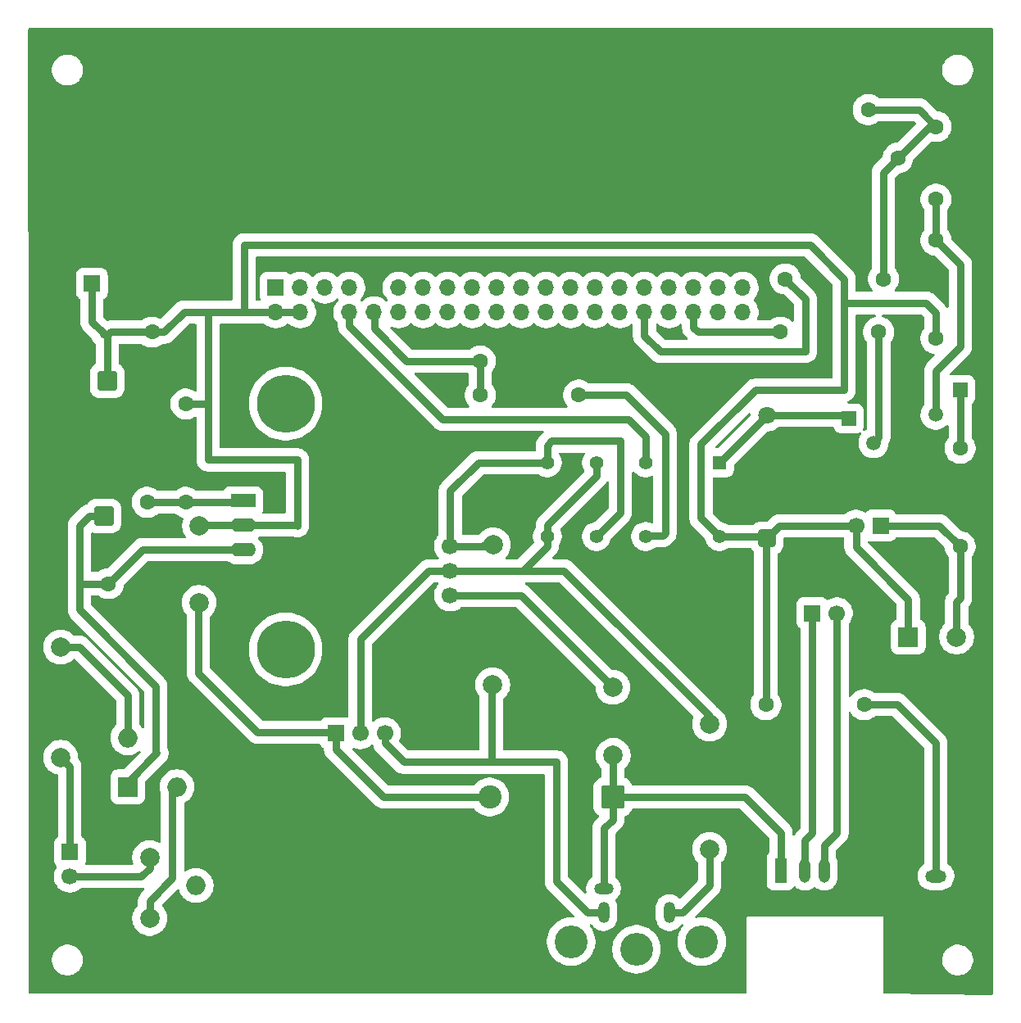
<source format=gbl>
G04 #@! TF.GenerationSoftware,KiCad,Pcbnew,9.0.2*
G04 #@! TF.CreationDate,2025-10-07T16:04:18+02:00*
G04 #@! TF.ProjectId,PiZero_VT100,50695a65-726f-45f5-9654-3130302e6b69,rev?*
G04 #@! TF.SameCoordinates,PX5e9ac00PYa0ca1c0*
G04 #@! TF.FileFunction,Copper,L2,Bot*
G04 #@! TF.FilePolarity,Positive*
%FSLAX46Y46*%
G04 Gerber Fmt 4.6, Leading zero omitted, Abs format (unit mm)*
G04 Created by KiCad (PCBNEW 9.0.2) date 2025-10-07 16:04:18*
%MOMM*%
%LPD*%
G01*
G04 APERTURE LIST*
G04 Aperture macros list*
%AMRoundRect*
0 Rectangle with rounded corners*
0 $1 Rounding radius*
0 $2 $3 $4 $5 $6 $7 $8 $9 X,Y pos of 4 corners*
0 Add a 4 corners polygon primitive as box body*
4,1,4,$2,$3,$4,$5,$6,$7,$8,$9,$2,$3,0*
0 Add four circle primitives for the rounded corners*
1,1,$1+$1,$2,$3*
1,1,$1+$1,$4,$5*
1,1,$1+$1,$6,$7*
1,1,$1+$1,$8,$9*
0 Add four rect primitives between the rounded corners*
20,1,$1+$1,$2,$3,$4,$5,0*
20,1,$1+$1,$4,$5,$6,$7,0*
20,1,$1+$1,$6,$7,$8,$9,0*
20,1,$1+$1,$8,$9,$2,$3,0*%
G04 Aperture macros list end*
G04 #@! TA.AperFunction,ComponentPad*
%ADD10O,2.200000X1.300000*%
G04 #@! TD*
G04 #@! TA.AperFunction,ComponentPad*
%ADD11R,2.200000X1.300000*%
G04 #@! TD*
G04 #@! TA.AperFunction,ComponentPad*
%ADD12C,1.600000*%
G04 #@! TD*
G04 #@! TA.AperFunction,ComponentPad*
%ADD13R,1.700000X1.700000*%
G04 #@! TD*
G04 #@! TA.AperFunction,ComponentPad*
%ADD14O,1.700000X1.700000*%
G04 #@! TD*
G04 #@! TA.AperFunction,ComponentPad*
%ADD15C,1.700000*%
G04 #@! TD*
G04 #@! TA.AperFunction,ComponentPad*
%ADD16R,1.500000X1.500000*%
G04 #@! TD*
G04 #@! TA.AperFunction,ComponentPad*
%ADD17C,1.500000*%
G04 #@! TD*
G04 #@! TA.AperFunction,ComponentPad*
%ADD18R,2.600000X1.400000*%
G04 #@! TD*
G04 #@! TA.AperFunction,ComponentPad*
%ADD19O,2.600000X1.400000*%
G04 #@! TD*
G04 #@! TA.AperFunction,ComponentPad*
%ADD20RoundRect,0.250000X0.750000X0.750000X-0.750000X0.750000X-0.750000X-0.750000X0.750000X-0.750000X0*%
G04 #@! TD*
G04 #@! TA.AperFunction,ComponentPad*
%ADD21C,2.000000*%
G04 #@! TD*
G04 #@! TA.AperFunction,ComponentPad*
%ADD22O,1.200000X2.200000*%
G04 #@! TD*
G04 #@! TA.AperFunction,ComponentPad*
%ADD23O,2.000000X1.200000*%
G04 #@! TD*
G04 #@! TA.AperFunction,ComponentPad*
%ADD24C,3.400000*%
G04 #@! TD*
G04 #@! TA.AperFunction,ComponentPad*
%ADD25O,2.000000X2.000000*%
G04 #@! TD*
G04 #@! TA.AperFunction,ComponentPad*
%ADD26R,1.400000X1.400000*%
G04 #@! TD*
G04 #@! TA.AperFunction,ComponentPad*
%ADD27C,1.400000*%
G04 #@! TD*
G04 #@! TA.AperFunction,ComponentPad*
%ADD28R,2.000000X2.000000*%
G04 #@! TD*
G04 #@! TA.AperFunction,ComponentPad*
%ADD29RoundRect,0.250000X0.650000X-0.650000X0.650000X0.650000X-0.650000X0.650000X-0.650000X-0.650000X0*%
G04 #@! TD*
G04 #@! TA.AperFunction,ComponentPad*
%ADD30C,1.800000*%
G04 #@! TD*
G04 #@! TA.AperFunction,ComponentPad*
%ADD31RoundRect,0.250001X0.949999X0.949999X-0.949999X0.949999X-0.949999X-0.949999X0.949999X-0.949999X0*%
G04 #@! TD*
G04 #@! TA.AperFunction,ComponentPad*
%ADD32C,2.400000*%
G04 #@! TD*
G04 #@! TA.AperFunction,ComponentPad*
%ADD33R,1.300000X2.500000*%
G04 #@! TD*
G04 #@! TA.AperFunction,ComponentPad*
%ADD34O,1.200000X2.500000*%
G04 #@! TD*
G04 #@! TA.AperFunction,ComponentPad*
%ADD35O,1.500000X2.500000*%
G04 #@! TD*
G04 #@! TA.AperFunction,ComponentPad*
%ADD36C,3.000000*%
G04 #@! TD*
G04 #@! TA.AperFunction,ComponentPad*
%ADD37C,6.000000*%
G04 #@! TD*
G04 #@! TA.AperFunction,ViaPad*
%ADD38C,2.000000*%
G04 #@! TD*
G04 #@! TA.AperFunction,Conductor*
%ADD39C,0.800000*%
G04 #@! TD*
G04 APERTURE END LIST*
D10*
X93800000Y12370000D03*
D11*
X93800000Y9830000D03*
D12*
X46720000Y65600000D03*
X56880000Y65600000D03*
D13*
X25570000Y73200000D03*
D14*
X25570000Y70660000D03*
X28110000Y73200000D03*
X28110000Y70660000D03*
X30650000Y73200000D03*
X30650000Y70660000D03*
X33190000Y73200000D03*
X33190000Y70660000D03*
X35730000Y73200000D03*
X35730000Y70660000D03*
X38270000Y73200000D03*
X38270000Y70660000D03*
X40810000Y73200000D03*
X40810000Y70660000D03*
X43350000Y73200000D03*
X43350000Y70660000D03*
X45890000Y73200000D03*
X45890000Y70660000D03*
X48430000Y73200000D03*
X48430000Y70660000D03*
X50970000Y73200000D03*
X50970000Y70660000D03*
X53510000Y73200000D03*
X53510000Y70660000D03*
X56050000Y73200000D03*
X56050000Y70660000D03*
X58590000Y73200000D03*
X58590000Y70660000D03*
X61130000Y73200000D03*
X61130000Y70660000D03*
X63670000Y73200000D03*
X63670000Y70660000D03*
X66210000Y73200000D03*
X66210000Y70660000D03*
X68750000Y73200000D03*
X68750000Y70660000D03*
X71290000Y73200000D03*
X71290000Y70660000D03*
X73830000Y73200000D03*
X73830000Y70660000D03*
D12*
X12300000Y61180000D03*
X12300000Y51020000D03*
D13*
X31760000Y27150000D03*
D15*
X34300000Y27150000D03*
X36840000Y27150000D03*
X39380000Y27150000D03*
D16*
X84800000Y59680000D03*
D17*
X87340000Y57140000D03*
X84800000Y54600000D03*
D12*
X93800000Y89850000D03*
X93800000Y82350000D03*
D18*
X22200000Y51180000D03*
D19*
X22200000Y48640000D03*
X22200000Y46100000D03*
D12*
X86800000Y91600000D03*
X81800000Y91600000D03*
D20*
X8167677Y63600000D03*
D21*
X3167677Y63600000D03*
X3350000Y24650000D03*
X3350000Y36050000D03*
D22*
X64150000Y8600000D03*
X61550000Y8600000D03*
X66250000Y8600000D03*
X59450000Y8600000D03*
D23*
X66250000Y11100000D03*
X59450000Y11100000D03*
D24*
X69600000Y5600000D03*
X56100000Y5600000D03*
X62850000Y4800000D03*
D16*
X96300000Y62600000D03*
D17*
X93760000Y60060000D03*
X91220000Y62600000D03*
D12*
X79720000Y86600000D03*
X89880000Y86600000D03*
D13*
X6575000Y73600000D03*
D15*
X4035000Y73600000D03*
D21*
X12550000Y14300000D03*
X12550000Y8000000D03*
D25*
X17350000Y11400000D03*
D26*
X71420000Y55100000D03*
D27*
X63800000Y55100000D03*
X58720000Y55100000D03*
X53640000Y55100000D03*
X53640000Y47480000D03*
X58720000Y47480000D03*
X63800000Y47480000D03*
X71420000Y47480000D03*
D12*
X77720000Y68600000D03*
X87880000Y68600000D03*
D13*
X81025000Y39550000D03*
D15*
X83565000Y39550000D03*
D28*
X90929216Y37100000D03*
D21*
X95929216Y37100000D03*
D12*
X8300000Y42600000D03*
X13300000Y42600000D03*
D28*
X10300000Y21600000D03*
D25*
X15380000Y21600000D03*
X15380000Y26680000D03*
X10300000Y26680000D03*
D29*
X76340000Y47330000D03*
D30*
X76340000Y60030000D03*
D31*
X60400000Y20550000D03*
D32*
X47700000Y20550000D03*
D13*
X88075000Y48600000D03*
D15*
X85535000Y48600000D03*
D12*
X76220000Y30100000D03*
X86380000Y30100000D03*
X96300000Y56600000D03*
X96300000Y46440000D03*
D13*
X43600000Y38850000D03*
D15*
X43600000Y41390000D03*
X43600000Y43930000D03*
X43600000Y46470000D03*
D12*
X93800000Y78100000D03*
X93800000Y67940000D03*
D20*
X7800000Y49600000D03*
D21*
X2800000Y49600000D03*
D33*
X77750000Y12940000D03*
D34*
X80250000Y12940000D03*
X82250000Y12940000D03*
D35*
X84750000Y12940000D03*
D36*
X74680000Y10230000D03*
X87820000Y10230000D03*
D12*
X12800000Y68600000D03*
X12800000Y73600000D03*
X16300000Y51020000D03*
X16300000Y61180000D03*
X46720000Y62100000D03*
X56880000Y62100000D03*
X78220000Y74100000D03*
X88380000Y74100000D03*
D13*
X4300000Y14875000D03*
D15*
X4300000Y12335000D03*
D37*
X26600000Y61200000D03*
X26600000Y35800000D03*
D38*
X17650000Y40650000D03*
X17700000Y48600000D03*
X60400000Y31900000D03*
X60450000Y24850000D03*
X48050000Y46600000D03*
X48000000Y32150000D03*
X70400000Y15150000D03*
X70400000Y28100000D03*
D39*
X60400000Y20550000D02*
X74050000Y20550000D01*
X74050000Y20550000D02*
X77750000Y16850000D01*
X77750000Y12940000D02*
X77750000Y16850000D01*
X12550000Y8000000D02*
X12550000Y9800000D01*
X12550000Y9800000D02*
X14900000Y12150000D01*
X14900000Y12150000D02*
X14900000Y21120000D01*
X14900000Y21120000D02*
X15380000Y21600000D01*
X17650000Y40650000D02*
X17600000Y40600000D01*
X17600000Y33350000D02*
X23700000Y27250000D01*
X23700000Y27250000D02*
X31660000Y27250000D01*
X31660000Y27250000D02*
X31760000Y27150000D01*
X17600000Y40600000D02*
X17600000Y33350000D01*
X17700000Y48600000D02*
X18300000Y48600000D01*
X22200000Y48640000D02*
X17740000Y48640000D01*
X17740000Y48640000D02*
X17700000Y48600000D01*
X83565000Y39550000D02*
X83565000Y16865000D01*
X83565000Y16865000D02*
X82250000Y15550000D01*
X80250000Y16050000D02*
X81025000Y16825000D01*
X81025000Y39550000D02*
X81025000Y16825000D01*
X62035844Y59600000D02*
X42835844Y59600000D01*
X33190000Y69245844D02*
X33190000Y70660000D01*
X63800000Y55100000D02*
X63800000Y57835844D01*
X42835844Y59600000D02*
X33190000Y69245844D01*
X63800000Y57835844D02*
X62035844Y59600000D01*
X46720000Y65600000D02*
X46720000Y62100000D01*
X35750000Y70640000D02*
X35750000Y68950000D01*
X35730000Y70660000D02*
X35750000Y70640000D01*
X35750000Y68950000D02*
X39100000Y65600000D01*
X39100000Y65600000D02*
X46720000Y65600000D01*
X93130000Y89850000D02*
X89880000Y86600000D01*
X88380000Y85100000D02*
X88380000Y74100000D01*
X92050000Y91600000D02*
X93800000Y89850000D01*
X89880000Y86600000D02*
X88380000Y85100000D01*
X93800000Y89850000D02*
X93130000Y89850000D01*
X86800000Y91600000D02*
X92050000Y91600000D01*
X68750000Y70660000D02*
X68750000Y69050000D01*
X69200000Y68600000D02*
X77720000Y68600000D01*
X68750000Y69050000D02*
X69200000Y68600000D01*
X36710000Y20550000D02*
X31760000Y25500000D01*
X8167677Y63600000D02*
X8167677Y68217677D01*
X7717677Y68350000D02*
X8300000Y68350000D01*
X92800000Y71600000D02*
X84300000Y71600000D01*
X69519000Y57001000D02*
X69519000Y49381000D01*
X93800000Y67940000D02*
X93800000Y70600000D01*
X75118000Y62600000D02*
X69519000Y57001000D01*
X18600000Y61100000D02*
X18600000Y70460000D01*
X22300000Y77600000D02*
X80800000Y77600000D01*
X47700000Y20550000D02*
X36710000Y20550000D01*
X18800000Y70660000D02*
X22300000Y70660000D01*
X71420000Y47480000D02*
X76190000Y47480000D01*
X80800000Y77600000D02*
X84300000Y74100000D01*
X76340000Y47330000D02*
X77610000Y48600000D01*
X77610000Y48600000D02*
X85535000Y48600000D01*
X22300000Y70660000D02*
X25570000Y70660000D01*
X27800000Y48600000D02*
X27800000Y55400000D01*
X16110000Y70660000D02*
X18800000Y70660000D01*
X18600000Y70460000D02*
X18800000Y70660000D01*
X84300000Y62600000D02*
X75118000Y62600000D01*
X84300000Y74100000D02*
X84300000Y71600000D01*
X27800000Y55400000D02*
X18600000Y55400000D01*
X25570000Y70660000D02*
X28110000Y70660000D01*
X8550000Y68600000D02*
X14050000Y68600000D01*
X6575000Y69657323D02*
X7800000Y68432323D01*
X93800000Y70600000D02*
X92800000Y71600000D01*
X69519000Y49381000D02*
X71420000Y47480000D01*
X18600000Y55400000D02*
X18600000Y61100000D01*
X31760000Y25500000D02*
X31760000Y27150000D01*
X18520000Y61180000D02*
X18600000Y61100000D01*
X27760000Y48640000D02*
X27800000Y48600000D01*
X84300000Y71600000D02*
X84300000Y62600000D01*
X16300000Y61180000D02*
X18520000Y61180000D01*
X22200000Y48640000D02*
X27760000Y48640000D01*
X8167677Y68217677D02*
X8300000Y68350000D01*
X76190000Y47480000D02*
X76340000Y47330000D01*
X85535000Y48600000D02*
X85535000Y46365000D01*
X14050000Y68600000D02*
X16110000Y70660000D01*
X90929216Y40970784D02*
X90929216Y37100000D01*
X76220000Y47210000D02*
X76340000Y47330000D01*
X8300000Y68350000D02*
X8550000Y68600000D01*
X85535000Y46365000D02*
X90929216Y40970784D01*
X6575000Y73600000D02*
X6575000Y69657323D01*
X22300000Y70660000D02*
X22300000Y77600000D01*
X76220000Y30100000D02*
X76220000Y47210000D01*
X7800000Y68432323D02*
X7717677Y68350000D01*
X13300000Y25100000D02*
X10300000Y22100000D01*
X6300000Y49600000D02*
X5300000Y48600000D01*
X10300000Y22100000D02*
X10300000Y21600000D01*
X8300000Y42600000D02*
X5800000Y42600000D01*
X5300000Y48600000D02*
X5300000Y39900000D01*
X11800000Y46100000D02*
X22200000Y46100000D01*
X7800000Y49600000D02*
X6300000Y49600000D01*
X8300000Y42600000D02*
X11800000Y46100000D01*
X5300000Y39900000D02*
X13200000Y32000000D01*
X13179000Y31979000D02*
X13179000Y25221000D01*
X13179000Y25221000D02*
X13300000Y25100000D01*
X10300000Y31050000D02*
X10300000Y26680000D01*
X5300000Y36050000D02*
X10300000Y31050000D01*
X3350000Y36050000D02*
X5300000Y36050000D01*
X12550000Y14300000D02*
X12550000Y13200000D01*
X12550000Y13200000D02*
X11685000Y12335000D01*
X4300000Y12335000D02*
X11685000Y12335000D01*
X60450000Y24000000D02*
X60400000Y23950000D01*
X43600000Y41390000D02*
X50910000Y41390000D01*
X60400000Y20550000D02*
X60400000Y18200000D01*
X59500000Y11100000D02*
X59450000Y11100000D01*
X60400000Y18200000D02*
X59500000Y17300000D01*
X59500000Y17300000D02*
X59500000Y11100000D01*
X60450000Y24850000D02*
X60450000Y24000000D01*
X50910000Y41390000D02*
X60400000Y31900000D01*
X60400000Y23950000D02*
X60400000Y20550000D01*
X4300000Y23700000D02*
X3350000Y24650000D01*
X4300000Y14875000D02*
X4300000Y23700000D01*
X38800000Y24150000D02*
X47100000Y24150000D01*
X36840000Y27150000D02*
X36840000Y26110000D01*
X54600000Y11800000D02*
X57800000Y8600000D01*
X57800000Y8600000D02*
X59450000Y8600000D01*
X43600000Y46470000D02*
X43600000Y52200000D01*
X53640000Y56890000D02*
X54100000Y57350000D01*
X54100000Y57350000D02*
X61200000Y57350000D01*
X48050000Y46600000D02*
X47160000Y46600000D01*
X47160000Y46600000D02*
X47030000Y46470000D01*
X47850000Y24150000D02*
X47100000Y24150000D01*
X54600000Y24150000D02*
X54600000Y11800000D01*
X61200000Y57350000D02*
X61200000Y49960000D01*
X47100000Y24150000D02*
X54600000Y24150000D01*
X47030000Y46470000D02*
X43600000Y46470000D01*
X61200000Y49960000D02*
X58720000Y47480000D01*
X43600000Y52200000D02*
X46500000Y55100000D01*
X48000000Y32150000D02*
X47850000Y32000000D01*
X53640000Y55100000D02*
X53640000Y56890000D01*
X46500000Y55100000D02*
X53640000Y55100000D01*
X47850000Y32000000D02*
X47850000Y24150000D01*
X36840000Y26110000D02*
X38800000Y24150000D01*
X41380000Y43930000D02*
X34300000Y36850000D01*
X43600000Y43930000D02*
X41380000Y43930000D01*
X53640000Y48640000D02*
X53640000Y47480000D01*
X70400000Y11400000D02*
X70400000Y15150000D01*
X53640000Y47480000D02*
X53640000Y46500000D01*
X50090000Y43930000D02*
X43600000Y43930000D01*
X70400000Y15150000D02*
X70350000Y15200000D01*
X53640000Y46500000D02*
X51070000Y43930000D01*
X58720000Y55100000D02*
X58720000Y53720000D01*
X55370000Y43930000D02*
X51070000Y43930000D01*
X66250000Y8600000D02*
X67600000Y8600000D01*
X58720000Y53720000D02*
X53640000Y48640000D01*
X70400000Y28100000D02*
X70400000Y28900000D01*
X70400000Y28900000D02*
X55370000Y43930000D01*
X51070000Y43930000D02*
X50090000Y43930000D01*
X67600000Y8600000D02*
X70400000Y11400000D01*
X34300000Y36850000D02*
X34300000Y27150000D01*
X84344000Y60030000D02*
X84344000Y59680000D01*
X76340000Y60030000D02*
X84450000Y60030000D01*
X71420000Y55110000D02*
X76340000Y60030000D01*
X84450000Y60030000D02*
X84800000Y59680000D01*
X71420000Y55100000D02*
X71420000Y55110000D01*
X87880000Y57680000D02*
X87340000Y57140000D01*
X87880000Y68600000D02*
X87880000Y57680000D01*
X86380000Y30100000D02*
X89800000Y30100000D01*
X89800000Y30100000D02*
X93800000Y26100000D01*
X12300000Y51020000D02*
X16300000Y51020000D01*
X22040000Y51020000D02*
X22200000Y51180000D01*
X16300000Y51020000D02*
X22040000Y51020000D01*
X96300000Y75600000D02*
X96300000Y67100000D01*
X93760000Y64560000D02*
X93760000Y60060000D01*
X93800000Y78100000D02*
X96300000Y75600000D01*
X96300000Y67100000D02*
X93760000Y64560000D01*
X93800000Y82350000D02*
X93800000Y78100000D01*
X80300000Y72020000D02*
X80300000Y66600000D01*
X78220000Y74100000D02*
X80300000Y72020000D01*
X63670000Y68230000D02*
X63670000Y70660000D01*
X80300000Y66600000D02*
X65300000Y66600000D01*
X65300000Y66600000D02*
X63670000Y68230000D01*
X96300000Y62600000D02*
X96300000Y56600000D01*
X65800000Y47800000D02*
X65800000Y58100000D01*
X61800000Y62100000D02*
X56880000Y62100000D01*
X65550000Y47550000D02*
X65800000Y47800000D01*
X63800000Y47480000D02*
X63870000Y47550000D01*
X65800000Y58100000D02*
X61800000Y62100000D01*
X63870000Y47550000D02*
X65550000Y47550000D01*
X96300000Y46440000D02*
X96300000Y41100000D01*
X95929216Y40729216D02*
X95929216Y37100000D01*
X94140000Y48600000D02*
X96300000Y46440000D01*
X88075000Y48600000D02*
X94140000Y48600000D01*
X96300000Y41100000D02*
X95929216Y40729216D01*
X82250000Y15550000D02*
X82250000Y12940000D01*
X80250000Y12940000D02*
X80250000Y16050000D01*
X93800000Y26100000D02*
X93800000Y12370000D01*
G04 #@! TA.AperFunction,Conductor*
G36*
X99642539Y100029815D02*
G01*
X99688294Y99977011D01*
X99699500Y99925500D01*
X99699500Y225986D01*
X99679815Y158947D01*
X99627011Y113192D01*
X99574449Y101990D01*
X88473264Y196068D01*
X88406394Y216320D01*
X88361088Y269510D01*
X88350317Y320844D01*
X88361752Y2138911D01*
X88372363Y3825962D01*
X94449500Y3825962D01*
X94449500Y3574038D01*
X94484865Y3350754D01*
X94488910Y3325215D01*
X94566760Y3085617D01*
X94681132Y2861152D01*
X94829201Y2657351D01*
X94829205Y2657346D01*
X95007345Y2479206D01*
X95007350Y2479202D01*
X95125387Y2393444D01*
X95211155Y2331130D01*
X95354184Y2258253D01*
X95435616Y2216761D01*
X95435618Y2216761D01*
X95435621Y2216759D01*
X95675215Y2138910D01*
X95924038Y2099500D01*
X95924039Y2099500D01*
X96175961Y2099500D01*
X96175962Y2099500D01*
X96424785Y2138910D01*
X96664379Y2216759D01*
X96888845Y2331130D01*
X97092656Y2479207D01*
X97270793Y2657344D01*
X97418870Y2861155D01*
X97533241Y3085621D01*
X97611090Y3325215D01*
X97650500Y3574038D01*
X97650500Y3825962D01*
X97611090Y4074785D01*
X97533241Y4314379D01*
X97533239Y4314382D01*
X97533239Y4314384D01*
X97491747Y4395816D01*
X97418870Y4538845D01*
X97399952Y4564883D01*
X97270798Y4742650D01*
X97270794Y4742655D01*
X97092654Y4920795D01*
X97092649Y4920799D01*
X96888848Y5068868D01*
X96888847Y5068869D01*
X96888845Y5068870D01*
X96818747Y5104587D01*
X96664383Y5183240D01*
X96424785Y5261090D01*
X96175962Y5300500D01*
X95924038Y5300500D01*
X95799626Y5280795D01*
X95675214Y5261090D01*
X95435616Y5183240D01*
X95211151Y5068868D01*
X95007350Y4920799D01*
X95007345Y4920795D01*
X94829205Y4742655D01*
X94829201Y4742650D01*
X94681132Y4538849D01*
X94566760Y4314384D01*
X94513593Y4150752D01*
X94488910Y4074785D01*
X94449500Y3825962D01*
X88372363Y3825962D01*
X88399112Y8078952D01*
X88399243Y8079082D01*
X88399243Y8099772D01*
X88399374Y8120600D01*
X88399372Y8120602D01*
X88399373Y8120606D01*
X88399247Y8120914D01*
X88384557Y8135604D01*
X88369978Y8150367D01*
X88369792Y8150369D01*
X88369661Y8150500D01*
X88348822Y8150500D01*
X88328143Y8150630D01*
X88328011Y8150500D01*
X74345578Y8150500D01*
X74345557Y8150504D01*
X74320912Y8150502D01*
X74300005Y8150501D01*
X74299993Y8150500D01*
X74279077Y8150500D01*
X74279076Y8150499D01*
X74267965Y8139385D01*
X74267959Y8139379D01*
X74264287Y8135705D01*
X74249500Y8120918D01*
X74249500Y8120915D01*
X74249498Y8120912D01*
X74249498Y8117538D01*
X74249498Y8117537D01*
X74249500Y8103614D01*
X74249500Y8054443D01*
X74249504Y8054420D01*
X74250400Y324514D01*
X74230723Y257473D01*
X74177925Y211712D01*
X74126400Y200500D01*
X174412Y200500D01*
X107373Y220185D01*
X61618Y272989D01*
X50412Y324438D01*
X48660Y3825962D01*
X2449500Y3825962D01*
X2449500Y3574038D01*
X2484865Y3350754D01*
X2488910Y3325215D01*
X2566760Y3085617D01*
X2681132Y2861152D01*
X2829201Y2657351D01*
X2829205Y2657346D01*
X3007345Y2479206D01*
X3007350Y2479202D01*
X3125387Y2393444D01*
X3211155Y2331130D01*
X3354184Y2258253D01*
X3435616Y2216761D01*
X3435618Y2216761D01*
X3435621Y2216759D01*
X3675215Y2138910D01*
X3924038Y2099500D01*
X3924039Y2099500D01*
X4175961Y2099500D01*
X4175962Y2099500D01*
X4424785Y2138910D01*
X4664379Y2216759D01*
X4888845Y2331130D01*
X5092656Y2479207D01*
X5270793Y2657344D01*
X5418870Y2861155D01*
X5533241Y3085621D01*
X5611090Y3325215D01*
X5650500Y3574038D01*
X5650500Y3825962D01*
X5611090Y4074785D01*
X5533241Y4314379D01*
X5533239Y4314382D01*
X5533239Y4314384D01*
X5491747Y4395816D01*
X5418870Y4538845D01*
X5399952Y4564883D01*
X5270798Y4742650D01*
X5270794Y4742655D01*
X5092654Y4920795D01*
X5092649Y4920799D01*
X4888848Y5068868D01*
X4888847Y5068869D01*
X4888845Y5068870D01*
X4818747Y5104587D01*
X4664383Y5183240D01*
X4424785Y5261090D01*
X4175962Y5300500D01*
X3924038Y5300500D01*
X3799626Y5280795D01*
X3675214Y5261090D01*
X3435616Y5183240D01*
X3211151Y5068868D01*
X3007350Y4920799D01*
X3007345Y4920795D01*
X2829205Y4742655D01*
X2829201Y4742650D01*
X2681132Y4538849D01*
X2566760Y4314384D01*
X2513593Y4150752D01*
X2488910Y4074785D01*
X2449500Y3825962D01*
X48660Y3825962D01*
X48658Y3830772D01*
X38185Y24768005D01*
X1549500Y24768005D01*
X1549500Y24531996D01*
X1549501Y24531980D01*
X1577681Y24317926D01*
X1580307Y24297986D01*
X1612662Y24177237D01*
X1641394Y24070007D01*
X1731714Y23851955D01*
X1731719Y23851944D01*
X1764896Y23794481D01*
X1849727Y23647550D01*
X1849729Y23647547D01*
X1849730Y23647546D01*
X1993406Y23460303D01*
X1993412Y23460296D01*
X2160295Y23293413D01*
X2160301Y23293408D01*
X2347550Y23149727D01*
X2478918Y23073882D01*
X2551943Y23031720D01*
X2551948Y23031718D01*
X2551951Y23031716D01*
X2770007Y22941394D01*
X2997986Y22880307D01*
X2997990Y22880307D01*
X2997992Y22880306D01*
X2999691Y22879968D01*
X3000150Y22879728D01*
X3001907Y22879257D01*
X3001801Y22878864D01*
X3061602Y22847584D01*
X3096176Y22786868D01*
X3099500Y22758351D01*
X3099500Y16518708D01*
X3079815Y16451669D01*
X3041473Y16413715D01*
X2947741Y16354819D01*
X2947739Y16354818D01*
X2820184Y16227263D01*
X2724211Y16074524D01*
X2664631Y15904255D01*
X2664630Y15904250D01*
X2649500Y15769961D01*
X2649500Y13980040D01*
X2664630Y13845751D01*
X2664631Y13845746D01*
X2724211Y13675477D01*
X2820184Y13522738D01*
X2920576Y13422346D01*
X2954061Y13361023D01*
X2949077Y13291331D01*
X2933214Y13261781D01*
X2888367Y13200054D01*
X2770422Y12968577D01*
X2690140Y12721494D01*
X2649500Y12464903D01*
X2649500Y12205098D01*
X2690140Y11948507D01*
X2770422Y11701424D01*
X2817122Y11609772D01*
X2867579Y11510745D01*
X2888368Y11469946D01*
X3005854Y11308240D01*
X3041069Y11259771D01*
X3224771Y11076069D01*
X3434949Y10923366D01*
X3582445Y10848213D01*
X3666423Y10805423D01*
X3666425Y10805423D01*
X3666428Y10805421D01*
X3913507Y10725140D01*
X4045706Y10704203D01*
X4170098Y10684500D01*
X4170103Y10684500D01*
X4429902Y10684500D01*
X4543298Y10702461D01*
X4686493Y10725140D01*
X4933572Y10805421D01*
X5165051Y10923366D01*
X5375229Y11076069D01*
X5397341Y11098181D01*
X5458664Y11131666D01*
X5485022Y11134500D01*
X11779485Y11134500D01*
X11854540Y11146389D01*
X11886442Y11151441D01*
X11955736Y11142487D01*
X12009188Y11097491D01*
X12029828Y11030739D01*
X12011104Y10963426D01*
X11993522Y10941287D01*
X11634308Y10582073D01*
X11634304Y10582068D01*
X11534426Y10444596D01*
X11523246Y10429208D01*
X11523236Y10429192D01*
X11437454Y10260837D01*
X11379059Y10081119D01*
X11349500Y9894487D01*
X11349500Y9397154D01*
X11329815Y9330115D01*
X11313181Y9309473D01*
X11193412Y9189705D01*
X11193406Y9189698D01*
X11049730Y9002455D01*
X10931719Y8798057D01*
X10931714Y8798046D01*
X10841394Y8579994D01*
X10780306Y8352011D01*
X10749501Y8118021D01*
X10749500Y8118005D01*
X10749500Y7881996D01*
X10749501Y7881980D01*
X10780306Y7647990D01*
X10841394Y7420007D01*
X10931714Y7201955D01*
X10931719Y7201944D01*
X10982609Y7113801D01*
X11049727Y6997550D01*
X11049729Y6997547D01*
X11049730Y6997546D01*
X11193406Y6810303D01*
X11193412Y6810296D01*
X11360295Y6643413D01*
X11360301Y6643408D01*
X11547550Y6499727D01*
X11678918Y6423882D01*
X11751943Y6381720D01*
X11751948Y6381718D01*
X11751951Y6381716D01*
X11970007Y6291394D01*
X12197986Y6230307D01*
X12431989Y6199500D01*
X12431996Y6199500D01*
X12668004Y6199500D01*
X12668011Y6199500D01*
X12902014Y6230307D01*
X13129993Y6291394D01*
X13348049Y6381716D01*
X13552450Y6499727D01*
X13739699Y6643408D01*
X13906592Y6810301D01*
X14050273Y6997550D01*
X14168284Y7201951D01*
X14258606Y7420007D01*
X14319693Y7647986D01*
X14350500Y7881989D01*
X14350500Y8118011D01*
X14319693Y8352014D01*
X14258606Y8579993D01*
X14168284Y8798049D01*
X14168282Y8798052D01*
X14168280Y8798057D01*
X14126118Y8871082D01*
X14050273Y9002450D01*
X13906592Y9189699D01*
X13906587Y9189705D01*
X13859708Y9236584D01*
X13826223Y9297907D01*
X13831207Y9367599D01*
X13859706Y9411944D01*
X15410571Y10962810D01*
X15471892Y10996293D01*
X15541584Y10991309D01*
X15597517Y10949437D01*
X15618025Y10907221D01*
X15641394Y10820007D01*
X15731714Y10601955D01*
X15731719Y10601944D01*
X15754554Y10562394D01*
X15849727Y10397550D01*
X15849729Y10397547D01*
X15849730Y10397546D01*
X15993406Y10210303D01*
X15993412Y10210296D01*
X16160295Y10043413D01*
X16160302Y10043407D01*
X16198384Y10014186D01*
X16347550Y9899727D01*
X16478918Y9823882D01*
X16551943Y9781720D01*
X16551948Y9781718D01*
X16551951Y9781716D01*
X16770007Y9691394D01*
X16997986Y9630307D01*
X17231989Y9599500D01*
X17231996Y9599500D01*
X17468004Y9599500D01*
X17468011Y9599500D01*
X17702014Y9630307D01*
X17929993Y9691394D01*
X18148049Y9781716D01*
X18352450Y9899727D01*
X18539699Y10043408D01*
X18706592Y10210301D01*
X18850273Y10397550D01*
X18968284Y10601951D01*
X19058606Y10820007D01*
X19119693Y11047986D01*
X19150500Y11281989D01*
X19150500Y11518011D01*
X19119693Y11752014D01*
X19058606Y11979993D01*
X18968284Y12198049D01*
X18968282Y12198052D01*
X18968280Y12198057D01*
X18919823Y12281986D01*
X18850273Y12402450D01*
X18706592Y12589699D01*
X18706587Y12589705D01*
X18539704Y12756588D01*
X18539697Y12756594D01*
X18352454Y12900270D01*
X18352453Y12900271D01*
X18352450Y12900273D01*
X18234153Y12968572D01*
X18148056Y13018281D01*
X18148045Y13018286D01*
X17929993Y13108606D01*
X17702010Y13169694D01*
X17468020Y13200499D01*
X17468017Y13200500D01*
X17468011Y13200500D01*
X17231989Y13200500D01*
X17231983Y13200500D01*
X17231979Y13200499D01*
X16997989Y13169694D01*
X16770006Y13108606D01*
X16551954Y13018286D01*
X16551943Y13018281D01*
X16347546Y12900271D01*
X16299985Y12863776D01*
X16234816Y12838583D01*
X16166371Y12852622D01*
X16116382Y12901437D01*
X16100500Y12962153D01*
X16100500Y19866741D01*
X16120185Y19933780D01*
X16172989Y19979535D01*
X16177011Y19981287D01*
X16178049Y19981716D01*
X16382450Y20099727D01*
X16569699Y20243408D01*
X16736592Y20410301D01*
X16880273Y20597550D01*
X16998284Y20801951D01*
X17088606Y21020007D01*
X17149693Y21247986D01*
X17180500Y21481989D01*
X17180500Y21718011D01*
X17149693Y21952014D01*
X17088606Y22179993D01*
X16998284Y22398049D01*
X16998282Y22398052D01*
X16998280Y22398057D01*
X16953723Y22475231D01*
X16880273Y22602450D01*
X16744606Y22779255D01*
X16736593Y22789698D01*
X16736587Y22789705D01*
X16569704Y22956588D01*
X16569697Y22956594D01*
X16382454Y23100270D01*
X16382453Y23100271D01*
X16382450Y23100273D01*
X16296786Y23149731D01*
X16178056Y23218281D01*
X16178045Y23218286D01*
X15959993Y23308606D01*
X15732010Y23369694D01*
X15498020Y23400499D01*
X15498017Y23400500D01*
X15498011Y23400500D01*
X15261989Y23400500D01*
X15261983Y23400500D01*
X15261979Y23400499D01*
X15027989Y23369694D01*
X14800006Y23308606D01*
X14581954Y23218286D01*
X14581943Y23218281D01*
X14377545Y23100270D01*
X14190302Y22956594D01*
X14190295Y22956588D01*
X14023412Y22789705D01*
X14023406Y22789698D01*
X13879730Y22602455D01*
X13761719Y22398057D01*
X13761714Y22398046D01*
X13671394Y22179994D01*
X13610306Y21952011D01*
X13579501Y21718021D01*
X13579500Y21718005D01*
X13579500Y21481996D01*
X13579501Y21481980D01*
X13610306Y21247990D01*
X13671394Y21020007D01*
X13690061Y20974942D01*
X13699500Y20927489D01*
X13699500Y15930149D01*
X13679815Y15863110D01*
X13627011Y15817355D01*
X13557853Y15807411D01*
X13513500Y15822762D01*
X13348056Y15918281D01*
X13348045Y15918286D01*
X13129993Y16008606D01*
X12902010Y16069694D01*
X12668020Y16100499D01*
X12668017Y16100500D01*
X12668011Y16100500D01*
X12431989Y16100500D01*
X12431983Y16100500D01*
X12431979Y16100499D01*
X12197989Y16069694D01*
X11970006Y16008606D01*
X11751954Y15918286D01*
X11751943Y15918281D01*
X11547545Y15800270D01*
X11360302Y15656594D01*
X11360295Y15656588D01*
X11193412Y15489705D01*
X11193406Y15489698D01*
X11049730Y15302455D01*
X10931719Y15098057D01*
X10931714Y15098046D01*
X10841394Y14879994D01*
X10780306Y14652011D01*
X10749501Y14418021D01*
X10749500Y14418005D01*
X10749500Y14181996D01*
X10749501Y14181980D01*
X10778685Y13960301D01*
X10780307Y13947986D01*
X10814631Y13819886D01*
X10841395Y13720005D01*
X10846802Y13706950D01*
X10854269Y13637481D01*
X10822993Y13575002D01*
X10762903Y13539351D01*
X10732240Y13535500D01*
X6001571Y13535500D01*
X5934532Y13555185D01*
X5888777Y13607989D01*
X5878833Y13677147D01*
X5884529Y13700454D01*
X5920834Y13804209D01*
X5935368Y13845745D01*
X5950500Y13980046D01*
X5950500Y15769954D01*
X5935368Y15904255D01*
X5875789Y16074522D01*
X5870508Y16082926D01*
X5831831Y16144481D01*
X5779816Y16227262D01*
X5652262Y16354816D01*
X5652260Y16354818D01*
X5652258Y16354819D01*
X5558527Y16413715D01*
X5512237Y16466049D01*
X5500500Y16518708D01*
X5500500Y23794487D01*
X5470940Y23981119D01*
X5412545Y24160837D01*
X5356920Y24270007D01*
X5326760Y24329199D01*
X5215690Y24482073D01*
X5186819Y24510944D01*
X5153334Y24572267D01*
X5150500Y24598625D01*
X5150500Y24768005D01*
X5150500Y24768011D01*
X5119693Y25002014D01*
X5058606Y25229993D01*
X4968284Y25448049D01*
X4968282Y25448052D01*
X4968280Y25448057D01*
X4915115Y25540140D01*
X4850273Y25652450D01*
X4706592Y25839699D01*
X4706587Y25839705D01*
X4539704Y26006588D01*
X4539697Y26006594D01*
X4352454Y26150270D01*
X4352453Y26150271D01*
X4352450Y26150273D01*
X4254899Y26206594D01*
X4148056Y26268281D01*
X4148045Y26268286D01*
X3929993Y26358606D01*
X3702010Y26419694D01*
X3468020Y26450499D01*
X3468017Y26450500D01*
X3468011Y26450500D01*
X3231989Y26450500D01*
X3231983Y26450500D01*
X3231979Y26450499D01*
X2997989Y26419694D01*
X2770006Y26358606D01*
X2551954Y26268286D01*
X2551943Y26268281D01*
X2347545Y26150270D01*
X2160302Y26006594D01*
X2160295Y26006588D01*
X1993412Y25839705D01*
X1993406Y25839698D01*
X1849730Y25652455D01*
X1731719Y25448057D01*
X1731714Y25448046D01*
X1641394Y25229994D01*
X1580306Y25002011D01*
X1549501Y24768021D01*
X1549500Y24768005D01*
X38185Y24768005D01*
X38183Y24772008D01*
X32482Y36168005D01*
X1549500Y36168005D01*
X1549500Y35931996D01*
X1549501Y35931980D01*
X1550979Y35920751D01*
X1580307Y35697986D01*
X1638256Y35481720D01*
X1641394Y35470007D01*
X1731714Y35251955D01*
X1731719Y35251944D01*
X1802677Y35129043D01*
X1849727Y35047550D01*
X1849729Y35047547D01*
X1849730Y35047546D01*
X1993406Y34860303D01*
X1993412Y34860296D01*
X2160295Y34693413D01*
X2160302Y34693407D01*
X2270306Y34608999D01*
X2347550Y34549727D01*
X2478918Y34473882D01*
X2551943Y34431720D01*
X2551948Y34431718D01*
X2551951Y34431716D01*
X2770007Y34341394D01*
X2997986Y34280307D01*
X3231989Y34249500D01*
X3231996Y34249500D01*
X3468004Y34249500D01*
X3468011Y34249500D01*
X3702014Y34280307D01*
X3929993Y34341394D01*
X4148049Y34431716D01*
X4352450Y34549727D01*
X4539699Y34693408D01*
X4659473Y34813183D01*
X4686404Y34827889D01*
X4712218Y34844477D01*
X4718417Y34845369D01*
X4720794Y34846666D01*
X4747153Y34849500D01*
X4751374Y34849500D01*
X4818413Y34829815D01*
X4839055Y34813181D01*
X9063181Y30589056D01*
X9096666Y30527733D01*
X9099500Y30501375D01*
X9099500Y28077154D01*
X9079815Y28010115D01*
X9063181Y27989473D01*
X8943412Y27869705D01*
X8943406Y27869698D01*
X8799730Y27682455D01*
X8681719Y27478057D01*
X8681714Y27478046D01*
X8591394Y27259994D01*
X8530306Y27032011D01*
X8499501Y26798021D01*
X8499500Y26798005D01*
X8499500Y26561996D01*
X8499501Y26561980D01*
X8530306Y26327990D01*
X8591394Y26100007D01*
X8681714Y25881955D01*
X8681719Y25881944D01*
X8712355Y25828882D01*
X8799727Y25677550D01*
X8799729Y25677547D01*
X8799730Y25677546D01*
X8943406Y25490303D01*
X8943412Y25490296D01*
X9110295Y25323413D01*
X9110302Y25323407D01*
X9189617Y25262547D01*
X9297550Y25179727D01*
X9421587Y25108114D01*
X9501943Y25061720D01*
X9501948Y25061718D01*
X9501951Y25061716D01*
X9720007Y24971394D01*
X9947986Y24910307D01*
X10181989Y24879500D01*
X10181996Y24879500D01*
X10418004Y24879500D01*
X10418011Y24879500D01*
X10652014Y24910307D01*
X10879993Y24971394D01*
X11098049Y25061716D01*
X11302450Y25179727D01*
X11432626Y25279616D01*
X11497794Y25304808D01*
X11566238Y25290770D01*
X11616228Y25241956D01*
X11631892Y25173865D01*
X11608256Y25108114D01*
X11595792Y25093557D01*
X9939055Y23436819D01*
X9877732Y23403334D01*
X9851374Y23400500D01*
X9255039Y23400500D01*
X9120750Y23385370D01*
X9120745Y23385369D01*
X8950476Y23325789D01*
X8797737Y23229816D01*
X8670184Y23102263D01*
X8574211Y22949524D01*
X8514631Y22779255D01*
X8514630Y22779250D01*
X8499500Y22644961D01*
X8499500Y20555040D01*
X8514630Y20420751D01*
X8514631Y20420746D01*
X8574211Y20250477D01*
X8631762Y20158886D01*
X8670184Y20097738D01*
X8797738Y19970184D01*
X8950478Y19874211D01*
X9120745Y19814632D01*
X9120750Y19814631D01*
X9211246Y19804435D01*
X9255040Y19799501D01*
X9255043Y19799500D01*
X9255046Y19799500D01*
X11344957Y19799500D01*
X11344958Y19799501D01*
X11412104Y19807066D01*
X11479249Y19814631D01*
X11479252Y19814632D01*
X11479255Y19814632D01*
X11649522Y19874211D01*
X11802262Y19970184D01*
X11929816Y20097738D01*
X12025789Y20250478D01*
X12085368Y20420745D01*
X12100500Y20555046D01*
X12100500Y22151376D01*
X12120185Y22218415D01*
X12136814Y22239052D01*
X14075005Y24177244D01*
X14075012Y24177249D01*
X14082072Y24184309D01*
X14082074Y24184310D01*
X14215690Y24317926D01*
X14326760Y24470801D01*
X14412547Y24639168D01*
X14470940Y24818882D01*
X14494560Y24968011D01*
X14500500Y25005513D01*
X14500500Y25194487D01*
X14470940Y25381119D01*
X14432475Y25499500D01*
X14412547Y25560832D01*
X14412545Y25560835D01*
X14412545Y25560837D01*
X14393015Y25599166D01*
X14379500Y25655461D01*
X14379500Y31763172D01*
X14381027Y31782570D01*
X14400500Y31905514D01*
X14400500Y32094488D01*
X14375550Y32252011D01*
X14370940Y32281118D01*
X14312547Y32460832D01*
X14226760Y32629199D01*
X14115690Y32782074D01*
X6536819Y40360945D01*
X6503334Y40422268D01*
X6500500Y40448626D01*
X6500500Y41275500D01*
X6520185Y41342539D01*
X6572989Y41388294D01*
X6624500Y41399500D01*
X7189122Y41399500D01*
X7256161Y41379815D01*
X7262007Y41375818D01*
X7421277Y41260103D01*
X7461155Y41231130D01*
X7601030Y41159860D01*
X7685616Y41116761D01*
X7685618Y41116761D01*
X7685621Y41116759D01*
X7925215Y41038910D01*
X8174038Y40999500D01*
X8174039Y40999500D01*
X8425961Y40999500D01*
X8425962Y40999500D01*
X8674785Y41038910D01*
X8914379Y41116759D01*
X9138845Y41231130D01*
X9342656Y41379207D01*
X9520793Y41557344D01*
X9668870Y41761155D01*
X9783241Y41985621D01*
X9861090Y42225215D01*
X9899598Y42468345D01*
X9929526Y42531477D01*
X9934371Y42536608D01*
X12260945Y44863181D01*
X12322268Y44896666D01*
X12348626Y44899500D01*
X20659253Y44899500D01*
X20726292Y44879815D01*
X20732138Y44875818D01*
X20773609Y44845688D01*
X20813567Y44816657D01*
X20947659Y44748334D01*
X21024003Y44709434D01*
X21024005Y44709434D01*
X21024008Y44709432D01*
X21144412Y44670311D01*
X21248631Y44636447D01*
X21481903Y44599500D01*
X21481908Y44599500D01*
X22918097Y44599500D01*
X23151368Y44636447D01*
X23375992Y44709432D01*
X23586433Y44816657D01*
X23777510Y44955483D01*
X23944517Y45122490D01*
X24083343Y45313567D01*
X24190568Y45524008D01*
X24263553Y45748632D01*
X24271998Y45801951D01*
X24300500Y45981903D01*
X24300500Y46218098D01*
X24263553Y46451369D01*
X24215291Y46599903D01*
X24190568Y46675992D01*
X24190566Y46675995D01*
X24190566Y46675997D01*
X24098598Y46856493D01*
X24083343Y46886433D01*
X23944517Y47077510D01*
X23794208Y47227819D01*
X23760723Y47289142D01*
X23765707Y47358834D01*
X23807579Y47414767D01*
X23873043Y47439184D01*
X23881889Y47439500D01*
X27467110Y47439500D01*
X27505429Y47433431D01*
X27518881Y47429060D01*
X27705514Y47399500D01*
X27705519Y47399500D01*
X27894487Y47399500D01*
X27998168Y47415923D01*
X28081118Y47429060D01*
X28260832Y47487453D01*
X28429199Y47573240D01*
X28582074Y47684310D01*
X28715690Y47817926D01*
X28826760Y47970801D01*
X28912547Y48139168D01*
X28970940Y48318882D01*
X28987074Y48420747D01*
X29000500Y48505513D01*
X29000500Y55494487D01*
X28970940Y55681119D01*
X28912545Y55860837D01*
X28848964Y55985621D01*
X28826760Y56029199D01*
X28715690Y56182073D01*
X28582073Y56315690D01*
X28429199Y56426760D01*
X28260836Y56512546D01*
X28081118Y56570941D01*
X27894486Y56600500D01*
X27894481Y56600500D01*
X19924500Y56600500D01*
X19857461Y56620185D01*
X19811706Y56672989D01*
X19800500Y56724500D01*
X19800500Y61386707D01*
X22799500Y61386707D01*
X22799500Y61013293D01*
X22806507Y60942147D01*
X22836099Y60641689D01*
X22836101Y60641676D01*
X22891641Y60362463D01*
X22908951Y60275440D01*
X22919532Y60240558D01*
X23017347Y59918105D01*
X23160243Y59573124D01*
X23160250Y59573110D01*
X23336264Y59243808D01*
X23336275Y59243790D01*
X23543732Y58933310D01*
X23780623Y58644657D01*
X24044656Y58380624D01*
X24333309Y58143733D01*
X24333315Y58143729D01*
X24643796Y57936271D01*
X24973117Y57760246D01*
X25318106Y57617347D01*
X25675440Y57508951D01*
X26041678Y57436101D01*
X26413293Y57399500D01*
X26413296Y57399500D01*
X26786704Y57399500D01*
X26786707Y57399500D01*
X27158322Y57436101D01*
X27524560Y57508951D01*
X27881894Y57617347D01*
X28226883Y57760246D01*
X28556204Y57936271D01*
X28866685Y58143729D01*
X28874428Y58150083D01*
X29005746Y58257853D01*
X29155338Y58380619D01*
X29419381Y58644662D01*
X29656271Y58933315D01*
X29863729Y59243796D01*
X30039754Y59573117D01*
X30182653Y59918106D01*
X30291049Y60275440D01*
X30363899Y60641678D01*
X30400500Y61013293D01*
X30400500Y61386707D01*
X30363899Y61758322D01*
X30291049Y62124560D01*
X30182653Y62481894D01*
X30039754Y62826883D01*
X29863729Y63156204D01*
X29656271Y63466685D01*
X29656267Y63466691D01*
X29419376Y63755344D01*
X29155343Y64019377D01*
X28866690Y64256268D01*
X28556210Y64463725D01*
X28556209Y64463726D01*
X28556204Y64463729D01*
X28556199Y64463732D01*
X28556192Y64463736D01*
X28226890Y64639750D01*
X28226883Y64639754D01*
X28191329Y64654481D01*
X27881895Y64782653D01*
X27672119Y64846288D01*
X27524560Y64891049D01*
X27524557Y64891050D01*
X27524556Y64891050D01*
X27158324Y64963899D01*
X27158311Y64963901D01*
X26877293Y64991578D01*
X26786707Y65000500D01*
X26413293Y65000500D01*
X26329514Y64992249D01*
X26041688Y64963901D01*
X26041675Y64963899D01*
X25675443Y64891050D01*
X25318104Y64782653D01*
X24973123Y64639757D01*
X24973109Y64639750D01*
X24643807Y64463736D01*
X24643789Y64463725D01*
X24333309Y64256268D01*
X24044656Y64019377D01*
X23780623Y63755344D01*
X23543732Y63466691D01*
X23336275Y63156211D01*
X23336264Y63156193D01*
X23160250Y62826891D01*
X23160243Y62826877D01*
X23017347Y62481896D01*
X22908950Y62124557D01*
X22836101Y61758325D01*
X22836099Y61758312D01*
X22810705Y61500477D01*
X22799500Y61386707D01*
X19800500Y61386707D01*
X19800500Y69335500D01*
X19820185Y69402539D01*
X19872989Y69448294D01*
X19924500Y69459500D01*
X22205519Y69459500D01*
X22394481Y69459500D01*
X24384978Y69459500D01*
X24452017Y69439815D01*
X24472659Y69423181D01*
X24494771Y69401069D01*
X24704949Y69248366D01*
X24806767Y69196487D01*
X24936423Y69130423D01*
X24936425Y69130423D01*
X24936428Y69130421D01*
X25183507Y69050140D01*
X25315706Y69029203D01*
X25440098Y69009500D01*
X25440103Y69009500D01*
X25699902Y69009500D01*
X25813298Y69027461D01*
X25956493Y69050140D01*
X26203572Y69130421D01*
X26435051Y69248366D01*
X26645229Y69401069D01*
X26667341Y69423181D01*
X26694268Y69437885D01*
X26720087Y69454477D01*
X26726287Y69455369D01*
X26728664Y69456666D01*
X26755022Y69459500D01*
X26924978Y69459500D01*
X26992017Y69439815D01*
X27012659Y69423181D01*
X27034771Y69401069D01*
X27244949Y69248366D01*
X27346767Y69196487D01*
X27476423Y69130423D01*
X27476425Y69130423D01*
X27476428Y69130421D01*
X27723507Y69050140D01*
X27855706Y69029203D01*
X27980098Y69009500D01*
X27980103Y69009500D01*
X28239902Y69009500D01*
X28353298Y69027461D01*
X28496493Y69050140D01*
X28743572Y69130421D01*
X28975051Y69248366D01*
X29185229Y69401069D01*
X29368931Y69584771D01*
X29521634Y69794949D01*
X29639579Y70026428D01*
X29719860Y70273507D01*
X29742539Y70416702D01*
X29760500Y70530098D01*
X29760500Y70789903D01*
X29738947Y70925979D01*
X29719860Y71046493D01*
X29639579Y71293572D01*
X29639577Y71293575D01*
X29639577Y71293577D01*
X29594484Y71382076D01*
X29521634Y71525051D01*
X29368931Y71735229D01*
X29261841Y71842319D01*
X29257502Y71850265D01*
X29250255Y71855690D01*
X29241020Y71880450D01*
X29228356Y71903642D01*
X29229001Y71912672D01*
X29225838Y71921154D01*
X29231454Y71946975D01*
X29233340Y71973334D01*
X29239158Y71982388D01*
X29240690Y71989427D01*
X29261841Y72017681D01*
X29292319Y72048159D01*
X29353642Y72081644D01*
X29423334Y72076660D01*
X29467681Y72048159D01*
X29574771Y71941069D01*
X29784949Y71788366D01*
X29889230Y71735232D01*
X30016423Y71670423D01*
X30016425Y71670423D01*
X30016428Y71670421D01*
X30263507Y71590140D01*
X30395706Y71569203D01*
X30520098Y71549500D01*
X30520103Y71549500D01*
X30779902Y71549500D01*
X30893298Y71567461D01*
X31036493Y71590140D01*
X31283572Y71670421D01*
X31515051Y71788366D01*
X31725229Y71941069D01*
X31832319Y72048159D01*
X31840264Y72052498D01*
X31845691Y72059746D01*
X31870450Y72068981D01*
X31893642Y72081644D01*
X31902672Y72080999D01*
X31911156Y72084162D01*
X31936974Y72078546D01*
X31963334Y72076660D01*
X31972389Y72070841D01*
X31979429Y72069309D01*
X32007679Y72048161D01*
X32030386Y72025454D01*
X32038160Y72017680D01*
X32071644Y71956356D01*
X32066658Y71886665D01*
X32038159Y71842319D01*
X31931066Y71735226D01*
X31778368Y71525055D01*
X31660422Y71293577D01*
X31580140Y71046494D01*
X31539500Y70789903D01*
X31539500Y70530098D01*
X31580140Y70273507D01*
X31660422Y70026424D01*
X31707386Y69934254D01*
X31776933Y69797761D01*
X31778368Y69794946D01*
X31931066Y69584775D01*
X31931071Y69584769D01*
X31953181Y69562659D01*
X31986666Y69501336D01*
X31989500Y69474978D01*
X31989500Y69151358D01*
X32019059Y68964726D01*
X32077454Y68785008D01*
X32107540Y68725962D01*
X32163240Y68616645D01*
X32274310Y68463770D01*
X42053770Y58684310D01*
X42053773Y58684308D01*
X42175745Y58595690D01*
X42175746Y58595689D01*
X42206640Y58573243D01*
X42206642Y58573242D01*
X42206645Y58573240D01*
X42264768Y58543625D01*
X42375007Y58487455D01*
X42375009Y58487455D01*
X42375012Y58487453D01*
X42440705Y58466108D01*
X42554725Y58429060D01*
X42741358Y58399500D01*
X42741363Y58399500D01*
X53152374Y58399500D01*
X53219413Y58379815D01*
X53265168Y58327011D01*
X53275112Y58257853D01*
X53246087Y58194297D01*
X53240055Y58187819D01*
X52724304Y57672068D01*
X52639052Y57554727D01*
X52639052Y57554726D01*
X52613240Y57519200D01*
X52527454Y57350837D01*
X52469059Y57171119D01*
X52439500Y56984487D01*
X52439500Y56424500D01*
X52419815Y56357461D01*
X52367011Y56311706D01*
X52315500Y56300500D01*
X46405514Y56300500D01*
X46218881Y56270941D01*
X46039163Y56212546D01*
X45870800Y56126760D01*
X45717923Y56015688D01*
X42684312Y52982077D01*
X42573240Y52829200D01*
X42487454Y52660837D01*
X42429059Y52481119D01*
X42399500Y52294487D01*
X42399500Y47655022D01*
X42379815Y47587983D01*
X42363181Y47567341D01*
X42341071Y47545232D01*
X42341066Y47545226D01*
X42188368Y47335055D01*
X42070422Y47103577D01*
X41990140Y46856494D01*
X41949500Y46599903D01*
X41949500Y46340098D01*
X41990140Y46083507D01*
X42070422Y45836424D01*
X42133986Y45711675D01*
X42168144Y45644636D01*
X42188368Y45604946D01*
X42341066Y45394775D01*
X42341071Y45394769D01*
X42393659Y45342181D01*
X42427144Y45280858D01*
X42422160Y45211166D01*
X42380288Y45155233D01*
X42314824Y45130816D01*
X42305978Y45130500D01*
X41285513Y45130500D01*
X41098885Y45100941D01*
X40919165Y45042546D01*
X40750800Y44956760D01*
X40597923Y44845688D01*
X33384310Y37632075D01*
X33330475Y37557977D01*
X33289949Y37502197D01*
X33289948Y37502196D01*
X33273242Y37479204D01*
X33273241Y37479202D01*
X33187454Y37310837D01*
X33129059Y37131119D01*
X33099500Y36944487D01*
X33099500Y28851571D01*
X33079815Y28784532D01*
X33027011Y28738777D01*
X32957853Y28728833D01*
X32934546Y28734529D01*
X32789257Y28785368D01*
X32789249Y28785370D01*
X32654960Y28800500D01*
X32654954Y28800500D01*
X30865046Y28800500D01*
X30865039Y28800500D01*
X30730750Y28785370D01*
X30730745Y28785369D01*
X30560476Y28725789D01*
X30407737Y28629816D01*
X30280183Y28502262D01*
X30276135Y28497185D01*
X30218946Y28457046D01*
X30179190Y28450500D01*
X24248625Y28450500D01*
X24181586Y28470185D01*
X24160944Y28486819D01*
X18836819Y33810945D01*
X18803334Y33872268D01*
X18800500Y33898626D01*
X18800500Y35986704D01*
X22799500Y35986704D01*
X22799500Y35613297D01*
X22836099Y35241689D01*
X22836101Y35241676D01*
X22908950Y34875444D01*
X22908951Y34875440D01*
X22927837Y34813181D01*
X23017347Y34518105D01*
X23160243Y34173124D01*
X23160250Y34173110D01*
X23336264Y33843808D01*
X23336275Y33843790D01*
X23543732Y33533310D01*
X23780623Y33244657D01*
X24044656Y32980624D01*
X24333309Y32743733D01*
X24333315Y32743729D01*
X24643796Y32536271D01*
X24973117Y32360246D01*
X25318106Y32217347D01*
X25675440Y32108951D01*
X26041678Y32036101D01*
X26413293Y31999500D01*
X26413296Y31999500D01*
X26786704Y31999500D01*
X26786707Y31999500D01*
X27158322Y32036101D01*
X27524560Y32108951D01*
X27881894Y32217347D01*
X28226883Y32360246D01*
X28556204Y32536271D01*
X28866685Y32743729D01*
X29155338Y32980619D01*
X29419381Y33244662D01*
X29643933Y33518281D01*
X29656267Y33533310D01*
X29656267Y33533311D01*
X29656271Y33533315D01*
X29863729Y33843796D01*
X30039754Y34173117D01*
X30182653Y34518106D01*
X30291049Y34875440D01*
X30363899Y35241678D01*
X30400500Y35613293D01*
X30400500Y35986707D01*
X30363899Y36358322D01*
X30291049Y36724560D01*
X30182653Y37081894D01*
X30039754Y37426883D01*
X29863729Y37756204D01*
X29656271Y38066685D01*
X29656267Y38066691D01*
X29419376Y38355344D01*
X29155343Y38619377D01*
X28866690Y38856268D01*
X28556210Y39063725D01*
X28556209Y39063726D01*
X28556204Y39063729D01*
X28556199Y39063732D01*
X28556192Y39063736D01*
X28327684Y39185875D01*
X28226883Y39239754D01*
X28226876Y39239757D01*
X27881895Y39382653D01*
X27625939Y39460296D01*
X27524560Y39491049D01*
X27524557Y39491050D01*
X27524556Y39491050D01*
X27158324Y39563899D01*
X27158311Y39563901D01*
X26877293Y39591578D01*
X26786707Y39600500D01*
X26413293Y39600500D01*
X26329514Y39592249D01*
X26041688Y39563901D01*
X26041675Y39563899D01*
X25675443Y39491050D01*
X25318104Y39382653D01*
X24973123Y39239757D01*
X24973109Y39239750D01*
X24643807Y39063736D01*
X24643789Y39063725D01*
X24333309Y38856268D01*
X24044656Y38619377D01*
X23780623Y38355344D01*
X23543732Y38066691D01*
X23336275Y37756211D01*
X23336264Y37756193D01*
X23160250Y37426891D01*
X23160243Y37426877D01*
X23017347Y37081896D01*
X22908950Y36724557D01*
X22836101Y36358325D01*
X22836099Y36358312D01*
X22799500Y35986704D01*
X18800500Y35986704D01*
X18800500Y39202848D01*
X18820185Y39269887D01*
X18837865Y39289501D01*
X18836829Y39290537D01*
X19006587Y39460296D01*
X19006592Y39460301D01*
X19150273Y39647550D01*
X19268284Y39851951D01*
X19358606Y40070007D01*
X19419693Y40297986D01*
X19450500Y40531989D01*
X19450500Y40768011D01*
X19419693Y41002014D01*
X19358606Y41229993D01*
X19268284Y41448049D01*
X19268282Y41448052D01*
X19268280Y41448057D01*
X19198340Y41569195D01*
X19150273Y41652450D01*
X19006592Y41839699D01*
X19006587Y41839705D01*
X18839704Y42006588D01*
X18839697Y42006594D01*
X18652454Y42150270D01*
X18652453Y42150271D01*
X18652450Y42150273D01*
X18522647Y42225215D01*
X18448056Y42268281D01*
X18448045Y42268286D01*
X18229993Y42358606D01*
X18002010Y42419694D01*
X17768020Y42450499D01*
X17768017Y42450500D01*
X17768011Y42450500D01*
X17531989Y42450500D01*
X17531983Y42450500D01*
X17531979Y42450499D01*
X17297989Y42419694D01*
X17070006Y42358606D01*
X16851954Y42268286D01*
X16851943Y42268281D01*
X16647545Y42150270D01*
X16460302Y42006594D01*
X16460295Y42006588D01*
X16293412Y41839705D01*
X16293406Y41839698D01*
X16149730Y41652455D01*
X16031719Y41448057D01*
X16031714Y41448046D01*
X15941394Y41229994D01*
X15880306Y41002011D01*
X15849501Y40768021D01*
X15849500Y40768005D01*
X15849500Y40531996D01*
X15849501Y40531980D01*
X15880306Y40297990D01*
X15941394Y40070007D01*
X16031714Y39851955D01*
X16031719Y39851944D01*
X16073176Y39780140D01*
X16149727Y39647550D01*
X16149729Y39647547D01*
X16149730Y39647546D01*
X16293405Y39460304D01*
X16293406Y39460303D01*
X16293408Y39460301D01*
X16363182Y39390527D01*
X16396666Y39329206D01*
X16399500Y39302847D01*
X16399500Y33255514D01*
X16429059Y33068882D01*
X16487454Y32889164D01*
X16568556Y32729994D01*
X16573240Y32720801D01*
X16684310Y32567926D01*
X22784310Y26467927D01*
X22917927Y26334310D01*
X23070801Y26223240D01*
X23127244Y26194481D01*
X23239163Y26137455D01*
X23239165Y26137455D01*
X23239168Y26137453D01*
X23335497Y26106154D01*
X23418881Y26079060D01*
X23605514Y26049500D01*
X23605519Y26049500D01*
X30061579Y26049500D01*
X30128618Y26029815D01*
X30174373Y25977011D01*
X30178621Y25966454D01*
X30184211Y25950477D01*
X30280184Y25797738D01*
X30407740Y25670182D01*
X30501471Y25611288D01*
X30547763Y25558954D01*
X30559500Y25506294D01*
X30559500Y25405514D01*
X30589059Y25218882D01*
X30647454Y25039164D01*
X30683709Y24968011D01*
X30733240Y24870801D01*
X30844310Y24717926D01*
X35927926Y19634310D01*
X36080801Y19523240D01*
X36249168Y19437453D01*
X36428882Y19379060D01*
X36498870Y19367975D01*
X36615513Y19349500D01*
X36615518Y19349500D01*
X36615519Y19349500D01*
X46038452Y19349500D01*
X46105491Y19329815D01*
X46136827Y19300987D01*
X46192718Y19228149D01*
X46192726Y19228140D01*
X46378140Y19042726D01*
X46378148Y19042719D01*
X46586196Y18883076D01*
X46813299Y18751959D01*
X46813309Y18751954D01*
X46998166Y18675384D01*
X47055581Y18651602D01*
X47308884Y18583730D01*
X47568880Y18549500D01*
X47568887Y18549500D01*
X47831113Y18549500D01*
X47831120Y18549500D01*
X48091116Y18583730D01*
X48344419Y18651602D01*
X48586697Y18751957D01*
X48813803Y18883076D01*
X49021851Y19042718D01*
X49021855Y19042723D01*
X49021860Y19042726D01*
X49207274Y19228140D01*
X49207277Y19228145D01*
X49207282Y19228149D01*
X49366924Y19436197D01*
X49498043Y19663303D01*
X49598398Y19905581D01*
X49666270Y20158884D01*
X49700500Y20418880D01*
X49700500Y20681120D01*
X49666270Y20941116D01*
X49598398Y21194419D01*
X49576208Y21247990D01*
X49498046Y21436691D01*
X49498041Y21436701D01*
X49366924Y21663804D01*
X49207281Y21871852D01*
X49207274Y21871860D01*
X49021860Y22057274D01*
X49021851Y22057282D01*
X48813803Y22216925D01*
X48586700Y22348042D01*
X48586690Y22348047D01*
X48344428Y22448395D01*
X48344421Y22448397D01*
X48344419Y22448398D01*
X48091116Y22516270D01*
X48033339Y22523877D01*
X47831127Y22550500D01*
X47831120Y22550500D01*
X47568880Y22550500D01*
X47568872Y22550500D01*
X47350743Y22521781D01*
X47308884Y22516270D01*
X47155724Y22475231D01*
X47055581Y22448398D01*
X47055571Y22448395D01*
X46813309Y22348047D01*
X46813299Y22348042D01*
X46586196Y22216925D01*
X46378148Y22057282D01*
X46192718Y21871852D01*
X46136827Y21799013D01*
X46080399Y21757811D01*
X46038452Y21750500D01*
X37258626Y21750500D01*
X37191587Y21770185D01*
X37170945Y21786819D01*
X33544170Y25413594D01*
X33510685Y25474917D01*
X33515669Y25544609D01*
X33557541Y25600542D01*
X33623005Y25624959D01*
X33670165Y25619207D01*
X33913507Y25540140D01*
X34045706Y25519203D01*
X34170098Y25499500D01*
X34170103Y25499500D01*
X34429902Y25499500D01*
X34543298Y25517461D01*
X34686493Y25540140D01*
X34933572Y25620421D01*
X35165051Y25738366D01*
X35375229Y25891069D01*
X35448298Y25964138D01*
X35509621Y25997623D01*
X35579313Y25992639D01*
X35635246Y25950767D01*
X35658452Y25895855D01*
X35669059Y25828882D01*
X35727454Y25649164D01*
X35808402Y25490296D01*
X35813240Y25480801D01*
X35924310Y25327926D01*
X38017927Y23234310D01*
X38170801Y23123240D01*
X38250347Y23082710D01*
X38339163Y23037455D01*
X38339165Y23037455D01*
X38339168Y23037453D01*
X38435497Y23006154D01*
X38518881Y22979060D01*
X38705514Y22949500D01*
X38705519Y22949500D01*
X38894482Y22949500D01*
X47005519Y22949500D01*
X47755519Y22949500D01*
X47944481Y22949500D01*
X53275500Y22949500D01*
X53342539Y22929815D01*
X53388294Y22877011D01*
X53399500Y22825500D01*
X53399500Y11705514D01*
X53429059Y11518882D01*
X53487454Y11339164D01*
X53553154Y11210222D01*
X53573240Y11170801D01*
X53684310Y11017926D01*
X53684312Y11017924D01*
X56397036Y8305200D01*
X56430521Y8243877D01*
X56425537Y8174185D01*
X56383665Y8118252D01*
X56318201Y8093835D01*
X56295473Y8094298D01*
X56266423Y8097571D01*
X56240425Y8100500D01*
X55959575Y8100500D01*
X55959568Y8100500D01*
X55680505Y8069058D01*
X55680487Y8069055D01*
X55406682Y8006561D01*
X55406670Y8006557D01*
X55141588Y7913800D01*
X54888557Y7791947D01*
X54650753Y7642524D01*
X54431175Y7467417D01*
X54232583Y7268825D01*
X54057476Y7049247D01*
X53908053Y6811443D01*
X53786200Y6558412D01*
X53693443Y6293330D01*
X53693439Y6293318D01*
X53630945Y6019513D01*
X53630942Y6019495D01*
X53599500Y5740432D01*
X53599500Y5459569D01*
X53630942Y5180506D01*
X53630945Y5180488D01*
X53693439Y4906683D01*
X53693443Y4906671D01*
X53786200Y4641589D01*
X53908053Y4388558D01*
X53913122Y4380491D01*
X54057477Y4150752D01*
X54232584Y3931175D01*
X54431175Y3732584D01*
X54650752Y3557477D01*
X54888555Y3408055D01*
X55141592Y3286199D01*
X55340680Y3216535D01*
X55406670Y3193444D01*
X55406682Y3193440D01*
X55680491Y3130945D01*
X55680497Y3130945D01*
X55680505Y3130943D01*
X55866547Y3109982D01*
X55959569Y3099501D01*
X55959572Y3099500D01*
X55959575Y3099500D01*
X56240428Y3099500D01*
X56240429Y3099501D01*
X56383055Y3115571D01*
X56519494Y3130943D01*
X56519499Y3130944D01*
X56519509Y3130945D01*
X56793318Y3193440D01*
X57058408Y3286199D01*
X57311445Y3408055D01*
X57549248Y3557477D01*
X57768825Y3732584D01*
X57967416Y3931175D01*
X58142523Y4150752D01*
X58291945Y4388555D01*
X58413801Y4641592D01*
X58506560Y4906682D01*
X58514263Y4940432D01*
X60349500Y4940432D01*
X60349500Y4659569D01*
X60380942Y4380506D01*
X60380945Y4380488D01*
X60443439Y4106683D01*
X60443443Y4106671D01*
X60536200Y3841589D01*
X60658053Y3588558D01*
X60658055Y3588555D01*
X60807477Y3350752D01*
X60982584Y3131175D01*
X61181175Y2932584D01*
X61400752Y2757477D01*
X61638555Y2608055D01*
X61891592Y2486199D01*
X62090680Y2416535D01*
X62156670Y2393444D01*
X62156682Y2393440D01*
X62430491Y2330945D01*
X62430497Y2330945D01*
X62430505Y2330943D01*
X62616547Y2309982D01*
X62709569Y2299501D01*
X62709572Y2299500D01*
X62709575Y2299500D01*
X62990428Y2299500D01*
X62990429Y2299501D01*
X63133055Y2315571D01*
X63269494Y2330943D01*
X63269499Y2330944D01*
X63269509Y2330945D01*
X63543318Y2393440D01*
X63808408Y2486199D01*
X64061445Y2608055D01*
X64299248Y2757477D01*
X64518825Y2932584D01*
X64717416Y3131175D01*
X64892523Y3350752D01*
X65041945Y3588555D01*
X65163801Y3841592D01*
X65256560Y4106682D01*
X65319055Y4380491D01*
X65350500Y4659575D01*
X65350500Y4940425D01*
X65323452Y5180488D01*
X65319057Y5219495D01*
X65319054Y5219513D01*
X65256560Y5493318D01*
X65256556Y5493330D01*
X65233465Y5559320D01*
X65163801Y5758408D01*
X65041945Y6011445D01*
X64892523Y6249248D01*
X64717416Y6468825D01*
X64518825Y6667416D01*
X64299248Y6842523D01*
X64061445Y6991945D01*
X64061442Y6991947D01*
X63808411Y7113800D01*
X63543329Y7206557D01*
X63543317Y7206561D01*
X63269512Y7269055D01*
X63269494Y7269058D01*
X62990431Y7300500D01*
X62990425Y7300500D01*
X62709575Y7300500D01*
X62709568Y7300500D01*
X62430505Y7269058D01*
X62430487Y7269055D01*
X62156682Y7206561D01*
X62156670Y7206557D01*
X61891588Y7113800D01*
X61638557Y6991947D01*
X61400753Y6842524D01*
X61181175Y6667417D01*
X60982583Y6468825D01*
X60807476Y6249247D01*
X60658053Y6011443D01*
X60536200Y5758412D01*
X60443443Y5493330D01*
X60443439Y5493318D01*
X60380945Y5219513D01*
X60380942Y5219495D01*
X60349500Y4940432D01*
X58514263Y4940432D01*
X58569055Y5180491D01*
X58600500Y5459575D01*
X58600500Y5740425D01*
X58569055Y6019509D01*
X58506560Y6293318D01*
X58413801Y6558408D01*
X58291945Y6811445D01*
X58142523Y7049248D01*
X58023748Y7198187D01*
X58017947Y7212395D01*
X58007901Y7223989D01*
X58005012Y7244079D01*
X57997339Y7262874D01*
X58000140Y7277961D01*
X57997957Y7293147D01*
X58006390Y7311613D01*
X58010096Y7331569D01*
X58020607Y7342745D01*
X58026982Y7356703D01*
X58044059Y7367678D01*
X58057966Y7382463D01*
X58073726Y7386744D01*
X58085760Y7394477D01*
X58120695Y7399500D01*
X58164649Y7399500D01*
X58231688Y7379815D01*
X58264964Y7348389D01*
X58371354Y7201955D01*
X58381758Y7187635D01*
X58537636Y7031757D01*
X58537641Y7031753D01*
X58592430Y6991947D01*
X58715978Y6902185D01*
X58833068Y6842524D01*
X58912393Y6802105D01*
X58912396Y6802104D01*
X59017221Y6768045D01*
X59122049Y6733985D01*
X59339778Y6699500D01*
X59339779Y6699500D01*
X59560221Y6699500D01*
X59560222Y6699500D01*
X59777951Y6733985D01*
X59987606Y6802105D01*
X60184022Y6902185D01*
X60362365Y7031758D01*
X60518242Y7187635D01*
X60647815Y7365978D01*
X60747895Y7562394D01*
X60816015Y7772049D01*
X60850500Y7989778D01*
X60850500Y9210222D01*
X64849500Y9210222D01*
X64849500Y7989779D01*
X64883985Y7772048D01*
X64952103Y7562397D01*
X64952104Y7562394D01*
X65000499Y7467416D01*
X65043785Y7382463D01*
X65052187Y7365975D01*
X65181752Y7187642D01*
X65181756Y7187637D01*
X65337636Y7031757D01*
X65337641Y7031753D01*
X65392430Y6991947D01*
X65515978Y6902185D01*
X65633068Y6842524D01*
X65712393Y6802105D01*
X65712396Y6802104D01*
X65817221Y6768045D01*
X65922049Y6733985D01*
X66139778Y6699500D01*
X66139779Y6699500D01*
X66360221Y6699500D01*
X66360222Y6699500D01*
X66577951Y6733985D01*
X66787606Y6802105D01*
X66984022Y6902185D01*
X67162365Y7031758D01*
X67318242Y7187635D01*
X67435034Y7348387D01*
X67439365Y7351727D01*
X67441638Y7356703D01*
X67466734Y7372832D01*
X67490362Y7391051D01*
X67497035Y7392305D01*
X67500416Y7394477D01*
X67535351Y7399500D01*
X67579305Y7399500D01*
X67646344Y7379815D01*
X67692099Y7327011D01*
X67702043Y7257853D01*
X67676252Y7198187D01*
X67557476Y7049247D01*
X67408053Y6811443D01*
X67286200Y6558412D01*
X67193443Y6293330D01*
X67193439Y6293318D01*
X67130945Y6019513D01*
X67130942Y6019495D01*
X67099500Y5740432D01*
X67099500Y5459569D01*
X67130942Y5180506D01*
X67130945Y5180488D01*
X67193439Y4906683D01*
X67193443Y4906671D01*
X67286200Y4641589D01*
X67408053Y4388558D01*
X67413122Y4380491D01*
X67557477Y4150752D01*
X67732584Y3931175D01*
X67931175Y3732584D01*
X68150752Y3557477D01*
X68388555Y3408055D01*
X68641592Y3286199D01*
X68840680Y3216535D01*
X68906670Y3193444D01*
X68906682Y3193440D01*
X69180491Y3130945D01*
X69180497Y3130945D01*
X69180505Y3130943D01*
X69366547Y3109982D01*
X69459569Y3099501D01*
X69459572Y3099500D01*
X69459575Y3099500D01*
X69740428Y3099500D01*
X69740429Y3099501D01*
X69883055Y3115571D01*
X70019494Y3130943D01*
X70019499Y3130944D01*
X70019509Y3130945D01*
X70293318Y3193440D01*
X70558408Y3286199D01*
X70811445Y3408055D01*
X71049248Y3557477D01*
X71268825Y3732584D01*
X71467416Y3931175D01*
X71642523Y4150752D01*
X71791945Y4388555D01*
X71913801Y4641592D01*
X72006560Y4906682D01*
X72069055Y5180491D01*
X72100500Y5459575D01*
X72100500Y5740425D01*
X72069055Y6019509D01*
X72006560Y6293318D01*
X71913801Y6558408D01*
X71791945Y6811445D01*
X71642523Y7049248D01*
X71467416Y7268825D01*
X71268825Y7467416D01*
X71049248Y7642523D01*
X70811445Y7791945D01*
X70811442Y7791947D01*
X70558411Y7913800D01*
X70293329Y8006557D01*
X70293317Y8006561D01*
X70019512Y8069055D01*
X70019494Y8069058D01*
X69740431Y8100500D01*
X69740425Y8100500D01*
X69459575Y8100500D01*
X69459568Y8100500D01*
X69180505Y8069058D01*
X69180482Y8069054D01*
X69064096Y8042490D01*
X68994358Y8046764D01*
X68938000Y8088063D01*
X68912918Y8153275D01*
X68927073Y8221696D01*
X68948820Y8251058D01*
X71315690Y10617926D01*
X71426760Y10770801D01*
X71512547Y10939168D01*
X71570940Y11118882D01*
X71576097Y11151441D01*
X71600500Y11305514D01*
X71600500Y13752847D01*
X71620185Y13819886D01*
X71636814Y13840524D01*
X71756592Y13960301D01*
X71900273Y14147550D01*
X72018284Y14351951D01*
X72108606Y14570007D01*
X72169693Y14797986D01*
X72200500Y15031989D01*
X72200500Y15268011D01*
X72169693Y15502014D01*
X72108606Y15729993D01*
X72018284Y15948049D01*
X72018282Y15948052D01*
X72018280Y15948057D01*
X71976118Y16021082D01*
X71900273Y16152450D01*
X71765775Y16327732D01*
X71756593Y16339698D01*
X71756587Y16339705D01*
X71589704Y16506588D01*
X71589697Y16506594D01*
X71402454Y16650270D01*
X71402453Y16650271D01*
X71402450Y16650273D01*
X71320957Y16697323D01*
X71198056Y16768281D01*
X71198045Y16768286D01*
X70979993Y16858606D01*
X70752010Y16919694D01*
X70518020Y16950499D01*
X70518017Y16950500D01*
X70518011Y16950500D01*
X70281989Y16950500D01*
X70281983Y16950500D01*
X70281979Y16950499D01*
X70047989Y16919694D01*
X69820006Y16858606D01*
X69601954Y16768286D01*
X69601943Y16768281D01*
X69397545Y16650270D01*
X69210302Y16506594D01*
X69210295Y16506588D01*
X69043412Y16339705D01*
X69043406Y16339698D01*
X68899730Y16152455D01*
X68781719Y15948057D01*
X68781714Y15948046D01*
X68691394Y15729994D01*
X68630306Y15502011D01*
X68599501Y15268021D01*
X68599500Y15268005D01*
X68599500Y15031996D01*
X68599501Y15031980D01*
X68627021Y14822940D01*
X68630307Y14797986D01*
X68658636Y14692262D01*
X68691394Y14570007D01*
X68781714Y14351955D01*
X68781719Y14351944D01*
X68849260Y14234961D01*
X68899727Y14147550D01*
X68899729Y14147547D01*
X68899730Y14147546D01*
X69043405Y13960304D01*
X69043407Y13960302D01*
X69043408Y13960301D01*
X69163182Y13840527D01*
X69196666Y13779206D01*
X69199500Y13752847D01*
X69199500Y11948627D01*
X69179815Y11881588D01*
X69163181Y11860946D01*
X67404102Y10101867D01*
X67342779Y10068382D01*
X67273087Y10073366D01*
X67228740Y10101867D01*
X67162363Y10168244D01*
X67162358Y10168248D01*
X66984025Y10297813D01*
X66984024Y10297814D01*
X66984022Y10297815D01*
X66921096Y10329878D01*
X66787606Y10397896D01*
X66787603Y10397897D01*
X66577952Y10466015D01*
X66469086Y10483258D01*
X66360222Y10500500D01*
X66139778Y10500500D01*
X66067201Y10489005D01*
X65922047Y10466015D01*
X65712396Y10397897D01*
X65712393Y10397896D01*
X65515974Y10297813D01*
X65337641Y10168248D01*
X65337636Y10168244D01*
X65181756Y10012364D01*
X65181752Y10012359D01*
X65052187Y9834026D01*
X64952104Y9637607D01*
X64952103Y9637604D01*
X64883985Y9427953D01*
X64849500Y9210222D01*
X60850500Y9210222D01*
X60816015Y9427951D01*
X60747895Y9637606D01*
X60747893Y9637611D01*
X60674467Y9781715D01*
X60653312Y9823233D01*
X60640416Y9891900D01*
X60666692Y9956641D01*
X60690907Y9979842D01*
X60762365Y10031758D01*
X60918242Y10187635D01*
X61047815Y10365978D01*
X61147895Y10562394D01*
X61216015Y10772049D01*
X61250500Y10989778D01*
X61250500Y11210222D01*
X61216015Y11427951D01*
X61147895Y11637606D01*
X61147895Y11637607D01*
X61089602Y11752011D01*
X61047815Y11834022D01*
X61028254Y11860946D01*
X60918247Y12012359D01*
X60918243Y12012364D01*
X60762367Y12168240D01*
X60762361Y12168245D01*
X60751612Y12176055D01*
X60708948Y12231386D01*
X60700500Y12276371D01*
X60700500Y16751374D01*
X60720185Y16818413D01*
X60736819Y16839055D01*
X60857246Y16959482D01*
X61315690Y17417926D01*
X61426760Y17570801D01*
X61512547Y17739168D01*
X61570940Y17918882D01*
X61589480Y18035941D01*
X61600500Y18105513D01*
X61600500Y18486256D01*
X61620185Y18553295D01*
X61672989Y18599050D01*
X61688491Y18604912D01*
X61753954Y18624769D01*
X61936450Y18722315D01*
X62096410Y18853590D01*
X62227685Y19013550D01*
X62325231Y19196046D01*
X62334969Y19228149D01*
X62345086Y19261496D01*
X62383384Y19319935D01*
X62447196Y19348391D01*
X62463746Y19349500D01*
X73501374Y19349500D01*
X73568413Y19329815D01*
X73589055Y19313181D01*
X76513181Y16389055D01*
X76546666Y16327732D01*
X76549500Y16301374D01*
X76549500Y14822940D01*
X76529815Y14755901D01*
X76513181Y14735259D01*
X76470184Y14692263D01*
X76374211Y14539524D01*
X76314631Y14369255D01*
X76314630Y14369250D01*
X76299500Y14234961D01*
X76299500Y11645040D01*
X76314630Y11510751D01*
X76314631Y11510746D01*
X76374211Y11340477D01*
X76448371Y11222453D01*
X76470184Y11187738D01*
X76597738Y11060184D01*
X76652506Y11025771D01*
X76706086Y10992104D01*
X76750478Y10964211D01*
X76878255Y10919500D01*
X76920745Y10904632D01*
X76920750Y10904631D01*
X77011246Y10894435D01*
X77055040Y10889501D01*
X77055043Y10889500D01*
X77055046Y10889500D01*
X78444957Y10889500D01*
X78444958Y10889501D01*
X78512104Y10897066D01*
X78579249Y10904631D01*
X78579252Y10904632D01*
X78579255Y10904632D01*
X78749522Y10964211D01*
X78902262Y11060184D01*
X79029816Y11187738D01*
X79079001Y11266016D01*
X79131330Y11312302D01*
X79200384Y11322952D01*
X79264232Y11294577D01*
X79271672Y11287721D01*
X79337636Y11221757D01*
X79337641Y11221753D01*
X79493192Y11108740D01*
X79515978Y11092185D01*
X79602715Y11047990D01*
X79712393Y10992105D01*
X79712396Y10992104D01*
X79798241Y10964212D01*
X79922049Y10923985D01*
X80139778Y10889500D01*
X80139779Y10889500D01*
X80360221Y10889500D01*
X80360222Y10889500D01*
X80577951Y10923985D01*
X80787606Y10992105D01*
X80984022Y11092185D01*
X81162365Y11221758D01*
X81162371Y11221765D01*
X81166061Y11224915D01*
X81166736Y11224125D01*
X81223642Y11255197D01*
X81293334Y11250213D01*
X81333498Y11224400D01*
X81333939Y11224915D01*
X81337641Y11221753D01*
X81493192Y11108740D01*
X81515978Y11092185D01*
X81602715Y11047990D01*
X81712393Y10992105D01*
X81712396Y10992104D01*
X81798241Y10964212D01*
X81922049Y10923985D01*
X82139778Y10889500D01*
X82139779Y10889500D01*
X82360221Y10889500D01*
X82360222Y10889500D01*
X82577951Y10923985D01*
X82787606Y10992105D01*
X82984022Y11092185D01*
X83162365Y11221758D01*
X83318242Y11377635D01*
X83447815Y11555978D01*
X83547895Y11752394D01*
X83616015Y11962049D01*
X83650500Y12179778D01*
X83650500Y13700222D01*
X83616015Y13917951D01*
X83547895Y14127606D01*
X83547895Y14127607D01*
X83464015Y14292229D01*
X83450500Y14348524D01*
X83450500Y15001375D01*
X83470185Y15068414D01*
X83486819Y15089056D01*
X83899777Y15502014D01*
X84480690Y16082927D01*
X84591760Y16235801D01*
X84677547Y16404168D01*
X84735940Y16583882D01*
X84740676Y16613782D01*
X84765500Y16770516D01*
X84765500Y29226734D01*
X84785185Y29293773D01*
X84837989Y29339528D01*
X84907147Y29349472D01*
X84970703Y29320447D01*
X84999985Y29283028D01*
X85011130Y29261154D01*
X85159201Y29057351D01*
X85159205Y29057346D01*
X85337345Y28879206D01*
X85337350Y28879202D01*
X85467653Y28784532D01*
X85541155Y28731130D01*
X85642330Y28679579D01*
X85765616Y28616761D01*
X85765618Y28616761D01*
X85765621Y28616759D01*
X86005215Y28538910D01*
X86254038Y28499500D01*
X86254039Y28499500D01*
X86505961Y28499500D01*
X86505962Y28499500D01*
X86754785Y28538910D01*
X86994379Y28616759D01*
X87218845Y28731130D01*
X87314325Y28800500D01*
X87417993Y28875818D01*
X87483799Y28899298D01*
X87490878Y28899500D01*
X89251374Y28899500D01*
X89318413Y28879815D01*
X89339055Y28863181D01*
X92563181Y25639055D01*
X92596666Y25577732D01*
X92599500Y25551374D01*
X92599500Y13680828D01*
X92579815Y13613789D01*
X92548386Y13580510D01*
X92405061Y13476378D01*
X92243622Y13314939D01*
X92109421Y13130229D01*
X92005770Y12926804D01*
X91935215Y12709661D01*
X91899500Y12484163D01*
X91899500Y12255838D01*
X91935215Y12030340D01*
X92005770Y11813197D01*
X92060638Y11705514D01*
X92109421Y11609772D01*
X92243621Y11425063D01*
X92405063Y11263621D01*
X92589772Y11129421D01*
X92662846Y11092188D01*
X92793196Y11025771D01*
X92793198Y11025771D01*
X92793201Y11025769D01*
X92909592Y10987951D01*
X93010339Y10955216D01*
X93235838Y10919500D01*
X93235843Y10919500D01*
X94364162Y10919500D01*
X94589660Y10955216D01*
X94806799Y11025769D01*
X95010228Y11129421D01*
X95194937Y11263621D01*
X95356379Y11425063D01*
X95490579Y11609772D01*
X95594231Y11813201D01*
X95664784Y12030340D01*
X95700500Y12255838D01*
X95700500Y12484163D01*
X95664784Y12709661D01*
X95602851Y12900270D01*
X95594231Y12926799D01*
X95594229Y12926802D01*
X95594229Y12926804D01*
X95490578Y13130229D01*
X95356379Y13314937D01*
X95194937Y13476379D01*
X95051613Y13580511D01*
X95008949Y13635841D01*
X95000500Y13680828D01*
X95000500Y26194481D01*
X94986171Y26284949D01*
X94986171Y26284950D01*
X94978353Y26334313D01*
X94970940Y26381118D01*
X94912547Y26560832D01*
X94912545Y26560835D01*
X94912545Y26560837D01*
X94826759Y26729200D01*
X94816437Y26743407D01*
X94715690Y26882074D01*
X90582074Y31015690D01*
X90429199Y31126760D01*
X90398013Y31142650D01*
X90260836Y31212546D01*
X90081118Y31270941D01*
X89894486Y31300500D01*
X89894481Y31300500D01*
X87490878Y31300500D01*
X87423839Y31320185D01*
X87417993Y31324182D01*
X87218848Y31468868D01*
X87218847Y31468869D01*
X87218845Y31468870D01*
X87136480Y31510837D01*
X86994383Y31583240D01*
X86754785Y31661090D01*
X86640450Y31679199D01*
X86505962Y31700500D01*
X86254038Y31700500D01*
X86129626Y31680795D01*
X86005214Y31661090D01*
X85765616Y31583240D01*
X85541151Y31468868D01*
X85337350Y31320799D01*
X85337345Y31320795D01*
X85159205Y31142655D01*
X85159201Y31142650D01*
X85011130Y30938847D01*
X84999984Y30916971D01*
X84952009Y30866176D01*
X84884188Y30849381D01*
X84818054Y30871919D01*
X84774603Y30926634D01*
X84765500Y30973267D01*
X84765500Y38364978D01*
X84785185Y38432017D01*
X84801819Y38452659D01*
X84823931Y38474771D01*
X84976634Y38684949D01*
X85094579Y38916428D01*
X85174860Y39163507D01*
X85209569Y39382653D01*
X85215500Y39420098D01*
X85215500Y39679903D01*
X85186908Y39860423D01*
X85174860Y39936493D01*
X85094579Y40183572D01*
X85094577Y40183575D01*
X85094577Y40183577D01*
X85026121Y40317927D01*
X84976634Y40415051D01*
X84823931Y40625229D01*
X84640229Y40808931D01*
X84626533Y40818882D01*
X84430054Y40961632D01*
X84430053Y40961633D01*
X84430051Y40961634D01*
X84343922Y41005519D01*
X84198576Y41079578D01*
X83951493Y41159860D01*
X83694902Y41200500D01*
X83694897Y41200500D01*
X83435103Y41200500D01*
X83435098Y41200500D01*
X83178506Y41159860D01*
X82931423Y41079578D01*
X82699946Y40961633D01*
X82638219Y40916786D01*
X82572413Y40893307D01*
X82504359Y40909133D01*
X82477654Y40929424D01*
X82377262Y41029816D01*
X82224523Y41125789D01*
X82054254Y41185369D01*
X82054249Y41185370D01*
X81919960Y41200500D01*
X81919954Y41200500D01*
X80130046Y41200500D01*
X80130039Y41200500D01*
X79995750Y41185370D01*
X79995745Y41185369D01*
X79825476Y41125789D01*
X79672737Y41029816D01*
X79545184Y40902263D01*
X79449211Y40749524D01*
X79389631Y40579255D01*
X79389630Y40579250D01*
X79374500Y40444961D01*
X79374500Y38655040D01*
X79389630Y38520751D01*
X79389631Y38520746D01*
X79449211Y38350477D01*
X79545184Y38197738D01*
X79672740Y38070182D01*
X79766471Y38011288D01*
X79812763Y37958954D01*
X79824500Y37906294D01*
X79824500Y17373626D01*
X79804815Y17306587D01*
X79788181Y17285945D01*
X79334308Y16832073D01*
X79334306Y16832071D01*
X79293488Y16775887D01*
X79289588Y16770519D01*
X79223240Y16679199D01*
X79182482Y16599209D01*
X79179548Y16594529D01*
X79157361Y16574873D01*
X79137010Y16553324D01*
X79131499Y16551960D01*
X79127251Y16548195D01*
X79097957Y16543654D01*
X79069189Y16536529D01*
X79063816Y16538360D01*
X79058207Y16537490D01*
X79031108Y16549507D01*
X79003054Y16559067D01*
X78999524Y16563512D01*
X78994335Y16565813D01*
X78978035Y16590572D01*
X78959603Y16613782D01*
X78958274Y16620587D01*
X78955915Y16624171D01*
X78955815Y16633184D01*
X78950500Y16660415D01*
X78950500Y16944487D01*
X78920940Y17131119D01*
X78862545Y17310837D01*
X78776759Y17479200D01*
X78710207Y17570801D01*
X78710207Y17570802D01*
X78710205Y17570803D01*
X78665690Y17632074D01*
X74832074Y21465690D01*
X74679199Y21576760D01*
X74510836Y21662546D01*
X74331118Y21720941D01*
X74144486Y21750500D01*
X74144481Y21750500D01*
X62463746Y21750500D01*
X62396707Y21770185D01*
X62350952Y21822989D01*
X62345086Y21838504D01*
X62325230Y21903956D01*
X62227686Y22086449D01*
X62227684Y22086451D01*
X62096410Y22246411D01*
X61936450Y22377685D01*
X61936448Y22377687D01*
X61753955Y22475231D01*
X61688504Y22495086D01*
X61630065Y22533384D01*
X61601609Y22597196D01*
X61600500Y22613746D01*
X61600500Y23402848D01*
X61620185Y23469887D01*
X61637865Y23489501D01*
X61636829Y23490537D01*
X61806587Y23660296D01*
X61806592Y23660301D01*
X61950273Y23847550D01*
X62068284Y24051951D01*
X62158606Y24270007D01*
X62219693Y24497986D01*
X62250500Y24731989D01*
X62250500Y24968011D01*
X62219693Y25202014D01*
X62158606Y25429993D01*
X62068284Y25648049D01*
X62068282Y25648052D01*
X62068280Y25648057D01*
X62004894Y25757843D01*
X61950273Y25852450D01*
X61806592Y26039699D01*
X61806587Y26039705D01*
X61639704Y26206588D01*
X61639697Y26206594D01*
X61452454Y26350270D01*
X61452453Y26350271D01*
X61452450Y26350273D01*
X61370957Y26397323D01*
X61248056Y26468281D01*
X61248045Y26468286D01*
X61029993Y26558606D01*
X60802010Y26619694D01*
X60568020Y26650499D01*
X60568017Y26650500D01*
X60568011Y26650500D01*
X60331989Y26650500D01*
X60331983Y26650500D01*
X60331979Y26650499D01*
X60097989Y26619694D01*
X59870006Y26558606D01*
X59651954Y26468286D01*
X59651943Y26468281D01*
X59447545Y26350270D01*
X59260302Y26206594D01*
X59260295Y26206588D01*
X59093412Y26039705D01*
X59093406Y26039698D01*
X58949730Y25852455D01*
X58831719Y25648057D01*
X58831714Y25648046D01*
X58741394Y25429994D01*
X58680306Y25202011D01*
X58649501Y24968021D01*
X58649500Y24968005D01*
X58649500Y24731996D01*
X58649501Y24731980D01*
X58675831Y24531980D01*
X58680307Y24497986D01*
X58728554Y24317926D01*
X58741394Y24270007D01*
X58831714Y24051955D01*
X58831719Y24051944D01*
X58872611Y23981118D01*
X58949727Y23847550D01*
X58949729Y23847547D01*
X58949730Y23847546D01*
X59093405Y23660304D01*
X59093406Y23660303D01*
X59093408Y23660301D01*
X59163182Y23590527D01*
X59196666Y23529206D01*
X59199500Y23502847D01*
X59199500Y22613746D01*
X59179815Y22546707D01*
X59127011Y22500952D01*
X59111496Y22495086D01*
X59046044Y22475231D01*
X58863551Y22377687D01*
X58863549Y22377685D01*
X58703589Y22246411D01*
X58572315Y22086451D01*
X58572313Y22086449D01*
X58474770Y21903959D01*
X58414699Y21705932D01*
X58399500Y21551604D01*
X58399500Y19548398D01*
X58414699Y19394069D01*
X58474770Y19196042D01*
X58572313Y19013552D01*
X58572315Y19013550D01*
X58703589Y18853590D01*
X58863549Y18722316D01*
X58863551Y18722314D01*
X58951351Y18675384D01*
X59001195Y18626422D01*
X59016656Y18558284D01*
X58992824Y18492604D01*
X58980579Y18478345D01*
X58584308Y18082073D01*
X58584307Y18082071D01*
X58559171Y18047474D01*
X58550792Y18035940D01*
X58512016Y17982570D01*
X58473240Y17929200D01*
X58387454Y17760837D01*
X58329059Y17581119D01*
X58299500Y17394487D01*
X58299500Y12349025D01*
X58279815Y12281986D01*
X58248387Y12248709D01*
X58199501Y12213190D01*
X58137632Y12168240D01*
X57981756Y12012364D01*
X57981752Y12012359D01*
X57852187Y11834026D01*
X57752104Y11637607D01*
X57752103Y11637604D01*
X57683985Y11427953D01*
X57661775Y11287721D01*
X57649500Y11210222D01*
X57649500Y10989778D01*
X57658121Y10935346D01*
X57683985Y10772046D01*
X57696815Y10732559D01*
X57698810Y10662718D01*
X57662729Y10602885D01*
X57600028Y10572058D01*
X57530613Y10580023D01*
X57491203Y10606561D01*
X55836819Y12260945D01*
X55803334Y12322268D01*
X55800500Y12348626D01*
X55800500Y24244487D01*
X55770940Y24431119D01*
X55738165Y24531989D01*
X55712547Y24610832D01*
X55712545Y24610835D01*
X55712545Y24610837D01*
X55650819Y24731980D01*
X55626760Y24779199D01*
X55515690Y24932073D01*
X55382073Y25065690D01*
X55229199Y25176760D01*
X55223368Y25179731D01*
X55060836Y25262546D01*
X54881118Y25320941D01*
X54694486Y25350500D01*
X54694481Y25350500D01*
X49174500Y25350500D01*
X49107461Y25370185D01*
X49061706Y25422989D01*
X49050500Y25474500D01*
X49050500Y30625448D01*
X49070185Y30692487D01*
X49099013Y30723824D01*
X49189699Y30793408D01*
X49356592Y30960301D01*
X49500273Y31147550D01*
X49618284Y31351951D01*
X49708606Y31570007D01*
X49769693Y31797986D01*
X49800500Y32031989D01*
X49800500Y32268011D01*
X49769693Y32502014D01*
X49708606Y32729993D01*
X49618284Y32948049D01*
X49618282Y32948052D01*
X49618280Y32948057D01*
X49548521Y33068882D01*
X49500273Y33152450D01*
X49421189Y33255514D01*
X49356593Y33339698D01*
X49356587Y33339705D01*
X49189704Y33506588D01*
X49189697Y33506594D01*
X49002454Y33650270D01*
X49002453Y33650271D01*
X49002450Y33650273D01*
X48881359Y33720185D01*
X48798056Y33768281D01*
X48798045Y33768286D01*
X48579993Y33858606D01*
X48352010Y33919694D01*
X48118020Y33950499D01*
X48118017Y33950500D01*
X48118011Y33950500D01*
X47881989Y33950500D01*
X47881983Y33950500D01*
X47881979Y33950499D01*
X47647989Y33919694D01*
X47420006Y33858606D01*
X47201954Y33768286D01*
X47201943Y33768281D01*
X46997545Y33650270D01*
X46810302Y33506594D01*
X46810295Y33506588D01*
X46643412Y33339705D01*
X46643406Y33339698D01*
X46499730Y33152455D01*
X46381719Y32948057D01*
X46381714Y32948046D01*
X46291394Y32729994D01*
X46230306Y32502011D01*
X46199501Y32268021D01*
X46199500Y32268005D01*
X46199500Y32031996D01*
X46199501Y32031980D01*
X46230306Y31797990D01*
X46291394Y31570007D01*
X46381714Y31351955D01*
X46381719Y31351944D01*
X46452677Y31229043D01*
X46499727Y31147550D01*
X46499729Y31147547D01*
X46499730Y31147546D01*
X46623876Y30985755D01*
X46649070Y30920586D01*
X46649500Y30910269D01*
X46649500Y25474500D01*
X46629815Y25407461D01*
X46577011Y25361706D01*
X46525500Y25350500D01*
X39348625Y25350500D01*
X39281586Y25370185D01*
X39260944Y25386819D01*
X38352866Y26294898D01*
X38319381Y26356221D01*
X38324365Y26425913D01*
X38330063Y26438875D01*
X38335987Y26450500D01*
X38369579Y26516428D01*
X38449860Y26763507D01*
X38473110Y26910303D01*
X38490500Y27020098D01*
X38490500Y27279903D01*
X38468947Y27415979D01*
X38449860Y27536493D01*
X38369579Y27783572D01*
X38369577Y27783575D01*
X38369577Y27783577D01*
X38325692Y27869705D01*
X38251634Y28015051D01*
X38098931Y28225229D01*
X37915229Y28408931D01*
X37858014Y28450500D01*
X37705054Y28561632D01*
X37705053Y28561633D01*
X37705051Y28561634D01*
X37596859Y28616761D01*
X37473576Y28679578D01*
X37226493Y28759860D01*
X36969902Y28800500D01*
X36969897Y28800500D01*
X36710103Y28800500D01*
X36710098Y28800500D01*
X36453506Y28759860D01*
X36206423Y28679578D01*
X35974945Y28561632D01*
X35764774Y28408934D01*
X35764768Y28408929D01*
X35712181Y28356341D01*
X35650858Y28322856D01*
X35581166Y28327840D01*
X35525233Y28369712D01*
X35500816Y28435176D01*
X35500500Y28444022D01*
X35500500Y36301374D01*
X35520185Y36368413D01*
X35536819Y36389055D01*
X41840945Y42693181D01*
X41902268Y42726666D01*
X41928626Y42729500D01*
X42305978Y42729500D01*
X42373017Y42709815D01*
X42418772Y42657011D01*
X42428716Y42587853D01*
X42399691Y42524297D01*
X42393659Y42517819D01*
X42341071Y42465232D01*
X42341066Y42465226D01*
X42188368Y42255055D01*
X42070422Y42023577D01*
X41990140Y41776494D01*
X41949500Y41519903D01*
X41949500Y41260098D01*
X41990140Y41003507D01*
X42070422Y40756424D01*
X42137272Y40625226D01*
X42184775Y40531996D01*
X42188368Y40524946D01*
X42268211Y40415051D01*
X42341069Y40314771D01*
X42524771Y40131069D01*
X42734949Y39978366D01*
X42882445Y39903213D01*
X42966423Y39860423D01*
X42966425Y39860423D01*
X42966428Y39860421D01*
X43213507Y39780140D01*
X43345706Y39759203D01*
X43470098Y39739500D01*
X43470103Y39739500D01*
X43729902Y39739500D01*
X43843298Y39757461D01*
X43986493Y39780140D01*
X44233572Y39860421D01*
X44465051Y39978366D01*
X44675229Y40131069D01*
X44697341Y40153181D01*
X44758664Y40186666D01*
X44785022Y40189500D01*
X50361374Y40189500D01*
X50428413Y40169815D01*
X50449055Y40153181D01*
X58563181Y32039056D01*
X58596666Y31977733D01*
X58599500Y31951375D01*
X58599500Y31781996D01*
X58599501Y31781980D01*
X58630306Y31547990D01*
X58691394Y31320007D01*
X58781714Y31101955D01*
X58781719Y31101944D01*
X58831519Y31015690D01*
X58899727Y30897550D01*
X58899729Y30897547D01*
X58899730Y30897546D01*
X59043406Y30710303D01*
X59043412Y30710296D01*
X59210295Y30543413D01*
X59210302Y30543407D01*
X59299731Y30474786D01*
X59397550Y30399727D01*
X59528918Y30323882D01*
X59601943Y30281720D01*
X59601948Y30281718D01*
X59601951Y30281716D01*
X59820007Y30191394D01*
X60047986Y30130307D01*
X60281989Y30099500D01*
X60281996Y30099500D01*
X60518004Y30099500D01*
X60518011Y30099500D01*
X60752014Y30130307D01*
X60979993Y30191394D01*
X61198049Y30281716D01*
X61402450Y30399727D01*
X61589699Y30543408D01*
X61756592Y30710301D01*
X61900273Y30897550D01*
X62018284Y31101951D01*
X62108606Y31320007D01*
X62169693Y31547986D01*
X62200500Y31781989D01*
X62200500Y32018011D01*
X62169693Y32252014D01*
X62108606Y32479993D01*
X62018284Y32698049D01*
X62018282Y32698052D01*
X62018280Y32698057D01*
X61969770Y32782077D01*
X61900273Y32902450D01*
X61840288Y32980624D01*
X61756593Y33089698D01*
X61756587Y33089705D01*
X61589704Y33256588D01*
X61589697Y33256594D01*
X61402454Y33400270D01*
X61402453Y33400271D01*
X61402450Y33400273D01*
X61320957Y33447323D01*
X61198056Y33518281D01*
X61198045Y33518286D01*
X60979993Y33608606D01*
X60752010Y33669694D01*
X60518020Y33700499D01*
X60518017Y33700500D01*
X60518011Y33700500D01*
X60518004Y33700500D01*
X60348625Y33700500D01*
X60281586Y33720185D01*
X60260944Y33736819D01*
X55986475Y38011288D01*
X51692074Y42305690D01*
X51539199Y42416760D01*
X51533441Y42419694D01*
X51385615Y42495015D01*
X51334819Y42542990D01*
X51318024Y42610811D01*
X51340561Y42676946D01*
X51395277Y42720397D01*
X51441910Y42729500D01*
X54821374Y42729500D01*
X54888413Y42709815D01*
X54909055Y42693181D01*
X68700421Y28901816D01*
X68733906Y28840493D01*
X68728922Y28770801D01*
X68727301Y28766683D01*
X68691396Y28680001D01*
X68630306Y28452011D01*
X68599501Y28218021D01*
X68599500Y28218005D01*
X68599500Y27981996D01*
X68599501Y27981980D01*
X68630306Y27747990D01*
X68691394Y27520007D01*
X68781714Y27301955D01*
X68781719Y27301944D01*
X68805940Y27259993D01*
X68899727Y27097550D01*
X68899729Y27097547D01*
X68899730Y27097546D01*
X69043406Y26910303D01*
X69043412Y26910296D01*
X69210295Y26743413D01*
X69210302Y26743407D01*
X69320306Y26658999D01*
X69397550Y26599727D01*
X69528918Y26523882D01*
X69601943Y26481720D01*
X69601948Y26481718D01*
X69601951Y26481716D01*
X69820007Y26391394D01*
X70047986Y26330307D01*
X70281989Y26299500D01*
X70281996Y26299500D01*
X70518004Y26299500D01*
X70518011Y26299500D01*
X70752014Y26330307D01*
X70979993Y26391394D01*
X71198049Y26481716D01*
X71402450Y26599727D01*
X71589699Y26743408D01*
X71756592Y26910301D01*
X71900273Y27097550D01*
X72018284Y27301951D01*
X72108606Y27520007D01*
X72169693Y27747986D01*
X72200500Y27981989D01*
X72200500Y28218011D01*
X72169693Y28452014D01*
X72108606Y28679993D01*
X72018284Y28898049D01*
X72018282Y28898052D01*
X72018280Y28898057D01*
X71976118Y28971082D01*
X71900273Y29102450D01*
X71756592Y29289699D01*
X71756587Y29289705D01*
X71589704Y29456588D01*
X71589697Y29456594D01*
X71402451Y29600273D01*
X71392547Y29605991D01*
X71378199Y29614275D01*
X71377665Y29614698D01*
X71377324Y29614783D01*
X71375712Y29616247D01*
X71349760Y29636827D01*
X71344449Y29642489D01*
X71315690Y29682073D01*
X71182073Y29815690D01*
X56152074Y44845690D01*
X55999199Y44956760D01*
X55830836Y45042546D01*
X55651118Y45100941D01*
X55464486Y45130500D01*
X55464481Y45130500D01*
X54267625Y45130500D01*
X54200586Y45150185D01*
X54154831Y45202989D01*
X54144887Y45272147D01*
X54173912Y45335703D01*
X54179944Y45342181D01*
X54361771Y45524008D01*
X54555690Y45717927D01*
X54666760Y45870801D01*
X54752547Y46039168D01*
X54810940Y46218882D01*
X54819118Y46270514D01*
X54840500Y46405514D01*
X54840500Y46539254D01*
X54860185Y46606293D01*
X54864173Y46612129D01*
X54923343Y46693567D01*
X55030568Y46904008D01*
X55103553Y47128632D01*
X55119298Y47228043D01*
X55140500Y47361903D01*
X55140500Y47598098D01*
X55103553Y47831369D01*
X55073702Y47923240D01*
X55030568Y48055992D01*
X55030565Y48055996D01*
X55030565Y48055999D01*
X54978033Y48159097D01*
X54965136Y48227766D01*
X54991412Y48292507D01*
X55000827Y48303065D01*
X59635690Y52937927D01*
X59746760Y53090801D01*
X59765015Y53126630D01*
X59812989Y53177425D01*
X59880810Y53194220D01*
X59946945Y53171683D01*
X59990397Y53116968D01*
X59999500Y53070334D01*
X59999500Y50508626D01*
X59979815Y50441587D01*
X59963181Y50420945D01*
X58536326Y48994091D01*
X58475003Y48960606D01*
X58468044Y48959299D01*
X58368630Y48943553D01*
X58144003Y48870567D01*
X57933566Y48763343D01*
X57852139Y48704182D01*
X57742490Y48624517D01*
X57742488Y48624515D01*
X57742487Y48624515D01*
X57575485Y48457513D01*
X57575485Y48457512D01*
X57575483Y48457510D01*
X57548773Y48420747D01*
X57436657Y48266434D01*
X57329433Y48055997D01*
X57256446Y47831369D01*
X57219500Y47598098D01*
X57219500Y47361903D01*
X57256446Y47128632D01*
X57329433Y46904004D01*
X57394040Y46777207D01*
X57436657Y46693567D01*
X57575483Y46502490D01*
X57742490Y46335483D01*
X57933567Y46196657D01*
X58032991Y46145998D01*
X58144003Y46089434D01*
X58144005Y46089434D01*
X58144008Y46089432D01*
X58218540Y46065215D01*
X58368631Y46016447D01*
X58601903Y45979500D01*
X58601908Y45979500D01*
X58838097Y45979500D01*
X59071368Y46016447D01*
X59295992Y46089432D01*
X59506433Y46196657D01*
X59697510Y46335483D01*
X59864517Y46502490D01*
X60003343Y46693567D01*
X60110568Y46904008D01*
X60183553Y47128632D01*
X60199298Y47228048D01*
X60229225Y47291178D01*
X60234071Y47296310D01*
X62115690Y49177927D01*
X62226760Y49330801D01*
X62312547Y49499168D01*
X62370940Y49678882D01*
X62376272Y49712547D01*
X62400500Y49865514D01*
X62400500Y54091812D01*
X62420185Y54158851D01*
X62472989Y54204606D01*
X62542147Y54214550D01*
X62605703Y54185525D01*
X62624816Y54164699D01*
X62655483Y54122490D01*
X62822490Y53955483D01*
X63013567Y53816657D01*
X63112991Y53765998D01*
X63224003Y53709434D01*
X63224005Y53709434D01*
X63224008Y53709432D01*
X63332404Y53674212D01*
X63448631Y53636447D01*
X63681903Y53599500D01*
X63681908Y53599500D01*
X63918097Y53599500D01*
X64151368Y53636447D01*
X64375992Y53709432D01*
X64419205Y53731451D01*
X64487872Y53744347D01*
X64552613Y53718072D01*
X64592871Y53660966D01*
X64599500Y53620966D01*
X64599500Y48959036D01*
X64579815Y48891997D01*
X64527011Y48846242D01*
X64457853Y48836298D01*
X64419207Y48848550D01*
X64375996Y48870566D01*
X64375995Y48870567D01*
X64375992Y48870568D01*
X64283477Y48900628D01*
X64151368Y48943554D01*
X63918097Y48980500D01*
X63918092Y48980500D01*
X63681908Y48980500D01*
X63681903Y48980500D01*
X63448631Y48943554D01*
X63224003Y48870567D01*
X63013566Y48763343D01*
X62932139Y48704182D01*
X62822490Y48624517D01*
X62822488Y48624515D01*
X62822487Y48624515D01*
X62655485Y48457513D01*
X62655485Y48457512D01*
X62655483Y48457510D01*
X62628773Y48420747D01*
X62516657Y48266434D01*
X62409433Y48055997D01*
X62336446Y47831369D01*
X62299500Y47598098D01*
X62299500Y47361903D01*
X62336446Y47128632D01*
X62409433Y46904004D01*
X62474040Y46777207D01*
X62516657Y46693567D01*
X62655483Y46502490D01*
X62822490Y46335483D01*
X63013567Y46196657D01*
X63112991Y46145998D01*
X63224003Y46089434D01*
X63224005Y46089434D01*
X63224008Y46089432D01*
X63298540Y46065215D01*
X63448631Y46016447D01*
X63681903Y45979500D01*
X63681908Y45979500D01*
X63918097Y45979500D01*
X64151368Y46016447D01*
X64375992Y46089432D01*
X64586433Y46196657D01*
X64764208Y46325819D01*
X64830012Y46349298D01*
X64837092Y46349500D01*
X65644486Y46349500D01*
X65831118Y46379060D01*
X66010832Y46437453D01*
X66179199Y46523240D01*
X66332074Y46634310D01*
X66715690Y47017926D01*
X66826760Y47170801D01*
X66912547Y47339168D01*
X66970940Y47518882D01*
X66978323Y47565500D01*
X67000500Y47705519D01*
X67000500Y58194481D01*
X67000500Y58194487D01*
X66970940Y58381119D01*
X66918138Y58543625D01*
X66912547Y58560832D01*
X66912545Y58560835D01*
X66912545Y58560837D01*
X66826759Y58729200D01*
X66823349Y58733894D01*
X66753887Y58829500D01*
X66744337Y58842644D01*
X66715693Y58882071D01*
X62582076Y63015688D01*
X62582074Y63015690D01*
X62429199Y63126760D01*
X62398013Y63142650D01*
X62260836Y63212546D01*
X62081118Y63270941D01*
X61894486Y63300500D01*
X61894481Y63300500D01*
X57990878Y63300500D01*
X57923839Y63320185D01*
X57917993Y63324182D01*
X57718848Y63468868D01*
X57718847Y63468869D01*
X57718845Y63468870D01*
X57648747Y63504587D01*
X57494383Y63583240D01*
X57254785Y63661090D01*
X57005962Y63700500D01*
X56754038Y63700500D01*
X56629626Y63680795D01*
X56505214Y63661090D01*
X56265616Y63583240D01*
X56041151Y63468868D01*
X55837350Y63320799D01*
X55837345Y63320795D01*
X55659205Y63142655D01*
X55659201Y63142650D01*
X55511132Y62938849D01*
X55396760Y62714384D01*
X55321220Y62481894D01*
X55318910Y62474785D01*
X55279500Y62225962D01*
X55279500Y61974038D01*
X55279773Y61972315D01*
X55318910Y61725215D01*
X55396760Y61485617D01*
X55511132Y61261152D01*
X55659201Y61057351D01*
X55659205Y61057346D01*
X55704370Y61012181D01*
X55737855Y60950858D01*
X55732871Y60881166D01*
X55690999Y60825233D01*
X55625535Y60800816D01*
X55616689Y60800500D01*
X47983311Y60800500D01*
X47916272Y60820185D01*
X47870517Y60872989D01*
X47860573Y60942147D01*
X47889598Y61005703D01*
X47895630Y61012181D01*
X47902222Y61018773D01*
X47940793Y61057344D01*
X48088870Y61261155D01*
X48203241Y61485621D01*
X48281090Y61725215D01*
X48320500Y61974038D01*
X48320500Y62225962D01*
X48281090Y62474785D01*
X48203241Y62714379D01*
X48203239Y62714382D01*
X48203239Y62714384D01*
X48145913Y62826891D01*
X48088870Y62938845D01*
X48077866Y62953990D01*
X47944182Y63137993D01*
X47920702Y63203799D01*
X47920500Y63210878D01*
X47920500Y64489123D01*
X47940185Y64556162D01*
X47944182Y64562008D01*
X48011371Y64654487D01*
X48088870Y64761155D01*
X48203241Y64985621D01*
X48281090Y65225215D01*
X48320500Y65474038D01*
X48320500Y65725962D01*
X48281090Y65974785D01*
X48203241Y66214379D01*
X48203239Y66214382D01*
X48203239Y66214384D01*
X48147023Y66324713D01*
X48088870Y66438845D01*
X47992760Y66571130D01*
X47940798Y66642650D01*
X47940794Y66642655D01*
X47762654Y66820795D01*
X47762649Y66820799D01*
X47558848Y66968868D01*
X47558847Y66968869D01*
X47558845Y66968870D01*
X47421384Y67038910D01*
X47334383Y67083240D01*
X47094785Y67161090D01*
X46845962Y67200500D01*
X46594038Y67200500D01*
X46469626Y67180795D01*
X46345214Y67161090D01*
X46105616Y67083240D01*
X45881151Y66968868D01*
X45682007Y66824182D01*
X45616201Y66800702D01*
X45609122Y66800500D01*
X39648626Y66800500D01*
X39581587Y66820185D01*
X39560945Y66836819D01*
X37437519Y68960245D01*
X37404034Y69021568D01*
X37409018Y69091260D01*
X37450890Y69147193D01*
X37516354Y69171610D01*
X37581495Y69158411D01*
X37636423Y69130423D01*
X37636425Y69130423D01*
X37636428Y69130421D01*
X37883507Y69050140D01*
X38015706Y69029203D01*
X38140098Y69009500D01*
X38140103Y69009500D01*
X38399902Y69009500D01*
X38513298Y69027461D01*
X38656493Y69050140D01*
X38903572Y69130421D01*
X39135051Y69248366D01*
X39345229Y69401069D01*
X39452319Y69508159D01*
X39513642Y69541644D01*
X39583334Y69536660D01*
X39627681Y69508159D01*
X39734771Y69401069D01*
X39944949Y69248366D01*
X40046767Y69196487D01*
X40176423Y69130423D01*
X40176425Y69130423D01*
X40176428Y69130421D01*
X40423507Y69050140D01*
X40555706Y69029203D01*
X40680098Y69009500D01*
X40680103Y69009500D01*
X40939902Y69009500D01*
X41053298Y69027461D01*
X41196493Y69050140D01*
X41443572Y69130421D01*
X41675051Y69248366D01*
X41885229Y69401069D01*
X41992319Y69508159D01*
X42053642Y69541644D01*
X42123334Y69536660D01*
X42167681Y69508159D01*
X42274771Y69401069D01*
X42484949Y69248366D01*
X42586767Y69196487D01*
X42716423Y69130423D01*
X42716425Y69130423D01*
X42716428Y69130421D01*
X42963507Y69050140D01*
X43095706Y69029203D01*
X43220098Y69009500D01*
X43220103Y69009500D01*
X43479902Y69009500D01*
X43593298Y69027461D01*
X43736493Y69050140D01*
X43983572Y69130421D01*
X44215051Y69248366D01*
X44425229Y69401069D01*
X44532319Y69508159D01*
X44593642Y69541644D01*
X44663334Y69536660D01*
X44707681Y69508159D01*
X44814771Y69401069D01*
X45024949Y69248366D01*
X45126767Y69196487D01*
X45256423Y69130423D01*
X45256425Y69130423D01*
X45256428Y69130421D01*
X45503507Y69050140D01*
X45635706Y69029203D01*
X45760098Y69009500D01*
X45760103Y69009500D01*
X46019902Y69009500D01*
X46133298Y69027461D01*
X46276493Y69050140D01*
X46523572Y69130421D01*
X46755051Y69248366D01*
X46965229Y69401069D01*
X47072319Y69508159D01*
X47133642Y69541644D01*
X47203334Y69536660D01*
X47247681Y69508159D01*
X47354771Y69401069D01*
X47564949Y69248366D01*
X47666767Y69196487D01*
X47796423Y69130423D01*
X47796425Y69130423D01*
X47796428Y69130421D01*
X48043507Y69050140D01*
X48175706Y69029203D01*
X48300098Y69009500D01*
X48300103Y69009500D01*
X48559902Y69009500D01*
X48673298Y69027461D01*
X48816493Y69050140D01*
X49063572Y69130421D01*
X49295051Y69248366D01*
X49505229Y69401069D01*
X49612319Y69508159D01*
X49673642Y69541644D01*
X49743334Y69536660D01*
X49787681Y69508159D01*
X49894771Y69401069D01*
X50104949Y69248366D01*
X50206767Y69196487D01*
X50336423Y69130423D01*
X50336425Y69130423D01*
X50336428Y69130421D01*
X50583507Y69050140D01*
X50715706Y69029203D01*
X50840098Y69009500D01*
X50840103Y69009500D01*
X51099902Y69009500D01*
X51213298Y69027461D01*
X51356493Y69050140D01*
X51603572Y69130421D01*
X51835051Y69248366D01*
X52045229Y69401069D01*
X52152319Y69508159D01*
X52213642Y69541644D01*
X52283334Y69536660D01*
X52327681Y69508159D01*
X52434771Y69401069D01*
X52644949Y69248366D01*
X52746767Y69196487D01*
X52876423Y69130423D01*
X52876425Y69130423D01*
X52876428Y69130421D01*
X53123507Y69050140D01*
X53255706Y69029203D01*
X53380098Y69009500D01*
X53380103Y69009500D01*
X53639902Y69009500D01*
X53753298Y69027461D01*
X53896493Y69050140D01*
X54143572Y69130421D01*
X54375051Y69248366D01*
X54585229Y69401069D01*
X54692319Y69508159D01*
X54753642Y69541644D01*
X54823334Y69536660D01*
X54867681Y69508159D01*
X54974771Y69401069D01*
X55184949Y69248366D01*
X55286767Y69196487D01*
X55416423Y69130423D01*
X55416425Y69130423D01*
X55416428Y69130421D01*
X55663507Y69050140D01*
X55795706Y69029203D01*
X55920098Y69009500D01*
X55920103Y69009500D01*
X56179902Y69009500D01*
X56293298Y69027461D01*
X56436493Y69050140D01*
X56683572Y69130421D01*
X56915051Y69248366D01*
X57125229Y69401069D01*
X57232319Y69508159D01*
X57293642Y69541644D01*
X57363334Y69536660D01*
X57407681Y69508159D01*
X57514771Y69401069D01*
X57724949Y69248366D01*
X57826767Y69196487D01*
X57956423Y69130423D01*
X57956425Y69130423D01*
X57956428Y69130421D01*
X58203507Y69050140D01*
X58335706Y69029203D01*
X58460098Y69009500D01*
X58460103Y69009500D01*
X58719902Y69009500D01*
X58833298Y69027461D01*
X58976493Y69050140D01*
X59223572Y69130421D01*
X59455051Y69248366D01*
X59665229Y69401069D01*
X59772319Y69508159D01*
X59833642Y69541644D01*
X59903334Y69536660D01*
X59947681Y69508159D01*
X60054771Y69401069D01*
X60264949Y69248366D01*
X60366767Y69196487D01*
X60496423Y69130423D01*
X60496425Y69130423D01*
X60496428Y69130421D01*
X60743507Y69050140D01*
X60875706Y69029203D01*
X61000098Y69009500D01*
X61000103Y69009500D01*
X61259902Y69009500D01*
X61373298Y69027461D01*
X61516493Y69050140D01*
X61763572Y69130421D01*
X61995051Y69248366D01*
X62205229Y69401069D01*
X62257819Y69453659D01*
X62319142Y69487144D01*
X62388834Y69482160D01*
X62444767Y69440288D01*
X62469184Y69374824D01*
X62469500Y69365978D01*
X62469500Y68135514D01*
X62499059Y67948882D01*
X62557454Y67769164D01*
X62600690Y67684310D01*
X62643240Y67600801D01*
X62754310Y67447926D01*
X64517926Y65684310D01*
X64670801Y65573240D01*
X64839168Y65487453D01*
X65018882Y65429060D01*
X65088870Y65417975D01*
X65205513Y65399500D01*
X65205518Y65399500D01*
X80394486Y65399500D01*
X80581118Y65429060D01*
X80760832Y65487453D01*
X80929199Y65573240D01*
X81082073Y65684310D01*
X81215690Y65817927D01*
X81326760Y65970801D01*
X81412547Y66139168D01*
X81470940Y66318882D01*
X81476604Y66354642D01*
X81500500Y66505514D01*
X81500500Y72114487D01*
X81470940Y72301119D01*
X81438656Y72400478D01*
X81412547Y72480832D01*
X81412545Y72480835D01*
X81412545Y72480837D01*
X81326759Y72649200D01*
X81286186Y72705044D01*
X81215690Y72802074D01*
X79854389Y74163375D01*
X79820904Y74224698D01*
X79819602Y74231630D01*
X79781090Y74474785D01*
X79703241Y74714379D01*
X79703239Y74714382D01*
X79703239Y74714384D01*
X79659859Y74799522D01*
X79588870Y74938845D01*
X79569952Y74964883D01*
X79440798Y75142650D01*
X79440794Y75142655D01*
X79262654Y75320795D01*
X79262649Y75320799D01*
X79058848Y75468868D01*
X79058847Y75468869D01*
X79058845Y75468870D01*
X78988747Y75504587D01*
X78834383Y75583240D01*
X78594785Y75661090D01*
X78345962Y75700500D01*
X78094038Y75700500D01*
X77969626Y75680795D01*
X77845214Y75661090D01*
X77605616Y75583240D01*
X77381151Y75468868D01*
X77177350Y75320799D01*
X77177345Y75320795D01*
X76999205Y75142655D01*
X76999201Y75142650D01*
X76851132Y74938849D01*
X76736760Y74714384D01*
X76658910Y74474786D01*
X76619500Y74225962D01*
X76619500Y73974039D01*
X76658910Y73725215D01*
X76736760Y73485617D01*
X76851132Y73261152D01*
X76999201Y73057351D01*
X76999205Y73057346D01*
X77177345Y72879206D01*
X77177350Y72879202D01*
X77285240Y72800816D01*
X77381155Y72731130D01*
X77524184Y72658253D01*
X77605616Y72616761D01*
X77605618Y72616761D01*
X77605621Y72616759D01*
X77845215Y72538910D01*
X78088344Y72500402D01*
X78151476Y72470474D01*
X78156625Y72465611D01*
X79063181Y71559055D01*
X79096666Y71497732D01*
X79099500Y71471374D01*
X79099500Y69783311D01*
X79079815Y69716272D01*
X79027011Y69670517D01*
X78957853Y69660573D01*
X78894297Y69689598D01*
X78887819Y69695630D01*
X78762654Y69820795D01*
X78762649Y69820799D01*
X78558848Y69968868D01*
X78558847Y69968869D01*
X78558845Y69968870D01*
X78445881Y70026428D01*
X78334383Y70083240D01*
X78094785Y70161090D01*
X77977975Y70179591D01*
X77845962Y70200500D01*
X77594038Y70200500D01*
X77469626Y70180795D01*
X77345214Y70161090D01*
X77105616Y70083240D01*
X76881151Y69968868D01*
X76682007Y69824182D01*
X76616201Y69800702D01*
X76609122Y69800500D01*
X75446813Y69800500D01*
X75379774Y69820185D01*
X75334019Y69872989D01*
X75324075Y69942147D01*
X75336328Y69980795D01*
X75359577Y70026424D01*
X75359577Y70026425D01*
X75359579Y70026428D01*
X75439860Y70273507D01*
X75462539Y70416702D01*
X75480500Y70530098D01*
X75480500Y70789903D01*
X75458947Y70925979D01*
X75439860Y71046493D01*
X75359579Y71293572D01*
X75359577Y71293575D01*
X75359577Y71293577D01*
X75314484Y71382076D01*
X75241634Y71525051D01*
X75088931Y71735229D01*
X74981841Y71842319D01*
X74948356Y71903642D01*
X74953340Y71973334D01*
X74981841Y72017681D01*
X75035001Y72070841D01*
X75088931Y72124771D01*
X75241634Y72334949D01*
X75359579Y72566428D01*
X75439860Y72813507D01*
X75462539Y72956702D01*
X75480500Y73070098D01*
X75480500Y73329903D01*
X75445422Y73551374D01*
X75439860Y73586493D01*
X75359579Y73833572D01*
X75359577Y73833575D01*
X75359577Y73833577D01*
X75316787Y73917555D01*
X75241634Y74065051D01*
X75088931Y74275229D01*
X74905229Y74458931D01*
X74883408Y74474785D01*
X74695054Y74611632D01*
X74695053Y74611633D01*
X74695051Y74611634D01*
X74622764Y74648466D01*
X74463576Y74729578D01*
X74216493Y74809860D01*
X73959902Y74850500D01*
X73959897Y74850500D01*
X73700103Y74850500D01*
X73700098Y74850500D01*
X73443506Y74809860D01*
X73196423Y74729578D01*
X72964945Y74611632D01*
X72754774Y74458934D01*
X72754768Y74458929D01*
X72647681Y74351841D01*
X72586358Y74318356D01*
X72516666Y74323340D01*
X72472319Y74351841D01*
X72365231Y74458929D01*
X72365225Y74458934D01*
X72155054Y74611632D01*
X72155053Y74611633D01*
X72155051Y74611634D01*
X72082764Y74648466D01*
X71923576Y74729578D01*
X71676493Y74809860D01*
X71419902Y74850500D01*
X71419897Y74850500D01*
X71160103Y74850500D01*
X71160098Y74850500D01*
X70903506Y74809860D01*
X70656423Y74729578D01*
X70424945Y74611632D01*
X70214774Y74458934D01*
X70214768Y74458929D01*
X70107681Y74351841D01*
X70046358Y74318356D01*
X69976666Y74323340D01*
X69932319Y74351841D01*
X69825231Y74458929D01*
X69825225Y74458934D01*
X69615054Y74611632D01*
X69615053Y74611633D01*
X69615051Y74611634D01*
X69542764Y74648466D01*
X69383576Y74729578D01*
X69136493Y74809860D01*
X68879902Y74850500D01*
X68879897Y74850500D01*
X68620103Y74850500D01*
X68620098Y74850500D01*
X68363506Y74809860D01*
X68116423Y74729578D01*
X67884945Y74611632D01*
X67674774Y74458934D01*
X67674768Y74458929D01*
X67567681Y74351841D01*
X67506358Y74318356D01*
X67436666Y74323340D01*
X67392319Y74351841D01*
X67285231Y74458929D01*
X67285225Y74458934D01*
X67075054Y74611632D01*
X67075053Y74611633D01*
X67075051Y74611634D01*
X67002764Y74648466D01*
X66843576Y74729578D01*
X66596493Y74809860D01*
X66339902Y74850500D01*
X66339897Y74850500D01*
X66080103Y74850500D01*
X66080098Y74850500D01*
X65823506Y74809860D01*
X65576423Y74729578D01*
X65344945Y74611632D01*
X65134774Y74458934D01*
X65134768Y74458929D01*
X65027681Y74351841D01*
X64966358Y74318356D01*
X64896666Y74323340D01*
X64852319Y74351841D01*
X64745231Y74458929D01*
X64745225Y74458934D01*
X64535054Y74611632D01*
X64535053Y74611633D01*
X64535051Y74611634D01*
X64462764Y74648466D01*
X64303576Y74729578D01*
X64056493Y74809860D01*
X63799902Y74850500D01*
X63799897Y74850500D01*
X63540103Y74850500D01*
X63540098Y74850500D01*
X63283506Y74809860D01*
X63036423Y74729578D01*
X62804945Y74611632D01*
X62594774Y74458934D01*
X62594768Y74458929D01*
X62487681Y74351841D01*
X62426358Y74318356D01*
X62356666Y74323340D01*
X62312319Y74351841D01*
X62205231Y74458929D01*
X62205225Y74458934D01*
X61995054Y74611632D01*
X61995053Y74611633D01*
X61995051Y74611634D01*
X61922764Y74648466D01*
X61763576Y74729578D01*
X61516493Y74809860D01*
X61259902Y74850500D01*
X61259897Y74850500D01*
X61000103Y74850500D01*
X61000098Y74850500D01*
X60743506Y74809860D01*
X60496423Y74729578D01*
X60264945Y74611632D01*
X60054774Y74458934D01*
X60054768Y74458929D01*
X59947681Y74351841D01*
X59886358Y74318356D01*
X59816666Y74323340D01*
X59772319Y74351841D01*
X59665231Y74458929D01*
X59665225Y74458934D01*
X59455054Y74611632D01*
X59455053Y74611633D01*
X59455051Y74611634D01*
X59382764Y74648466D01*
X59223576Y74729578D01*
X58976493Y74809860D01*
X58719902Y74850500D01*
X58719897Y74850500D01*
X58460103Y74850500D01*
X58460098Y74850500D01*
X58203506Y74809860D01*
X57956423Y74729578D01*
X57724945Y74611632D01*
X57514774Y74458934D01*
X57514768Y74458929D01*
X57407681Y74351841D01*
X57346358Y74318356D01*
X57276666Y74323340D01*
X57232319Y74351841D01*
X57125231Y74458929D01*
X57125225Y74458934D01*
X56915054Y74611632D01*
X56915053Y74611633D01*
X56915051Y74611634D01*
X56842764Y74648466D01*
X56683576Y74729578D01*
X56436493Y74809860D01*
X56179902Y74850500D01*
X56179897Y74850500D01*
X55920103Y74850500D01*
X55920098Y74850500D01*
X55663506Y74809860D01*
X55416423Y74729578D01*
X55184945Y74611632D01*
X54974774Y74458934D01*
X54974768Y74458929D01*
X54867681Y74351841D01*
X54806358Y74318356D01*
X54736666Y74323340D01*
X54692319Y74351841D01*
X54585231Y74458929D01*
X54585225Y74458934D01*
X54375054Y74611632D01*
X54375053Y74611633D01*
X54375051Y74611634D01*
X54302764Y74648466D01*
X54143576Y74729578D01*
X53896493Y74809860D01*
X53639902Y74850500D01*
X53639897Y74850500D01*
X53380103Y74850500D01*
X53380098Y74850500D01*
X53123506Y74809860D01*
X52876423Y74729578D01*
X52644945Y74611632D01*
X52434774Y74458934D01*
X52434768Y74458929D01*
X52327681Y74351841D01*
X52266358Y74318356D01*
X52196666Y74323340D01*
X52152319Y74351841D01*
X52045231Y74458929D01*
X52045225Y74458934D01*
X51835054Y74611632D01*
X51835053Y74611633D01*
X51835051Y74611634D01*
X51762764Y74648466D01*
X51603576Y74729578D01*
X51356493Y74809860D01*
X51099902Y74850500D01*
X51099897Y74850500D01*
X50840103Y74850500D01*
X50840098Y74850500D01*
X50583506Y74809860D01*
X50336423Y74729578D01*
X50104945Y74611632D01*
X49894774Y74458934D01*
X49894768Y74458929D01*
X49787681Y74351841D01*
X49726358Y74318356D01*
X49656666Y74323340D01*
X49612319Y74351841D01*
X49505231Y74458929D01*
X49505225Y74458934D01*
X49295054Y74611632D01*
X49295053Y74611633D01*
X49295051Y74611634D01*
X49222764Y74648466D01*
X49063576Y74729578D01*
X48816493Y74809860D01*
X48559902Y74850500D01*
X48559897Y74850500D01*
X48300103Y74850500D01*
X48300098Y74850500D01*
X48043506Y74809860D01*
X47796423Y74729578D01*
X47564945Y74611632D01*
X47354774Y74458934D01*
X47354768Y74458929D01*
X47247681Y74351841D01*
X47186358Y74318356D01*
X47116666Y74323340D01*
X47072319Y74351841D01*
X46965231Y74458929D01*
X46965225Y74458934D01*
X46755054Y74611632D01*
X46755053Y74611633D01*
X46755051Y74611634D01*
X46682764Y74648466D01*
X46523576Y74729578D01*
X46276493Y74809860D01*
X46019902Y74850500D01*
X46019897Y74850500D01*
X45760103Y74850500D01*
X45760098Y74850500D01*
X45503506Y74809860D01*
X45256423Y74729578D01*
X45024945Y74611632D01*
X44814774Y74458934D01*
X44814768Y74458929D01*
X44707681Y74351841D01*
X44646358Y74318356D01*
X44576666Y74323340D01*
X44532319Y74351841D01*
X44425231Y74458929D01*
X44425225Y74458934D01*
X44215054Y74611632D01*
X44215053Y74611633D01*
X44215051Y74611634D01*
X44142764Y74648466D01*
X43983576Y74729578D01*
X43736493Y74809860D01*
X43479902Y74850500D01*
X43479897Y74850500D01*
X43220103Y74850500D01*
X43220098Y74850500D01*
X42963506Y74809860D01*
X42716423Y74729578D01*
X42484945Y74611632D01*
X42274774Y74458934D01*
X42274768Y74458929D01*
X42167681Y74351841D01*
X42106358Y74318356D01*
X42036666Y74323340D01*
X41992319Y74351841D01*
X41885231Y74458929D01*
X41885225Y74458934D01*
X41675054Y74611632D01*
X41675053Y74611633D01*
X41675051Y74611634D01*
X41602764Y74648466D01*
X41443576Y74729578D01*
X41196493Y74809860D01*
X40939902Y74850500D01*
X40939897Y74850500D01*
X40680103Y74850500D01*
X40680098Y74850500D01*
X40423506Y74809860D01*
X40176423Y74729578D01*
X39944945Y74611632D01*
X39734774Y74458934D01*
X39734768Y74458929D01*
X39627681Y74351841D01*
X39566358Y74318356D01*
X39496666Y74323340D01*
X39452319Y74351841D01*
X39345231Y74458929D01*
X39345225Y74458934D01*
X39135054Y74611632D01*
X39135053Y74611633D01*
X39135051Y74611634D01*
X39062764Y74648466D01*
X38903576Y74729578D01*
X38656493Y74809860D01*
X38399902Y74850500D01*
X38399897Y74850500D01*
X38140103Y74850500D01*
X38140098Y74850500D01*
X37883506Y74809860D01*
X37636423Y74729578D01*
X37404945Y74611632D01*
X37194774Y74458934D01*
X37194768Y74458929D01*
X37011071Y74275232D01*
X37011066Y74275226D01*
X36858368Y74065055D01*
X36740422Y73833577D01*
X36660140Y73586494D01*
X36619500Y73329903D01*
X36619500Y73070098D01*
X36660140Y72813507D01*
X36740422Y72566424D01*
X36858368Y72334946D01*
X37011066Y72124775D01*
X37011071Y72124769D01*
X37118159Y72017681D01*
X37122497Y72009736D01*
X37129745Y72004310D01*
X37138979Y71979551D01*
X37151644Y71956358D01*
X37150998Y71947329D01*
X37154162Y71938846D01*
X37148545Y71913026D01*
X37146660Y71886666D01*
X37140841Y71877613D01*
X37139310Y71870573D01*
X37118159Y71842319D01*
X37087681Y71811841D01*
X37026358Y71778356D01*
X36956666Y71783340D01*
X36912319Y71811841D01*
X36805231Y71918929D01*
X36805225Y71918934D01*
X36595054Y72071632D01*
X36595053Y72071633D01*
X36595051Y72071634D01*
X36522764Y72108466D01*
X36363576Y72189578D01*
X36116493Y72269860D01*
X35859902Y72310500D01*
X35859897Y72310500D01*
X35600103Y72310500D01*
X35600098Y72310500D01*
X35343506Y72269860D01*
X35096423Y72189578D01*
X34864945Y72071632D01*
X34654774Y71918934D01*
X34547681Y71811841D01*
X34539735Y71807503D01*
X34534312Y71800257D01*
X34509552Y71791022D01*
X34486358Y71778357D01*
X34477329Y71779003D01*
X34468848Y71775839D01*
X34443026Y71781456D01*
X34416666Y71783341D01*
X34407612Y71789160D01*
X34400575Y71790690D01*
X34372320Y71811840D01*
X34372319Y71811841D01*
X34341840Y71842320D01*
X34308356Y71903640D01*
X34313340Y71973332D01*
X34341841Y72017681D01*
X34395001Y72070841D01*
X34448931Y72124771D01*
X34601634Y72334949D01*
X34719579Y72566428D01*
X34799860Y72813507D01*
X34822539Y72956702D01*
X34840500Y73070098D01*
X34840500Y73329903D01*
X34805422Y73551374D01*
X34799860Y73586493D01*
X34719579Y73833572D01*
X34719577Y73833575D01*
X34719577Y73833577D01*
X34676787Y73917555D01*
X34601634Y74065051D01*
X34448931Y74275229D01*
X34265229Y74458931D01*
X34243408Y74474785D01*
X34055054Y74611632D01*
X34055053Y74611633D01*
X34055051Y74611634D01*
X33982764Y74648466D01*
X33823576Y74729578D01*
X33576493Y74809860D01*
X33319902Y74850500D01*
X33319897Y74850500D01*
X33060103Y74850500D01*
X33060098Y74850500D01*
X32803506Y74809860D01*
X32556423Y74729578D01*
X32324945Y74611632D01*
X32114774Y74458934D01*
X32114768Y74458929D01*
X32007681Y74351841D01*
X31946358Y74318356D01*
X31876666Y74323340D01*
X31832319Y74351841D01*
X31725231Y74458929D01*
X31725225Y74458934D01*
X31515054Y74611632D01*
X31515053Y74611633D01*
X31515051Y74611634D01*
X31442764Y74648466D01*
X31283576Y74729578D01*
X31036493Y74809860D01*
X30779902Y74850500D01*
X30779897Y74850500D01*
X30520103Y74850500D01*
X30520098Y74850500D01*
X30263506Y74809860D01*
X30016423Y74729578D01*
X29784945Y74611632D01*
X29574774Y74458934D01*
X29574768Y74458929D01*
X29467681Y74351841D01*
X29406358Y74318356D01*
X29336666Y74323340D01*
X29292319Y74351841D01*
X29185231Y74458929D01*
X29185225Y74458934D01*
X28975054Y74611632D01*
X28975053Y74611633D01*
X28975051Y74611634D01*
X28902764Y74648466D01*
X28743576Y74729578D01*
X28496493Y74809860D01*
X28239902Y74850500D01*
X28239897Y74850500D01*
X27980103Y74850500D01*
X27980098Y74850500D01*
X27723506Y74809860D01*
X27476423Y74729578D01*
X27244946Y74611633D01*
X27183219Y74566786D01*
X27117413Y74543307D01*
X27049359Y74559133D01*
X27022654Y74579424D01*
X26922262Y74679816D01*
X26769523Y74775789D01*
X26599254Y74835369D01*
X26599249Y74835370D01*
X26464960Y74850500D01*
X26464954Y74850500D01*
X24675046Y74850500D01*
X24675039Y74850500D01*
X24540750Y74835370D01*
X24540745Y74835369D01*
X24370476Y74775789D01*
X24217737Y74679816D01*
X24090184Y74552263D01*
X23994211Y74399524D01*
X23934631Y74229255D01*
X23934630Y74229250D01*
X23919500Y74094961D01*
X23919500Y72305040D01*
X23934630Y72170751D01*
X23934632Y72170743D01*
X23985471Y72025454D01*
X23989032Y71955676D01*
X23954303Y71895048D01*
X23892310Y71862821D01*
X23868429Y71860500D01*
X23624500Y71860500D01*
X23557461Y71880185D01*
X23511706Y71932989D01*
X23500500Y71984500D01*
X23500500Y76275500D01*
X23520185Y76342539D01*
X23572989Y76388294D01*
X23624500Y76399500D01*
X80251374Y76399500D01*
X80318413Y76379815D01*
X80339055Y76363181D01*
X83063181Y73639055D01*
X83096666Y73577732D01*
X83099500Y73551374D01*
X83099500Y63924500D01*
X83079815Y63857461D01*
X83027011Y63811706D01*
X82975500Y63800500D01*
X75023514Y63800500D01*
X74836881Y63770941D01*
X74657163Y63712546D01*
X74488800Y63626760D01*
X74428901Y63583240D01*
X74335927Y63515690D01*
X74335925Y63515688D01*
X74335924Y63515688D01*
X68603310Y57783075D01*
X68586723Y57760244D01*
X68522664Y57672074D01*
X68522663Y57672074D01*
X68522663Y57672073D01*
X68492242Y57630204D01*
X68406454Y57461837D01*
X68348059Y57282119D01*
X68318500Y57095487D01*
X68318500Y49286514D01*
X68348059Y49099882D01*
X68406454Y48920164D01*
X68486359Y48763343D01*
X68492240Y48751801D01*
X68603310Y48598926D01*
X68603312Y48598924D01*
X69905909Y47296327D01*
X69939394Y47235004D01*
X69940701Y47228044D01*
X69956446Y47128632D01*
X70029433Y46904004D01*
X70094040Y46777207D01*
X70136657Y46693567D01*
X70275483Y46502490D01*
X70442490Y46335483D01*
X70633567Y46196657D01*
X70732991Y46145998D01*
X70844003Y46089434D01*
X70844005Y46089434D01*
X70844008Y46089432D01*
X70918540Y46065215D01*
X71068631Y46016447D01*
X71301903Y45979500D01*
X71301908Y45979500D01*
X71538097Y45979500D01*
X71771368Y46016447D01*
X71995992Y46089432D01*
X72206433Y46196657D01*
X72244238Y46224125D01*
X72287862Y46255818D01*
X72353668Y46279298D01*
X72360747Y46279500D01*
X74638599Y46279500D01*
X74705638Y46259815D01*
X74747957Y46213954D01*
X74812315Y46093550D01*
X74943590Y45933590D01*
X74974165Y45908499D01*
X75013499Y45850756D01*
X75019500Y45812646D01*
X75019500Y31210878D01*
X74999815Y31143839D01*
X74995818Y31137993D01*
X74851132Y30938849D01*
X74736760Y30714384D01*
X74658910Y30474786D01*
X74619500Y30225962D01*
X74619500Y29974039D01*
X74658910Y29725215D01*
X74736760Y29485617D01*
X74806130Y29349472D01*
X74834510Y29293773D01*
X74851132Y29261152D01*
X74999201Y29057351D01*
X74999205Y29057346D01*
X75177345Y28879206D01*
X75177350Y28879202D01*
X75307653Y28784532D01*
X75381155Y28731130D01*
X75482330Y28679579D01*
X75605616Y28616761D01*
X75605618Y28616761D01*
X75605621Y28616759D01*
X75845215Y28538910D01*
X76094038Y28499500D01*
X76094039Y28499500D01*
X76345961Y28499500D01*
X76345962Y28499500D01*
X76594785Y28538910D01*
X76834379Y28616759D01*
X77058845Y28731130D01*
X77262656Y28879207D01*
X77440793Y29057344D01*
X77588870Y29261155D01*
X77703241Y29485621D01*
X77781090Y29725215D01*
X77820500Y29974038D01*
X77820500Y30225962D01*
X77781090Y30474785D01*
X77703241Y30714379D01*
X77703239Y30714382D01*
X77703239Y30714384D01*
X77634454Y30849381D01*
X77588870Y30938845D01*
X77554788Y30985755D01*
X77444182Y31137993D01*
X77420702Y31203799D01*
X77420500Y31210878D01*
X77420500Y45644636D01*
X77440185Y45711675D01*
X77486045Y45753993D01*
X77576450Y45802315D01*
X77736410Y45933590D01*
X77867685Y46093550D01*
X77965232Y46276046D01*
X78025300Y46474066D01*
X78040500Y46628392D01*
X78040500Y47275500D01*
X78060185Y47342539D01*
X78112989Y47388294D01*
X78164500Y47399500D01*
X84210500Y47399500D01*
X84277539Y47379815D01*
X84323294Y47327011D01*
X84334500Y47275500D01*
X84334500Y46270514D01*
X84364059Y46083882D01*
X84422454Y45904164D01*
X84498970Y45753995D01*
X84508240Y45735801D01*
X84619310Y45582926D01*
X84619312Y45582924D01*
X89692397Y40509839D01*
X89725882Y40448516D01*
X89728716Y40422158D01*
X89728716Y38965917D01*
X89709031Y38898878D01*
X89656227Y38853123D01*
X89645672Y38848876D01*
X89579692Y38825789D01*
X89579691Y38825788D01*
X89426953Y38729816D01*
X89299400Y38602263D01*
X89203427Y38449524D01*
X89143847Y38279255D01*
X89143846Y38279250D01*
X89128716Y38144961D01*
X89128716Y36055040D01*
X89143846Y35920751D01*
X89143847Y35920746D01*
X89203427Y35750477D01*
X89236407Y35697990D01*
X89299400Y35597738D01*
X89426954Y35470184D01*
X89579694Y35374211D01*
X89749961Y35314632D01*
X89749966Y35314631D01*
X89840462Y35304435D01*
X89884256Y35299501D01*
X89884259Y35299500D01*
X89884262Y35299500D01*
X91974173Y35299500D01*
X91974174Y35299501D01*
X92041320Y35307066D01*
X92108465Y35314631D01*
X92108468Y35314632D01*
X92108471Y35314632D01*
X92278738Y35374211D01*
X92431478Y35470184D01*
X92559032Y35597738D01*
X92655005Y35750478D01*
X92714584Y35920745D01*
X92729716Y36055046D01*
X92729716Y38144954D01*
X92714584Y38279255D01*
X92655005Y38449522D01*
X92639137Y38474775D01*
X92559031Y38602263D01*
X92431478Y38729816D01*
X92278740Y38825788D01*
X92278739Y38825789D01*
X92212760Y38848876D01*
X92155985Y38889598D01*
X92130238Y38954551D01*
X92129716Y38965917D01*
X92129716Y41065271D01*
X92100156Y41251903D01*
X92041761Y41431621D01*
X91955975Y41599985D01*
X91936522Y41626758D01*
X91936521Y41626760D01*
X91899875Y41677200D01*
X91844909Y41752855D01*
X86795195Y46802569D01*
X86761710Y46863892D01*
X86766694Y46933584D01*
X86808566Y46989517D01*
X86874030Y47013934D01*
X86923831Y47007291D01*
X87045737Y46964634D01*
X87045743Y46964633D01*
X87045745Y46964632D01*
X87045746Y46964632D01*
X87045750Y46964631D01*
X87136246Y46954435D01*
X87180040Y46949501D01*
X87180043Y46949500D01*
X87180046Y46949500D01*
X88969957Y46949500D01*
X88969958Y46949501D01*
X89037104Y46957066D01*
X89104249Y46964631D01*
X89104252Y46964632D01*
X89104255Y46964632D01*
X89274522Y47024211D01*
X89427262Y47120184D01*
X89554816Y47247738D01*
X89613713Y47341472D01*
X89666048Y47387763D01*
X89718707Y47399500D01*
X93591374Y47399500D01*
X93658413Y47379815D01*
X93679055Y47363181D01*
X94665610Y46376626D01*
X94699095Y46315303D01*
X94700402Y46308343D01*
X94738909Y46065215D01*
X94816760Y45825617D01*
X94874817Y45711675D01*
X94929198Y45604946D01*
X94931132Y45601152D01*
X95075818Y45402008D01*
X95099298Y45336202D01*
X95099500Y45329123D01*
X95099500Y41648626D01*
X95092370Y41624347D01*
X95089240Y41599239D01*
X95081778Y41588275D01*
X95079815Y41581587D01*
X95070719Y41569195D01*
X95067136Y41564901D01*
X95013526Y41511290D01*
X94955972Y41432073D01*
X94953546Y41428735D01*
X94953536Y41428722D01*
X94902456Y41358416D01*
X94816670Y41190053D01*
X94758275Y41010335D01*
X94728716Y40823703D01*
X94728716Y38497154D01*
X94709031Y38430115D01*
X94692397Y38409473D01*
X94572628Y38289705D01*
X94572622Y38289698D01*
X94428946Y38102455D01*
X94310935Y37898057D01*
X94310930Y37898046D01*
X94220610Y37679994D01*
X94159522Y37452011D01*
X94128717Y37218021D01*
X94128716Y37218005D01*
X94128716Y36981996D01*
X94128717Y36981980D01*
X94159522Y36747990D01*
X94220610Y36520007D01*
X94310930Y36301955D01*
X94310935Y36301944D01*
X94381893Y36179043D01*
X94428943Y36097550D01*
X94428945Y36097547D01*
X94428946Y36097546D01*
X94572622Y35910303D01*
X94572628Y35910296D01*
X94739511Y35743413D01*
X94739517Y35743408D01*
X94926766Y35599727D01*
X95058134Y35523882D01*
X95131159Y35481720D01*
X95131164Y35481718D01*
X95131167Y35481716D01*
X95349223Y35391394D01*
X95577202Y35330307D01*
X95811205Y35299500D01*
X95811212Y35299500D01*
X96047220Y35299500D01*
X96047227Y35299500D01*
X96281230Y35330307D01*
X96509209Y35391394D01*
X96727265Y35481716D01*
X96931666Y35599727D01*
X97118915Y35743408D01*
X97285808Y35910301D01*
X97429489Y36097550D01*
X97547500Y36301951D01*
X97637822Y36520007D01*
X97698909Y36747986D01*
X97729716Y36981989D01*
X97729716Y37218011D01*
X97698909Y37452014D01*
X97637822Y37679993D01*
X97547500Y37898049D01*
X97547498Y37898052D01*
X97547496Y37898057D01*
X97482121Y38011288D01*
X97429489Y38102450D01*
X97285808Y38289699D01*
X97285803Y38289705D01*
X97166035Y38409473D01*
X97132550Y38470796D01*
X97129716Y38497154D01*
X97129716Y40180591D01*
X97149401Y40247630D01*
X97166035Y40268272D01*
X97215690Y40317927D01*
X97326760Y40470801D01*
X97412547Y40639168D01*
X97470940Y40818882D01*
X97470939Y40818882D01*
X97470941Y40818885D01*
X97500500Y41005514D01*
X97500500Y45329123D01*
X97520185Y45396162D01*
X97524182Y45402008D01*
X97572697Y45468786D01*
X97668870Y45601155D01*
X97783241Y45825621D01*
X97861090Y46065215D01*
X97900500Y46314038D01*
X97900500Y46565962D01*
X97861090Y46814785D01*
X97783241Y47054379D01*
X97783239Y47054382D01*
X97783239Y47054384D01*
X97723921Y47170801D01*
X97668870Y47278845D01*
X97641597Y47316383D01*
X97520798Y47482650D01*
X97520794Y47482655D01*
X97342654Y47660795D01*
X97342649Y47660799D01*
X97138848Y47808868D01*
X97138847Y47808869D01*
X97138845Y47808870D01*
X97029628Y47864519D01*
X96914383Y47923240D01*
X96674785Y48001091D01*
X96431657Y48039598D01*
X96368522Y48069527D01*
X96363374Y48074390D01*
X94922076Y49515688D01*
X94922074Y49515690D01*
X94769199Y49626760D01*
X94600836Y49712546D01*
X94421118Y49770941D01*
X94234486Y49800500D01*
X94234481Y49800500D01*
X89718707Y49800500D01*
X89651668Y49820185D01*
X89613713Y49858528D01*
X89554815Y49952263D01*
X89427262Y50079816D01*
X89274523Y50175789D01*
X89104254Y50235369D01*
X89104249Y50235370D01*
X88969960Y50250500D01*
X88969954Y50250500D01*
X87180046Y50250500D01*
X87180039Y50250500D01*
X87045750Y50235370D01*
X87045745Y50235369D01*
X86875476Y50175789D01*
X86722739Y50079817D01*
X86622345Y49979423D01*
X86561022Y49945939D01*
X86491330Y49950923D01*
X86461779Y49966787D01*
X86400054Y50011632D01*
X86400053Y50011633D01*
X86400051Y50011634D01*
X86327764Y50048466D01*
X86168576Y50129578D01*
X85921493Y50209860D01*
X85664902Y50250500D01*
X85664897Y50250500D01*
X85405103Y50250500D01*
X85405098Y50250500D01*
X85148506Y50209860D01*
X84901423Y50129578D01*
X84669945Y50011632D01*
X84459774Y49858934D01*
X84459768Y49858929D01*
X84437659Y49836819D01*
X84376336Y49803334D01*
X84349978Y49800500D01*
X77515513Y49800500D01*
X77328885Y49770941D01*
X77149165Y49712546D01*
X76980800Y49626760D01*
X76827923Y49515688D01*
X76379055Y49066819D01*
X76317732Y49033334D01*
X76291374Y49030500D01*
X75638392Y49030500D01*
X75600298Y49026749D01*
X75484067Y49015301D01*
X75286043Y48955231D01*
X75220446Y48920168D01*
X75103550Y48857685D01*
X75103548Y48857684D01*
X75103547Y48857683D01*
X74943591Y48726412D01*
X74943115Y48725831D01*
X74942787Y48725609D01*
X74939287Y48722107D01*
X74938622Y48722772D01*
X74885368Y48686499D01*
X74847265Y48680500D01*
X72360747Y48680500D01*
X72293708Y48700185D01*
X72287862Y48704182D01*
X72206436Y48763341D01*
X72206435Y48763342D01*
X72206433Y48763343D01*
X72137638Y48798396D01*
X71995996Y48870567D01*
X71771368Y48943554D01*
X71671956Y48959299D01*
X71608821Y48989229D01*
X71603673Y48994091D01*
X70755819Y49841945D01*
X70722334Y49903268D01*
X70719500Y49929626D01*
X70719500Y53475500D01*
X70739185Y53542539D01*
X70791989Y53588294D01*
X70843500Y53599500D01*
X72164957Y53599500D01*
X72164958Y53599501D01*
X72232104Y53607066D01*
X72299249Y53614631D01*
X72299252Y53614632D01*
X72299255Y53614632D01*
X72469522Y53674211D01*
X72622262Y53770184D01*
X72749816Y53897738D01*
X72845789Y54050478D01*
X72905368Y54220745D01*
X72920500Y54355046D01*
X72920500Y54861375D01*
X72940185Y54928414D01*
X72956819Y54949056D01*
X76300944Y58293181D01*
X76362267Y58326666D01*
X76388625Y58329500D01*
X76451450Y58329500D01*
X76451457Y58329500D01*
X76672463Y58358596D01*
X76887781Y58416290D01*
X77093726Y58501595D01*
X77286774Y58613052D01*
X77463624Y58748753D01*
X77508051Y58793180D01*
X77569374Y58826666D01*
X77595733Y58829500D01*
X83149092Y58829500D01*
X83216131Y58809815D01*
X83261886Y58757011D01*
X83266130Y58746464D01*
X83287878Y58684313D01*
X83324210Y58580479D01*
X83396076Y58466106D01*
X83420184Y58427738D01*
X83547738Y58300184D01*
X83602635Y58265690D01*
X83696505Y58206707D01*
X83700478Y58204211D01*
X83728268Y58194487D01*
X83870745Y58144632D01*
X83870750Y58144631D01*
X83961246Y58134435D01*
X84005040Y58129501D01*
X84005043Y58129500D01*
X84005046Y58129500D01*
X85594957Y58129500D01*
X85594958Y58129501D01*
X85662104Y58137066D01*
X85729249Y58144631D01*
X85729252Y58144632D01*
X85729255Y58144632D01*
X85899522Y58204211D01*
X85902503Y58206084D01*
X85904706Y58206707D01*
X85905795Y58207231D01*
X85905886Y58207041D01*
X85969740Y58225086D01*
X86036575Y58204720D01*
X86081791Y58151453D01*
X86091030Y58082197D01*
X86068797Y58028207D01*
X86013893Y57952639D01*
X85903097Y57735188D01*
X85827678Y57503073D01*
X85801625Y57338580D01*
X85789500Y57262027D01*
X85789500Y57017973D01*
X85794804Y56984487D01*
X85827678Y56776928D01*
X85827678Y56776926D01*
X85827679Y56776924D01*
X85903096Y56544815D01*
X85998557Y56357461D01*
X86013896Y56327358D01*
X86157339Y56129924D01*
X86157343Y56129919D01*
X86329918Y55957344D01*
X86329923Y55957340D01*
X86420238Y55891723D01*
X86527361Y55813894D01*
X86744815Y55703096D01*
X86976924Y55627679D01*
X87217973Y55589500D01*
X87217974Y55589500D01*
X87462026Y55589500D01*
X87462027Y55589500D01*
X87703076Y55627679D01*
X87935185Y55703096D01*
X88152639Y55813894D01*
X88350083Y55957345D01*
X88522655Y56129917D01*
X88666106Y56327361D01*
X88776904Y56544815D01*
X88852321Y56776924D01*
X88887986Y57002101D01*
X88904733Y57047494D01*
X88906752Y57050791D01*
X88906760Y57050801D01*
X88992547Y57219168D01*
X89050940Y57398882D01*
X89069996Y57519199D01*
X89080500Y57585513D01*
X89080500Y67489123D01*
X89100185Y67556162D01*
X89104182Y67562008D01*
X89219551Y67720801D01*
X89248870Y67761155D01*
X89363241Y67985621D01*
X89441090Y68225215D01*
X89480500Y68474038D01*
X89480500Y68725962D01*
X89441090Y68974785D01*
X89363241Y69214379D01*
X89363239Y69214382D01*
X89363239Y69214384D01*
X89299068Y69340325D01*
X89248870Y69438845D01*
X89198511Y69508159D01*
X89100798Y69642650D01*
X89100794Y69642655D01*
X88922654Y69820795D01*
X88922649Y69820799D01*
X88718848Y69968868D01*
X88718847Y69968869D01*
X88718845Y69968870D01*
X88605881Y70026428D01*
X88494383Y70083240D01*
X88265622Y70157569D01*
X88207947Y70197007D01*
X88180749Y70261366D01*
X88192664Y70330212D01*
X88239908Y70381688D01*
X88303941Y70399500D01*
X92251374Y70399500D01*
X92318413Y70379815D01*
X92339055Y70363181D01*
X92563181Y70139056D01*
X92596666Y70077733D01*
X92599500Y70051375D01*
X92599500Y69050878D01*
X92579815Y68983839D01*
X92575818Y68977993D01*
X92431132Y68778849D01*
X92316760Y68554384D01*
X92242060Y68324481D01*
X92238910Y68314785D01*
X92199500Y68065962D01*
X92199500Y67814038D01*
X92220047Y67684313D01*
X92238910Y67565215D01*
X92316760Y67325617D01*
X92380511Y67200500D01*
X92423179Y67116759D01*
X92431132Y67101152D01*
X92579201Y66897351D01*
X92579205Y66897346D01*
X92757345Y66719206D01*
X92757350Y66719202D01*
X92862709Y66642655D01*
X92961155Y66571130D01*
X93089924Y66505519D01*
X93185616Y66456761D01*
X93185618Y66456761D01*
X93185621Y66456759D01*
X93314049Y66415030D01*
X93425214Y66378910D01*
X93462794Y66372959D01*
X93578440Y66354642D01*
X93641574Y66324713D01*
X93678506Y66265402D01*
X93677508Y66195539D01*
X93646723Y66144488D01*
X92844304Y65342069D01*
X92761202Y65227686D01*
X92761202Y65227685D01*
X92733240Y65189200D01*
X92647454Y65020837D01*
X92589059Y64841119D01*
X92559500Y64654487D01*
X92559500Y61085812D01*
X92539815Y61018773D01*
X92535818Y61012927D01*
X92433896Y60872643D01*
X92323097Y60655188D01*
X92247678Y60423073D01*
X92214256Y60212057D01*
X92209500Y60182027D01*
X92209500Y59937973D01*
X92247679Y59696924D01*
X92287906Y59573117D01*
X92323097Y59464813D01*
X92433896Y59247358D01*
X92577339Y59049924D01*
X92577343Y59049919D01*
X92749918Y58877344D01*
X92749923Y58877340D01*
X92915543Y58757011D01*
X92947361Y58733894D01*
X93164815Y58623096D01*
X93396924Y58547679D01*
X93637973Y58509500D01*
X93637974Y58509500D01*
X93882026Y58509500D01*
X93882027Y58509500D01*
X94123076Y58547679D01*
X94355185Y58623096D01*
X94572639Y58733894D01*
X94770083Y58877345D01*
X94887819Y58995081D01*
X94949142Y59028566D01*
X95018834Y59023582D01*
X95074767Y58981710D01*
X95099184Y58916246D01*
X95099500Y58907400D01*
X95099500Y57710878D01*
X95079815Y57643839D01*
X95075818Y57637993D01*
X94931132Y57438849D01*
X94816760Y57214384D01*
X94738910Y56974786D01*
X94699500Y56725962D01*
X94699500Y56474039D01*
X94738910Y56225215D01*
X94816760Y55985617D01*
X94931132Y55761152D01*
X95079201Y55557351D01*
X95079205Y55557346D01*
X95257345Y55379206D01*
X95257350Y55379202D01*
X95358767Y55305519D01*
X95461155Y55231130D01*
X95604184Y55158253D01*
X95685616Y55116761D01*
X95685618Y55116761D01*
X95685621Y55116759D01*
X95925215Y55038910D01*
X96174038Y54999500D01*
X96174039Y54999500D01*
X96425961Y54999500D01*
X96425962Y54999500D01*
X96674785Y55038910D01*
X96914379Y55116759D01*
X97138845Y55231130D01*
X97342656Y55379207D01*
X97520793Y55557344D01*
X97668870Y55761155D01*
X97783241Y55985621D01*
X97861090Y56225215D01*
X97900500Y56474038D01*
X97900500Y56725962D01*
X97861090Y56974785D01*
X97783241Y57214379D01*
X97783239Y57214382D01*
X97783239Y57214384D01*
X97741747Y57295816D01*
X97668870Y57438845D01*
X97584678Y57554726D01*
X97524182Y57637993D01*
X97500702Y57703799D01*
X97500500Y57710878D01*
X97500500Y61119191D01*
X97520185Y61186230D01*
X97547191Y61216141D01*
X97552252Y61220179D01*
X97552262Y61220184D01*
X97679816Y61347738D01*
X97775789Y61500478D01*
X97835368Y61670745D01*
X97836897Y61684310D01*
X97845234Y61758312D01*
X97850500Y61805046D01*
X97850500Y63394954D01*
X97836897Y63515688D01*
X97835369Y63529250D01*
X97835368Y63529255D01*
X97816477Y63583241D01*
X97775789Y63699522D01*
X97775174Y63700500D01*
X97679815Y63852263D01*
X97552262Y63979816D01*
X97399523Y64075789D01*
X97229254Y64135369D01*
X97229249Y64135370D01*
X97094960Y64150500D01*
X97094954Y64150500D01*
X95505046Y64150500D01*
X95505039Y64150500D01*
X95370750Y64135370D01*
X95370738Y64135367D01*
X95364194Y64133077D01*
X95294415Y64129519D01*
X95233790Y64164252D01*
X95201566Y64226247D01*
X95207975Y64295822D01*
X95235563Y64337800D01*
X97215690Y66317926D01*
X97326760Y66470801D01*
X97412547Y66639168D01*
X97470940Y66818882D01*
X97483367Y66897344D01*
X97494695Y66968868D01*
X97500500Y67005515D01*
X97500500Y75694487D01*
X97470940Y75881119D01*
X97412545Y76060837D01*
X97326759Y76229200D01*
X97293120Y76275500D01*
X97215690Y76382073D01*
X97082073Y76515690D01*
X95434389Y78163375D01*
X95400904Y78224698D01*
X95399602Y78231630D01*
X95361090Y78474785D01*
X95283241Y78714379D01*
X95283239Y78714382D01*
X95283239Y78714384D01*
X95239360Y78800500D01*
X95168870Y78938845D01*
X95157866Y78953990D01*
X95024182Y79137993D01*
X95000702Y79203799D01*
X95000500Y79210878D01*
X95000500Y81239123D01*
X95020185Y81306162D01*
X95024182Y81312008D01*
X95072697Y81378786D01*
X95168870Y81511155D01*
X95283241Y81735621D01*
X95361090Y81975215D01*
X95400500Y82224038D01*
X95400500Y82475962D01*
X95361090Y82724785D01*
X95283241Y82964379D01*
X95283239Y82964382D01*
X95283239Y82964384D01*
X95241747Y83045816D01*
X95168870Y83188845D01*
X95149952Y83214883D01*
X95020798Y83392650D01*
X95020794Y83392655D01*
X94842654Y83570795D01*
X94842649Y83570799D01*
X94638848Y83718868D01*
X94638847Y83718869D01*
X94638845Y83718870D01*
X94568747Y83754587D01*
X94414383Y83833240D01*
X94174785Y83911090D01*
X93925962Y83950500D01*
X93674038Y83950500D01*
X93549626Y83930795D01*
X93425214Y83911090D01*
X93185616Y83833240D01*
X92961151Y83718868D01*
X92757350Y83570799D01*
X92757345Y83570795D01*
X92579205Y83392655D01*
X92579201Y83392650D01*
X92431132Y83188849D01*
X92316760Y82964384D01*
X92238910Y82724786D01*
X92199500Y82475962D01*
X92199500Y82224039D01*
X92238910Y81975215D01*
X92316760Y81735617D01*
X92431132Y81511152D01*
X92575818Y81312008D01*
X92599298Y81246202D01*
X92599500Y81239123D01*
X92599500Y79210878D01*
X92579815Y79143839D01*
X92575818Y79137993D01*
X92431132Y78938849D01*
X92316760Y78714384D01*
X92238910Y78474786D01*
X92199500Y78225962D01*
X92199500Y77974039D01*
X92238910Y77725215D01*
X92316760Y77485617D01*
X92431132Y77261152D01*
X92579201Y77057351D01*
X92579205Y77057346D01*
X92757345Y76879206D01*
X92757350Y76879202D01*
X92935117Y76750048D01*
X92961155Y76731130D01*
X93104184Y76658253D01*
X93185616Y76616761D01*
X93185618Y76616761D01*
X93185621Y76616759D01*
X93425215Y76538910D01*
X93668344Y76500402D01*
X93731476Y76470474D01*
X93736625Y76465611D01*
X95063181Y75139056D01*
X95096666Y75077733D01*
X95099500Y75051375D01*
X95099500Y71210415D01*
X95079815Y71143376D01*
X95027011Y71097621D01*
X94957853Y71087677D01*
X94894297Y71116702D01*
X94865015Y71154120D01*
X94826759Y71229200D01*
X94715690Y71382073D01*
X94582073Y71515690D01*
X93582074Y72515690D01*
X93429199Y72626760D01*
X93385158Y72649200D01*
X93260836Y72712546D01*
X93081118Y72770941D01*
X92894486Y72800500D01*
X92894481Y72800500D01*
X89643311Y72800500D01*
X89576272Y72820185D01*
X89530517Y72872989D01*
X89520573Y72942147D01*
X89549598Y73005703D01*
X89555630Y73012181D01*
X89600793Y73057344D01*
X89748870Y73261155D01*
X89863241Y73485621D01*
X89941090Y73725215D01*
X89980500Y73974038D01*
X89980500Y74225962D01*
X89941090Y74474785D01*
X89863241Y74714379D01*
X89863239Y74714382D01*
X89863239Y74714384D01*
X89819859Y74799522D01*
X89748870Y74938845D01*
X89737866Y74953990D01*
X89604182Y75137993D01*
X89580702Y75203799D01*
X89580500Y75210878D01*
X89580500Y84551374D01*
X89600185Y84618413D01*
X89616819Y84639055D01*
X89943376Y84965613D01*
X90004697Y84999096D01*
X90011629Y85000398D01*
X90254785Y85038910D01*
X90494379Y85116759D01*
X90718845Y85231130D01*
X90922656Y85379207D01*
X91100793Y85557344D01*
X91248870Y85761155D01*
X91363241Y85985621D01*
X91441090Y86225215D01*
X91479598Y86468345D01*
X91509526Y86531477D01*
X91514372Y86536609D01*
X93251824Y88274062D01*
X93313145Y88307545D01*
X93377819Y88304311D01*
X93425215Y88288910D01*
X93674038Y88249500D01*
X93674039Y88249500D01*
X93925961Y88249500D01*
X93925962Y88249500D01*
X94174785Y88288910D01*
X94414379Y88366759D01*
X94638845Y88481130D01*
X94842656Y88629207D01*
X95020793Y88807344D01*
X95168870Y89011155D01*
X95283241Y89235621D01*
X95361090Y89475215D01*
X95400500Y89724038D01*
X95400500Y89975962D01*
X95361090Y90224785D01*
X95283241Y90464379D01*
X95283239Y90464382D01*
X95283239Y90464384D01*
X95235869Y90557351D01*
X95168870Y90688845D01*
X95116334Y90761155D01*
X95020798Y90892650D01*
X95020794Y90892655D01*
X94842654Y91070795D01*
X94842649Y91070799D01*
X94638848Y91218868D01*
X94638847Y91218869D01*
X94638845Y91218870D01*
X94568747Y91254587D01*
X94414383Y91333240D01*
X94174785Y91411091D01*
X93931656Y91449599D01*
X93868521Y91479528D01*
X93863373Y91484391D01*
X92832076Y92515688D01*
X92832075Y92515689D01*
X92832074Y92515690D01*
X92679199Y92626760D01*
X92648013Y92642650D01*
X92510836Y92712546D01*
X92331118Y92770941D01*
X92144486Y92800500D01*
X92144481Y92800500D01*
X87910878Y92800500D01*
X87843839Y92820185D01*
X87837993Y92824182D01*
X87638848Y92968868D01*
X87638847Y92968869D01*
X87638845Y92968870D01*
X87568747Y93004587D01*
X87414383Y93083240D01*
X87174785Y93161090D01*
X86925962Y93200500D01*
X86674038Y93200500D01*
X86549626Y93180795D01*
X86425214Y93161090D01*
X86185616Y93083240D01*
X85961151Y92968868D01*
X85757350Y92820799D01*
X85757345Y92820795D01*
X85579205Y92642655D01*
X85579201Y92642650D01*
X85431132Y92438849D01*
X85316760Y92214384D01*
X85238910Y91974786D01*
X85199500Y91725962D01*
X85199500Y91474039D01*
X85238910Y91225215D01*
X85316760Y90985617D01*
X85431132Y90761152D01*
X85579201Y90557351D01*
X85579205Y90557346D01*
X85757345Y90379206D01*
X85757350Y90379202D01*
X85903963Y90272682D01*
X85961155Y90231130D01*
X86104184Y90158253D01*
X86185616Y90116761D01*
X86185618Y90116761D01*
X86185621Y90116759D01*
X86425215Y90038910D01*
X86674038Y89999500D01*
X86674039Y89999500D01*
X86925961Y89999500D01*
X86925962Y89999500D01*
X87174785Y90038910D01*
X87414379Y90116759D01*
X87638845Y90231130D01*
X87722168Y90291669D01*
X87837993Y90375818D01*
X87903799Y90399298D01*
X87910878Y90399500D01*
X91501374Y90399500D01*
X91530814Y90390856D01*
X91560801Y90384332D01*
X91565816Y90380578D01*
X91568413Y90379815D01*
X91589055Y90363181D01*
X91679554Y90272682D01*
X91713039Y90211359D01*
X91708055Y90141667D01*
X91679554Y90097320D01*
X89816625Y88234390D01*
X89755302Y88200905D01*
X89748342Y88199598D01*
X89505214Y88161091D01*
X89265616Y88083240D01*
X89041151Y87968868D01*
X88837350Y87820799D01*
X88837345Y87820795D01*
X88659205Y87642655D01*
X88659201Y87642650D01*
X88511132Y87438849D01*
X88396760Y87214384D01*
X88318909Y86974786D01*
X88280402Y86731658D01*
X88250473Y86668523D01*
X88245610Y86663375D01*
X87464312Y85882077D01*
X87353240Y85729200D01*
X87267454Y85560837D01*
X87209059Y85381119D01*
X87179500Y85194487D01*
X87179500Y75210878D01*
X87159815Y75143839D01*
X87155818Y75137993D01*
X87011132Y74938849D01*
X86896760Y74714384D01*
X86818910Y74474786D01*
X86779500Y74225962D01*
X86779500Y73974039D01*
X86818910Y73725215D01*
X86896760Y73485617D01*
X87011132Y73261152D01*
X87159201Y73057351D01*
X87159205Y73057346D01*
X87204370Y73012181D01*
X87237855Y72950858D01*
X87232871Y72881166D01*
X87190999Y72825233D01*
X87125535Y72800816D01*
X87116689Y72800500D01*
X85624500Y72800500D01*
X85557461Y72820185D01*
X85511706Y72872989D01*
X85500500Y72924500D01*
X85500500Y74194487D01*
X85475577Y74351841D01*
X85470940Y74381118D01*
X85470939Y74381122D01*
X85470939Y74381123D01*
X85412548Y74560829D01*
X85412547Y74560830D01*
X85412547Y74560832D01*
X85406225Y74573240D01*
X85403074Y74579424D01*
X85326761Y74729199D01*
X85292911Y74775789D01*
X85215690Y74882074D01*
X81582074Y78515690D01*
X81429199Y78626760D01*
X81260836Y78712546D01*
X81081118Y78770941D01*
X80894486Y78800500D01*
X80894481Y78800500D01*
X22394481Y78800500D01*
X22205519Y78800500D01*
X22205514Y78800500D01*
X22018881Y78770941D01*
X21839163Y78712546D01*
X21670800Y78626760D01*
X21583579Y78563390D01*
X21517927Y78515690D01*
X21517925Y78515688D01*
X21517924Y78515688D01*
X21384312Y78382076D01*
X21384312Y78382075D01*
X21384310Y78382073D01*
X21336610Y78316421D01*
X21273240Y78229200D01*
X21187454Y78060837D01*
X21129059Y77881119D01*
X21099500Y77694487D01*
X21099500Y71984500D01*
X21079815Y71917461D01*
X21027011Y71871706D01*
X20975500Y71860500D01*
X16015514Y71860500D01*
X15828881Y71830941D01*
X15649163Y71772546D01*
X15480800Y71686760D01*
X15458312Y71670421D01*
X15327927Y71575690D01*
X15327925Y71575688D01*
X15327924Y71575688D01*
X13757043Y70004808D01*
X13695720Y69971323D01*
X13626028Y69976307D01*
X13613074Y69982001D01*
X13525881Y70026428D01*
X13414383Y70083240D01*
X13174785Y70161090D01*
X13057975Y70179591D01*
X12925962Y70200500D01*
X12674038Y70200500D01*
X12549626Y70180795D01*
X12425214Y70161090D01*
X12185616Y70083240D01*
X11961151Y69968868D01*
X11762007Y69824182D01*
X11696201Y69800702D01*
X11689122Y69800500D01*
X8455514Y69800500D01*
X8268879Y69770940D01*
X8258319Y69767509D01*
X8188478Y69765517D01*
X8132326Y69797761D01*
X7811819Y70118268D01*
X7778334Y70179591D01*
X7775500Y70205949D01*
X7775500Y71956294D01*
X7795185Y72023333D01*
X7833529Y72061288D01*
X7845773Y72068981D01*
X7927262Y72120184D01*
X8054816Y72247738D01*
X8150789Y72400478D01*
X8210368Y72570745D01*
X8225500Y72705046D01*
X8225500Y74494954D01*
X8217407Y74566786D01*
X8210369Y74629250D01*
X8210368Y74629255D01*
X8175263Y74729579D01*
X8150789Y74799522D01*
X8128265Y74835368D01*
X8054815Y74952263D01*
X7927262Y75079816D01*
X7774523Y75175789D01*
X7604254Y75235369D01*
X7604249Y75235370D01*
X7469960Y75250500D01*
X7469954Y75250500D01*
X5680046Y75250500D01*
X5680039Y75250500D01*
X5545750Y75235370D01*
X5545745Y75235369D01*
X5375476Y75175789D01*
X5222737Y75079816D01*
X5095184Y74952263D01*
X4999211Y74799524D01*
X4939631Y74629255D01*
X4939630Y74629250D01*
X4924500Y74494961D01*
X4924500Y72705040D01*
X4939630Y72570751D01*
X4939631Y72570746D01*
X4999211Y72400477D01*
X5095184Y72247738D01*
X5222740Y72120182D01*
X5316471Y72061288D01*
X5362763Y72008954D01*
X5374500Y71956294D01*
X5374500Y69562837D01*
X5404059Y69376205D01*
X5462454Y69196487D01*
X5536646Y69050878D01*
X5548240Y69028124D01*
X5659310Y68875249D01*
X6113758Y68420801D01*
X6564700Y67969860D01*
X6594949Y67920500D01*
X6605130Y67889167D01*
X6650147Y67800816D01*
X6690917Y67720801D01*
X6801987Y67567926D01*
X6801989Y67567924D01*
X6930858Y67439055D01*
X6964343Y67377732D01*
X6967177Y67351374D01*
X6967177Y65374676D01*
X6947492Y65307637D01*
X6901632Y65265319D01*
X6831226Y65227685D01*
X6671266Y65096411D01*
X6539994Y64936453D01*
X6539992Y64936450D01*
X6501320Y64864102D01*
X6442446Y64753957D01*
X6382376Y64555933D01*
X6367177Y64401605D01*
X6367177Y62798396D01*
X6382376Y62644068D01*
X6382377Y62644066D01*
X6442445Y62446046D01*
X6539992Y62263550D01*
X6573553Y62222656D01*
X6671266Y62103590D01*
X6767886Y62024298D01*
X6831227Y61972315D01*
X7013723Y61874768D01*
X7211743Y61814700D01*
X7211742Y61814700D01*
X7250324Y61810900D01*
X7366069Y61799500D01*
X7366072Y61799500D01*
X8969282Y61799500D01*
X8969285Y61799500D01*
X9123611Y61814700D01*
X9321631Y61874768D01*
X9504127Y61972315D01*
X9664087Y62103590D01*
X9795362Y62263550D01*
X9892909Y62446046D01*
X9952977Y62644066D01*
X9968177Y62798392D01*
X9968177Y64401608D01*
X9952977Y64555934D01*
X9892909Y64753954D01*
X9795362Y64936450D01*
X9726108Y65020837D01*
X9664087Y65096411D01*
X9504127Y65227685D01*
X9433722Y65265319D01*
X9383878Y65314282D01*
X9368177Y65374676D01*
X9368177Y67275500D01*
X9387862Y67342539D01*
X9440666Y67388294D01*
X9492177Y67399500D01*
X11689122Y67399500D01*
X11756161Y67379815D01*
X11762007Y67375818D01*
X11946010Y67242134D01*
X11961155Y67231130D01*
X12098616Y67161090D01*
X12185616Y67116761D01*
X12185618Y67116761D01*
X12185621Y67116759D01*
X12425215Y67038910D01*
X12674038Y66999500D01*
X12674039Y66999500D01*
X12925961Y66999500D01*
X12925962Y66999500D01*
X13174785Y67038910D01*
X13414379Y67116759D01*
X13638845Y67231130D01*
X13768896Y67325617D01*
X13837993Y67375818D01*
X13903799Y67399298D01*
X13910878Y67399500D01*
X14144486Y67399500D01*
X14331118Y67429060D01*
X14361879Y67439055D01*
X14510832Y67487453D01*
X14679199Y67573240D01*
X14832074Y67684310D01*
X16570944Y69423182D01*
X16632267Y69456666D01*
X16658625Y69459500D01*
X17275500Y69459500D01*
X17342539Y69439815D01*
X17388294Y69387011D01*
X17399500Y69335500D01*
X17399500Y62602858D01*
X17379815Y62535819D01*
X17327011Y62490064D01*
X17257853Y62480120D01*
X17202616Y62502539D01*
X17138847Y62548869D01*
X16914383Y62663240D01*
X16674785Y62741090D01*
X16425962Y62780500D01*
X16174038Y62780500D01*
X16049626Y62760795D01*
X15925214Y62741090D01*
X15685616Y62663240D01*
X15461151Y62548868D01*
X15257350Y62400799D01*
X15257345Y62400795D01*
X15079205Y62222655D01*
X15079201Y62222650D01*
X14931132Y62018849D01*
X14816760Y61794384D01*
X14738910Y61554786D01*
X14727955Y61485621D01*
X14699500Y61305962D01*
X14699500Y61054038D01*
X14733904Y60836819D01*
X14738910Y60805215D01*
X14816760Y60565617D01*
X14931132Y60341152D01*
X15079201Y60137351D01*
X15079205Y60137346D01*
X15257345Y59959206D01*
X15257350Y59959202D01*
X15313916Y59918105D01*
X15461155Y59811130D01*
X15567111Y59757143D01*
X15685616Y59696761D01*
X15685618Y59696761D01*
X15685621Y59696759D01*
X15925215Y59618910D01*
X16174038Y59579500D01*
X16174039Y59579500D01*
X16425961Y59579500D01*
X16425962Y59579500D01*
X16674785Y59618910D01*
X16914379Y59696759D01*
X17138845Y59811130D01*
X17178329Y59839817D01*
X17202615Y59857461D01*
X17268421Y59880941D01*
X17336475Y59865116D01*
X17385170Y59815010D01*
X17399500Y59757143D01*
X17399500Y55305514D01*
X17429059Y55118882D01*
X17487454Y54939164D01*
X17527090Y54861375D01*
X17573240Y54770801D01*
X17684310Y54617927D01*
X17817927Y54484310D01*
X17970801Y54373240D01*
X18006509Y54355046D01*
X18139163Y54287455D01*
X18139165Y54287455D01*
X18139168Y54287453D01*
X18235497Y54256154D01*
X18318881Y54229060D01*
X18505514Y54199500D01*
X18505519Y54199500D01*
X18694481Y54199500D01*
X26475500Y54199500D01*
X26542539Y54179815D01*
X26588294Y54127011D01*
X26599500Y54075500D01*
X26599500Y49964500D01*
X26579815Y49897461D01*
X26527011Y49851706D01*
X26475500Y49840500D01*
X24267945Y49840500D01*
X24200906Y49860185D01*
X24155151Y49912989D01*
X24145207Y49982147D01*
X24162951Y50030472D01*
X24225789Y50130478D01*
X24285368Y50300745D01*
X24300500Y50435046D01*
X24300500Y51924954D01*
X24285368Y52059255D01*
X24225789Y52229522D01*
X24129816Y52382262D01*
X24002262Y52509816D01*
X23849523Y52605789D01*
X23679254Y52665369D01*
X23679249Y52665370D01*
X23544960Y52680500D01*
X23544954Y52680500D01*
X20855046Y52680500D01*
X20855039Y52680500D01*
X20720750Y52665370D01*
X20720745Y52665369D01*
X20550476Y52605789D01*
X20397737Y52509816D01*
X20270182Y52382261D01*
X20205002Y52278527D01*
X20152668Y52232237D01*
X20100009Y52220500D01*
X17410878Y52220500D01*
X17343839Y52240185D01*
X17337993Y52244182D01*
X17138848Y52388868D01*
X17138847Y52388869D01*
X17138845Y52388870D01*
X17068747Y52424587D01*
X16914383Y52503240D01*
X16674785Y52581090D01*
X16425962Y52620500D01*
X16174038Y52620500D01*
X16081157Y52605789D01*
X15925214Y52581090D01*
X15685616Y52503240D01*
X15461151Y52388868D01*
X15262007Y52244182D01*
X15196201Y52220702D01*
X15189122Y52220500D01*
X13410878Y52220500D01*
X13343839Y52240185D01*
X13337993Y52244182D01*
X13138848Y52388868D01*
X13138847Y52388869D01*
X13138845Y52388870D01*
X13068747Y52424587D01*
X12914383Y52503240D01*
X12674785Y52581090D01*
X12425962Y52620500D01*
X12174038Y52620500D01*
X12081157Y52605789D01*
X11925214Y52581090D01*
X11685616Y52503240D01*
X11461151Y52388868D01*
X11257350Y52240799D01*
X11257345Y52240795D01*
X11079205Y52062655D01*
X11079201Y52062650D01*
X10931132Y51858849D01*
X10816760Y51634384D01*
X10740767Y51400500D01*
X10738910Y51394785D01*
X10699500Y51145962D01*
X10699500Y50894038D01*
X10716499Y50786712D01*
X10738910Y50645215D01*
X10816760Y50405617D01*
X10931132Y50181152D01*
X11079201Y49977351D01*
X11079205Y49977346D01*
X11257345Y49799206D01*
X11257350Y49799202D01*
X11435117Y49670048D01*
X11461155Y49651130D01*
X11604184Y49578253D01*
X11685616Y49536761D01*
X11685618Y49536761D01*
X11685621Y49536759D01*
X11925215Y49458910D01*
X12174038Y49419500D01*
X12174039Y49419500D01*
X12425961Y49419500D01*
X12425962Y49419500D01*
X12674785Y49458910D01*
X12914379Y49536759D01*
X13138845Y49651130D01*
X13223378Y49712547D01*
X13337993Y49795818D01*
X13403799Y49819298D01*
X13410878Y49819500D01*
X15189122Y49819500D01*
X15256161Y49799815D01*
X15262007Y49795818D01*
X15446010Y49662134D01*
X15461155Y49651130D01*
X15604184Y49578253D01*
X15685616Y49536761D01*
X15685618Y49536761D01*
X15685621Y49536759D01*
X15750465Y49515690D01*
X15925208Y49458912D01*
X15925209Y49458912D01*
X15925215Y49458910D01*
X15940382Y49456508D01*
X16003515Y49426580D01*
X16040447Y49367269D01*
X16039450Y49297406D01*
X16035544Y49286583D01*
X15991395Y49179997D01*
X15930306Y48952011D01*
X15899501Y48718021D01*
X15899500Y48718005D01*
X15899500Y48481996D01*
X15899501Y48481980D01*
X15927877Y48266437D01*
X15930307Y48247986D01*
X15954125Y48159097D01*
X15991394Y48020007D01*
X16081714Y47801955D01*
X16081719Y47801944D01*
X16137390Y47705521D01*
X16199727Y47597550D01*
X16199729Y47597547D01*
X16199730Y47597546D01*
X16274590Y47499986D01*
X16299784Y47434817D01*
X16285746Y47366372D01*
X16236932Y47316383D01*
X16176214Y47300500D01*
X11705514Y47300500D01*
X11518881Y47270941D01*
X11339163Y47212546D01*
X11170799Y47126760D01*
X11083578Y47063390D01*
X11017926Y47015690D01*
X11017924Y47015688D01*
X11017923Y47015688D01*
X8236625Y44234390D01*
X8175302Y44200905D01*
X8168342Y44199598D01*
X7925214Y44161091D01*
X7685616Y44083240D01*
X7461151Y43968868D01*
X7262007Y43824182D01*
X7196201Y43800702D01*
X7189122Y43800500D01*
X6624500Y43800500D01*
X6557461Y43820185D01*
X6511706Y43872989D01*
X6500500Y43924500D01*
X6500500Y47751725D01*
X6520185Y47818764D01*
X6572989Y47864519D01*
X6642147Y47874463D01*
X6660482Y47870389D01*
X6844066Y47814700D01*
X6844065Y47814700D01*
X6882647Y47810900D01*
X6998392Y47799500D01*
X6998395Y47799500D01*
X8601605Y47799500D01*
X8601608Y47799500D01*
X8755934Y47814700D01*
X8953954Y47874768D01*
X9136450Y47972315D01*
X9296410Y48103590D01*
X9427685Y48263550D01*
X9525232Y48446046D01*
X9585300Y48644066D01*
X9600500Y48798392D01*
X9600500Y50401608D01*
X9585300Y50555934D01*
X9525232Y50753954D01*
X9427685Y50936450D01*
X9375702Y50999791D01*
X9296410Y51096411D01*
X9136452Y51227683D01*
X9136453Y51227683D01*
X9136450Y51227685D01*
X8953954Y51325232D01*
X8755934Y51385300D01*
X8755932Y51385301D01*
X8755934Y51385301D01*
X8636805Y51397034D01*
X8601608Y51400500D01*
X6998392Y51400500D01*
X6960298Y51396749D01*
X6844067Y51385301D01*
X6646043Y51325231D01*
X6535898Y51266357D01*
X6463550Y51227685D01*
X6463548Y51227684D01*
X6463547Y51227683D01*
X6303589Y51096411D01*
X6172315Y50936452D01*
X6118918Y50836555D01*
X6069955Y50786712D01*
X6028965Y50772538D01*
X6018888Y50770942D01*
X6018885Y50770941D01*
X5839165Y50712546D01*
X5670800Y50626760D01*
X5583579Y50563390D01*
X5517927Y50515690D01*
X5517925Y50515688D01*
X5517924Y50515688D01*
X4384308Y49382073D01*
X4384304Y49382068D01*
X4311319Y49281611D01*
X4311319Y49281610D01*
X4273240Y49229200D01*
X4187454Y49060837D01*
X4129059Y48881119D01*
X4099500Y48694487D01*
X4099500Y39805514D01*
X4129059Y39618882D01*
X4187454Y39439164D01*
X4243481Y39329206D01*
X4273240Y39270801D01*
X4384310Y39117926D01*
X4384312Y39117924D01*
X11942181Y31560055D01*
X11975666Y31498732D01*
X11978500Y31472374D01*
X11978500Y27815473D01*
X11958815Y27748434D01*
X11906011Y27702679D01*
X11836853Y27692735D01*
X11773297Y27721760D01*
X11756124Y27739987D01*
X11656593Y27869698D01*
X11656587Y27869705D01*
X11536819Y27989473D01*
X11503334Y28050796D01*
X11500500Y28077154D01*
X11500500Y31144487D01*
X11470940Y31331119D01*
X11425043Y31472374D01*
X11412547Y31510832D01*
X11412545Y31510835D01*
X11412545Y31510837D01*
X11326759Y31679200D01*
X11215690Y31832073D01*
X11082073Y31965690D01*
X6082074Y36965690D01*
X5929199Y37076760D01*
X5919119Y37081896D01*
X5760836Y37162546D01*
X5581118Y37220941D01*
X5394486Y37250500D01*
X5394481Y37250500D01*
X4747153Y37250500D01*
X4680114Y37270185D01*
X4659476Y37286815D01*
X4539699Y37406592D01*
X4539698Y37406593D01*
X4539696Y37406595D01*
X4352454Y37550270D01*
X4352453Y37550271D01*
X4352450Y37550273D01*
X4210767Y37632074D01*
X4148056Y37668281D01*
X4148045Y37668286D01*
X3929993Y37758606D01*
X3702010Y37819694D01*
X3468020Y37850499D01*
X3468017Y37850500D01*
X3468011Y37850500D01*
X3231989Y37850500D01*
X3231983Y37850500D01*
X3231979Y37850499D01*
X2997989Y37819694D01*
X2770006Y37758606D01*
X2551954Y37668286D01*
X2551943Y37668281D01*
X2347545Y37550270D01*
X2160302Y37406594D01*
X2160295Y37406588D01*
X1993412Y37239705D01*
X1993406Y37239698D01*
X1849730Y37052455D01*
X1731719Y36848057D01*
X1731714Y36848046D01*
X1641394Y36629994D01*
X1580306Y36402011D01*
X1549501Y36168021D01*
X1549500Y36168005D01*
X32482Y36168005D01*
X32480Y36172008D01*
X19322Y62474786D01*
X2639Y95825962D01*
X2449500Y95825962D01*
X2449500Y95574039D01*
X2488910Y95325215D01*
X2566760Y95085617D01*
X2681132Y94861152D01*
X2829201Y94657351D01*
X2829205Y94657346D01*
X3007345Y94479206D01*
X3007350Y94479202D01*
X3185117Y94350048D01*
X3211155Y94331130D01*
X3354184Y94258253D01*
X3435616Y94216761D01*
X3435618Y94216761D01*
X3435621Y94216759D01*
X3675215Y94138910D01*
X3924038Y94099500D01*
X3924039Y94099500D01*
X4175961Y94099500D01*
X4175962Y94099500D01*
X4424785Y94138910D01*
X4664379Y94216759D01*
X4888845Y94331130D01*
X5092656Y94479207D01*
X5270793Y94657344D01*
X5418870Y94861155D01*
X5533241Y95085621D01*
X5611090Y95325215D01*
X5650500Y95574038D01*
X5650500Y95825962D01*
X94449500Y95825962D01*
X94449500Y95574039D01*
X94488910Y95325215D01*
X94566760Y95085617D01*
X94681132Y94861152D01*
X94829201Y94657351D01*
X94829205Y94657346D01*
X95007345Y94479206D01*
X95007350Y94479202D01*
X95185117Y94350048D01*
X95211155Y94331130D01*
X95354184Y94258253D01*
X95435616Y94216761D01*
X95435618Y94216761D01*
X95435621Y94216759D01*
X95675215Y94138910D01*
X95924038Y94099500D01*
X95924039Y94099500D01*
X96175961Y94099500D01*
X96175962Y94099500D01*
X96424785Y94138910D01*
X96664379Y94216759D01*
X96888845Y94331130D01*
X97092656Y94479207D01*
X97270793Y94657344D01*
X97418870Y94861155D01*
X97533241Y95085621D01*
X97611090Y95325215D01*
X97650500Y95574038D01*
X97650500Y95825962D01*
X97611090Y96074785D01*
X97533241Y96314379D01*
X97533239Y96314382D01*
X97533239Y96314384D01*
X97491747Y96395816D01*
X97418870Y96538845D01*
X97399952Y96564883D01*
X97270798Y96742650D01*
X97270794Y96742655D01*
X97092654Y96920795D01*
X97092649Y96920799D01*
X96888848Y97068868D01*
X96888847Y97068869D01*
X96888845Y97068870D01*
X96818747Y97104587D01*
X96664383Y97183240D01*
X96424785Y97261090D01*
X96175962Y97300500D01*
X95924038Y97300500D01*
X95799626Y97280795D01*
X95675214Y97261090D01*
X95435616Y97183240D01*
X95211151Y97068868D01*
X95007350Y96920799D01*
X95007345Y96920795D01*
X94829205Y96742655D01*
X94829201Y96742650D01*
X94681132Y96538849D01*
X94566760Y96314384D01*
X94488910Y96074786D01*
X94449500Y95825962D01*
X5650500Y95825962D01*
X5611090Y96074785D01*
X5533241Y96314379D01*
X5533239Y96314382D01*
X5533239Y96314384D01*
X5491747Y96395816D01*
X5418870Y96538845D01*
X5399952Y96564883D01*
X5270798Y96742650D01*
X5270794Y96742655D01*
X5092654Y96920795D01*
X5092649Y96920799D01*
X4888848Y97068868D01*
X4888847Y97068869D01*
X4888845Y97068870D01*
X4818747Y97104587D01*
X4664383Y97183240D01*
X4424785Y97261090D01*
X4175962Y97300500D01*
X3924038Y97300500D01*
X3799626Y97280795D01*
X3675214Y97261090D01*
X3435616Y97183240D01*
X3211151Y97068868D01*
X3007350Y96920799D01*
X3007345Y96920795D01*
X2829205Y96742655D01*
X2829201Y96742650D01*
X2681132Y96538849D01*
X2566760Y96314384D01*
X2488910Y96074786D01*
X2449500Y95825962D01*
X2639Y95825962D01*
X588Y99925439D01*
X20239Y99992487D01*
X73020Y100038269D01*
X124588Y100049500D01*
X99575500Y100049500D01*
X99642539Y100029815D01*
G37*
G04 #@! TD.AperFunction*
G04 #@! TA.AperFunction,NonConductor*
G36*
X65075703Y69459691D02*
G01*
X65082181Y69453659D01*
X65134771Y69401069D01*
X65344949Y69248366D01*
X65446767Y69196487D01*
X65576423Y69130423D01*
X65576425Y69130423D01*
X65576428Y69130421D01*
X65823507Y69050140D01*
X65955706Y69029203D01*
X66080098Y69009500D01*
X66080103Y69009500D01*
X66339902Y69009500D01*
X66453298Y69027461D01*
X66596493Y69050140D01*
X66843572Y69130421D01*
X67075051Y69248366D01*
X67285229Y69401069D01*
X67337819Y69453659D01*
X67399142Y69487144D01*
X67468834Y69482160D01*
X67524767Y69440288D01*
X67549184Y69374824D01*
X67549500Y69365978D01*
X67549500Y68955514D01*
X67579059Y68768882D01*
X67637454Y68589164D01*
X67696114Y68474039D01*
X67723240Y68420801D01*
X67834310Y68267926D01*
X67834312Y68267924D01*
X68090055Y68012181D01*
X68123540Y67950858D01*
X68118556Y67881166D01*
X68076684Y67825233D01*
X68011220Y67800816D01*
X68002374Y67800500D01*
X65848626Y67800500D01*
X65781587Y67820185D01*
X65760945Y67836819D01*
X64906819Y68690945D01*
X64873334Y68752268D01*
X64870500Y68778626D01*
X64870500Y69365978D01*
X64890185Y69433017D01*
X64942989Y69478772D01*
X65012147Y69488716D01*
X65075703Y69459691D01*
G37*
G04 #@! TD.AperFunction*
G04 #@! TA.AperFunction,NonConductor*
G36*
X45462539Y64379815D02*
G01*
X45508294Y64327011D01*
X45519500Y64275500D01*
X45519500Y63210878D01*
X45499815Y63143839D01*
X45495818Y63137993D01*
X45351132Y62938849D01*
X45236760Y62714384D01*
X45161220Y62481894D01*
X45158910Y62474785D01*
X45119500Y62225962D01*
X45119500Y61974038D01*
X45119773Y61972315D01*
X45158910Y61725215D01*
X45236760Y61485617D01*
X45351132Y61261152D01*
X45499201Y61057351D01*
X45499205Y61057346D01*
X45544370Y61012181D01*
X45577855Y60950858D01*
X45572871Y60881166D01*
X45530999Y60825233D01*
X45465535Y60800816D01*
X45456689Y60800500D01*
X43384470Y60800500D01*
X43317431Y60820185D01*
X43296789Y60836819D01*
X39945789Y64187819D01*
X39912304Y64249142D01*
X39917288Y64318834D01*
X39959160Y64374767D01*
X40024624Y64399184D01*
X40033470Y64399500D01*
X45395500Y64399500D01*
X45462539Y64379815D01*
G37*
G04 #@! TD.AperFunction*
G04 #@! TA.AperFunction,NonConductor*
G36*
X87523098Y70379815D02*
G01*
X87568853Y70327011D01*
X87578797Y70257853D01*
X87549772Y70194297D01*
X87494378Y70157569D01*
X87265616Y70083240D01*
X87041151Y69968868D01*
X86837350Y69820799D01*
X86837345Y69820795D01*
X86659205Y69642655D01*
X86659201Y69642650D01*
X86511132Y69438849D01*
X86396760Y69214384D01*
X86318910Y68974786D01*
X86279500Y68725962D01*
X86279500Y68474039D01*
X86318910Y68225215D01*
X86396760Y67985617D01*
X86449981Y67881166D01*
X86507049Y67769164D01*
X86511132Y67761152D01*
X86655818Y67562008D01*
X86679298Y67496202D01*
X86679500Y67489123D01*
X86679500Y58619613D01*
X86659815Y58552574D01*
X86611796Y58509129D01*
X86527364Y58466108D01*
X86451793Y58411203D01*
X86385986Y58387724D01*
X86317933Y58403550D01*
X86269238Y58453656D01*
X86255363Y58522134D01*
X86272806Y58574187D01*
X86272769Y58574205D01*
X86272913Y58574505D01*
X86273916Y58577497D01*
X86274067Y58577739D01*
X86275789Y58580478D01*
X86335368Y58750745D01*
X86350500Y58885046D01*
X86350500Y60474954D01*
X86340285Y60565617D01*
X86335369Y60609250D01*
X86335368Y60609255D01*
X86275788Y60779524D01*
X86179815Y60932263D01*
X86052262Y61059816D01*
X85899523Y61155789D01*
X85729254Y61215369D01*
X85729249Y61215370D01*
X85594960Y61230500D01*
X85594954Y61230500D01*
X84752917Y61230500D01*
X84685878Y61250185D01*
X84640123Y61302989D01*
X84630179Y61372147D01*
X84659204Y61435703D01*
X84714596Y61472431D01*
X84760832Y61487453D01*
X84929199Y61573240D01*
X85082073Y61684310D01*
X85215690Y61817927D01*
X85326760Y61970801D01*
X85412547Y62139168D01*
X85470940Y62318882D01*
X85480699Y62380500D01*
X85500500Y62505514D01*
X85500500Y70275500D01*
X85520185Y70342539D01*
X85572989Y70388294D01*
X85624500Y70399500D01*
X87456059Y70399500D01*
X87523098Y70379815D01*
G37*
G04 #@! TD.AperFunction*
G04 #@! TA.AperFunction,NonConductor*
G36*
X74558834Y60240558D02*
G01*
X74614767Y60198686D01*
X74639184Y60133222D01*
X74639500Y60124376D01*
X74639500Y60078626D01*
X74619815Y60011587D01*
X74603181Y59990945D01*
X71249055Y56636819D01*
X71222127Y56622116D01*
X71196309Y56605523D01*
X71190108Y56604632D01*
X71187732Y56603334D01*
X71161374Y56600500D01*
X71115626Y56600500D01*
X71048587Y56620185D01*
X71002832Y56672989D01*
X70992888Y56742147D01*
X71021913Y56805703D01*
X71027945Y56812181D01*
X73489412Y59273649D01*
X74427819Y60212058D01*
X74489142Y60245542D01*
X74558834Y60240558D01*
G37*
G04 #@! TD.AperFunction*
G04 #@! TA.AperFunction,NonConductor*
G36*
X57451462Y56129815D02*
G01*
X57497217Y56077011D01*
X57507161Y56007853D01*
X57484741Y55952616D01*
X57464265Y55924433D01*
X57436657Y55886434D01*
X57329433Y55675997D01*
X57256446Y55451369D01*
X57219500Y55218098D01*
X57219500Y54981903D01*
X57256446Y54748632D01*
X57329433Y54524004D01*
X57436658Y54313565D01*
X57449791Y54295490D01*
X57473273Y54229684D01*
X57457449Y54161630D01*
X57437156Y54134921D01*
X52724308Y49422073D01*
X52724304Y49422068D01*
X52649337Y49318883D01*
X52649337Y49318882D01*
X52613240Y49269200D01*
X52527454Y49100837D01*
X52469059Y48921119D01*
X52439500Y48734487D01*
X52439500Y48420747D01*
X52419815Y48353708D01*
X52415818Y48347862D01*
X52356659Y48266437D01*
X52249433Y48055997D01*
X52176446Y47831369D01*
X52139500Y47598098D01*
X52139500Y47361903D01*
X52176447Y47128631D01*
X52176447Y47128628D01*
X52249692Y46903206D01*
X52251687Y46833365D01*
X52219442Y46777207D01*
X50609055Y45166819D01*
X50547732Y45133334D01*
X50521374Y45130500D01*
X49426154Y45130500D01*
X49359115Y45150185D01*
X49313360Y45202989D01*
X49303416Y45272147D01*
X49332441Y45335703D01*
X49338473Y45342181D01*
X49406587Y45410296D01*
X49406592Y45410301D01*
X49550273Y45597550D01*
X49668284Y45801951D01*
X49758606Y46020007D01*
X49819693Y46247986D01*
X49850500Y46481989D01*
X49850500Y46718011D01*
X49819693Y46952014D01*
X49758606Y47179993D01*
X49668284Y47398049D01*
X49668282Y47398052D01*
X49668280Y47398057D01*
X49626118Y47471082D01*
X49550273Y47602450D01*
X49482952Y47690185D01*
X49406593Y47789698D01*
X49406587Y47789705D01*
X49239704Y47956588D01*
X49239697Y47956594D01*
X49052454Y48100270D01*
X49052453Y48100271D01*
X49052450Y48100273D01*
X48950564Y48159097D01*
X48848056Y48218281D01*
X48848045Y48218286D01*
X48629993Y48308606D01*
X48483488Y48347862D01*
X48402014Y48369693D01*
X48402013Y48369694D01*
X48402010Y48369694D01*
X48168020Y48400499D01*
X48168017Y48400500D01*
X48168011Y48400500D01*
X47931989Y48400500D01*
X47931983Y48400500D01*
X47931979Y48400499D01*
X47697989Y48369694D01*
X47470006Y48308606D01*
X47251954Y48218286D01*
X47251943Y48218281D01*
X47047545Y48100270D01*
X46860302Y47956594D01*
X46860295Y47956588D01*
X46693413Y47789706D01*
X46693408Y47789699D01*
X46639168Y47719013D01*
X46582743Y47677811D01*
X46540794Y47670500D01*
X44924500Y47670500D01*
X44857461Y47690185D01*
X44811706Y47742989D01*
X44800500Y47794500D01*
X44800500Y51651374D01*
X44820185Y51718413D01*
X44836819Y51739055D01*
X46960945Y53863181D01*
X47022268Y53896666D01*
X47048626Y53899500D01*
X52699253Y53899500D01*
X52766292Y53879815D01*
X52772138Y53875818D01*
X52840500Y53826151D01*
X52853567Y53816657D01*
X52987659Y53748334D01*
X53064003Y53709434D01*
X53064005Y53709434D01*
X53064008Y53709432D01*
X53172404Y53674212D01*
X53288631Y53636447D01*
X53521903Y53599500D01*
X53521908Y53599500D01*
X53758097Y53599500D01*
X53991368Y53636447D01*
X54066829Y53660966D01*
X54215992Y53709432D01*
X54426433Y53816657D01*
X54617510Y53955483D01*
X54784517Y54122490D01*
X54923343Y54313567D01*
X55030568Y54524008D01*
X55103553Y54748632D01*
X55121410Y54861375D01*
X55140500Y54981903D01*
X55140500Y55218098D01*
X55103553Y55451369D01*
X55046266Y55627679D01*
X55030568Y55675992D01*
X55030566Y55675995D01*
X55030566Y55675997D01*
X54936387Y55860832D01*
X54923343Y55886433D01*
X54875258Y55952617D01*
X54851779Y56018420D01*
X54867604Y56086474D01*
X54917710Y56135169D01*
X54975577Y56149500D01*
X57384423Y56149500D01*
X57451462Y56129815D01*
G37*
G04 #@! TD.AperFunction*
M02*

</source>
